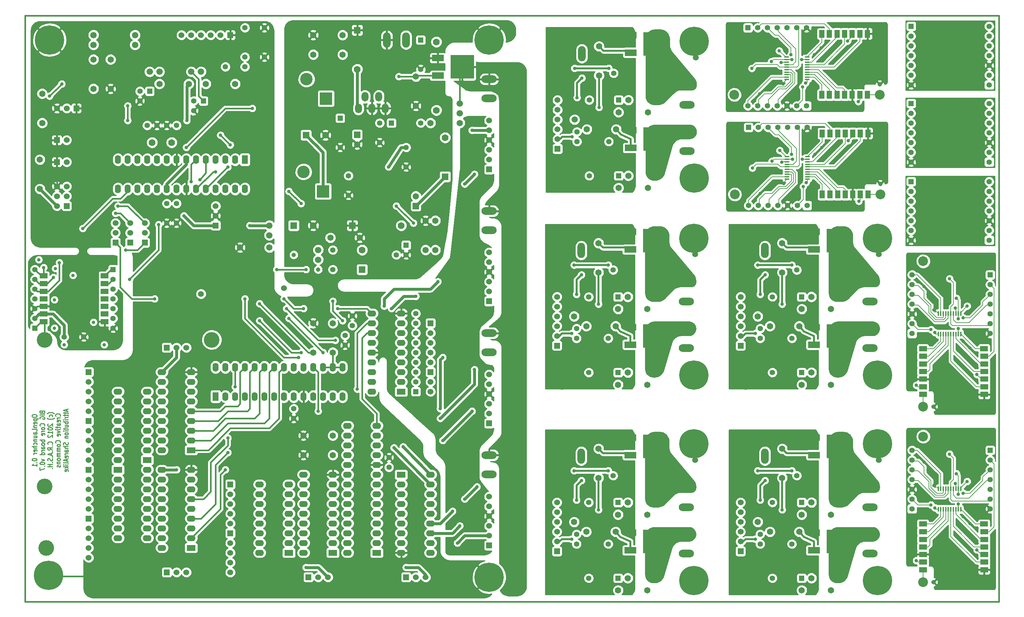
<source format=gbl>
G04 (created by PCBNEW-RS274X (2011-05-25)-stable) date Sun 12 Aug 2012 12:56:26 AM MDT*
G01*
G70*
G90*
%MOIN*%
G04 Gerber Fmt 3.4, Leading zero omitted, Abs format*
%FSLAX34Y34*%
G04 APERTURE LIST*
%ADD10C,0.006000*%
%ADD11C,0.015000*%
%ADD12C,0.010000*%
%ADD13C,0.055000*%
%ADD14R,0.055000X0.055000*%
%ADD15R,0.078700X0.055100*%
%ADD16R,0.016000X0.050000*%
%ADD17C,0.100000*%
%ADD18C,0.045000*%
%ADD19R,0.055100X0.078700*%
%ADD20R,0.050000X0.016000*%
%ADD21C,0.060000*%
%ADD22C,0.300000*%
%ADD23O,0.078000X0.156000*%
%ADD24O,0.156000X0.078000*%
%ADD25R,0.120000X0.065000*%
%ADD26R,0.240000X0.240000*%
%ADD27R,0.060000X0.060000*%
%ADD28C,0.065000*%
%ADD29C,0.160000*%
%ADD30C,0.066000*%
%ADD31O,0.062000X0.090000*%
%ADD32R,0.062000X0.090000*%
%ADD33O,0.090000X0.062000*%
%ADD34R,0.090000X0.062000*%
%ADD35C,0.070000*%
%ADD36R,0.070000X0.070000*%
%ADD37R,0.065000X0.065000*%
%ADD38O,0.070900X0.098400*%
%ADD39R,0.127600X0.127600*%
%ADD40C,0.127600*%
%ADD41C,0.035000*%
%ADD42C,0.008000*%
%ADD43C,0.015800*%
%ADD44C,0.020000*%
%ADD45C,0.030000*%
G04 APERTURE END LIST*
G54D10*
G54D11*
X108400Y-07300D02*
X108400Y-67300D01*
X48400Y-07300D02*
X108400Y-07300D01*
X08700Y-07300D02*
X08700Y-67300D01*
X48400Y-07300D02*
X08700Y-07300D01*
X08700Y-67300D02*
X108400Y-67300D01*
G54D12*
X09402Y-48247D02*
X09402Y-48324D01*
X09426Y-48362D01*
X09474Y-48400D01*
X09569Y-48419D01*
X09736Y-48419D01*
X09831Y-48400D01*
X09879Y-48362D01*
X09902Y-48324D01*
X09902Y-48247D01*
X09879Y-48209D01*
X09831Y-48171D01*
X09736Y-48152D01*
X09569Y-48152D01*
X09474Y-48171D01*
X09426Y-48209D01*
X09402Y-48247D01*
X09569Y-48590D02*
X10069Y-48590D01*
X09593Y-48590D02*
X09569Y-48628D01*
X09569Y-48705D01*
X09593Y-48743D01*
X09617Y-48762D01*
X09664Y-48781D01*
X09807Y-48781D01*
X09855Y-48762D01*
X09879Y-48743D01*
X09902Y-48705D01*
X09902Y-48628D01*
X09879Y-48590D01*
X09879Y-49105D02*
X09902Y-49067D01*
X09902Y-48990D01*
X09879Y-48952D01*
X09831Y-48933D01*
X09640Y-48933D01*
X09593Y-48952D01*
X09569Y-48990D01*
X09569Y-49067D01*
X09593Y-49105D01*
X09640Y-49124D01*
X09688Y-49124D01*
X09736Y-48933D01*
X09569Y-49295D02*
X09902Y-49295D01*
X09617Y-49295D02*
X09593Y-49314D01*
X09569Y-49352D01*
X09569Y-49410D01*
X09593Y-49448D01*
X09640Y-49467D01*
X09902Y-49467D01*
X09902Y-49848D02*
X09902Y-49657D01*
X09402Y-49657D01*
X09902Y-50153D02*
X09640Y-50153D01*
X09593Y-50134D01*
X09569Y-50096D01*
X09569Y-50019D01*
X09593Y-49981D01*
X09879Y-50153D02*
X09902Y-50115D01*
X09902Y-50019D01*
X09879Y-49981D01*
X09831Y-49962D01*
X09783Y-49962D01*
X09736Y-49981D01*
X09712Y-50019D01*
X09712Y-50115D01*
X09688Y-50153D01*
X09569Y-50515D02*
X09902Y-50515D01*
X09569Y-50343D02*
X09831Y-50343D01*
X09879Y-50362D01*
X09902Y-50400D01*
X09902Y-50458D01*
X09879Y-50496D01*
X09855Y-50515D01*
X09569Y-50705D02*
X09902Y-50705D01*
X09617Y-50705D02*
X09593Y-50724D01*
X09569Y-50762D01*
X09569Y-50820D01*
X09593Y-50858D01*
X09640Y-50877D01*
X09902Y-50877D01*
X09879Y-51239D02*
X09902Y-51201D01*
X09902Y-51124D01*
X09879Y-51086D01*
X09855Y-51067D01*
X09807Y-51048D01*
X09664Y-51048D01*
X09617Y-51067D01*
X09593Y-51086D01*
X09569Y-51124D01*
X09569Y-51201D01*
X09593Y-51239D01*
X09902Y-51410D02*
X09402Y-51410D01*
X09902Y-51582D02*
X09640Y-51582D01*
X09593Y-51563D01*
X09569Y-51525D01*
X09569Y-51467D01*
X09593Y-51429D01*
X09617Y-51410D01*
X09879Y-51925D02*
X09902Y-51887D01*
X09902Y-51810D01*
X09879Y-51772D01*
X09831Y-51753D01*
X09640Y-51753D01*
X09593Y-51772D01*
X09569Y-51810D01*
X09569Y-51887D01*
X09593Y-51925D01*
X09640Y-51944D01*
X09688Y-51944D01*
X09736Y-51753D01*
X09902Y-52115D02*
X09569Y-52115D01*
X09664Y-52115D02*
X09617Y-52134D01*
X09593Y-52153D01*
X09569Y-52191D01*
X09569Y-52230D01*
X09402Y-52744D02*
X09402Y-52783D01*
X09426Y-52821D01*
X09450Y-52840D01*
X09498Y-52859D01*
X09593Y-52878D01*
X09712Y-52878D01*
X09807Y-52859D01*
X09855Y-52840D01*
X09879Y-52821D01*
X09902Y-52783D01*
X09902Y-52744D01*
X09879Y-52706D01*
X09855Y-52687D01*
X09807Y-52668D01*
X09712Y-52649D01*
X09593Y-52649D01*
X09498Y-52668D01*
X09450Y-52687D01*
X09426Y-52706D01*
X09402Y-52744D01*
X09855Y-53049D02*
X09879Y-53068D01*
X09902Y-53049D01*
X09879Y-53030D01*
X09855Y-53049D01*
X09902Y-53049D01*
X09902Y-53449D02*
X09902Y-53220D01*
X09902Y-53334D02*
X09402Y-53334D01*
X09474Y-53296D01*
X09521Y-53258D01*
X09545Y-53220D01*
X10440Y-47924D02*
X10464Y-47981D01*
X10488Y-48000D01*
X10536Y-48019D01*
X10607Y-48019D01*
X10655Y-48000D01*
X10679Y-47981D01*
X10702Y-47943D01*
X10702Y-47790D01*
X10202Y-47790D01*
X10202Y-47924D01*
X10226Y-47962D01*
X10250Y-47981D01*
X10298Y-48000D01*
X10345Y-48000D01*
X10393Y-47981D01*
X10417Y-47962D01*
X10440Y-47924D01*
X10440Y-47790D01*
X10702Y-48190D02*
X10202Y-48190D01*
X10226Y-48590D02*
X10202Y-48552D01*
X10202Y-48495D01*
X10226Y-48437D01*
X10274Y-48399D01*
X10321Y-48380D01*
X10417Y-48361D01*
X10488Y-48361D01*
X10583Y-48380D01*
X10631Y-48399D01*
X10679Y-48437D01*
X10702Y-48495D01*
X10702Y-48533D01*
X10679Y-48590D01*
X10655Y-48609D01*
X10488Y-48609D01*
X10488Y-48533D01*
X10655Y-49314D02*
X10679Y-49295D01*
X10702Y-49238D01*
X10702Y-49200D01*
X10679Y-49142D01*
X10631Y-49104D01*
X10583Y-49085D01*
X10488Y-49066D01*
X10417Y-49066D01*
X10321Y-49085D01*
X10274Y-49104D01*
X10226Y-49142D01*
X10202Y-49200D01*
X10202Y-49238D01*
X10226Y-49295D01*
X10250Y-49314D01*
X10702Y-49542D02*
X10679Y-49504D01*
X10655Y-49485D01*
X10607Y-49466D01*
X10464Y-49466D01*
X10417Y-49485D01*
X10393Y-49504D01*
X10369Y-49542D01*
X10369Y-49600D01*
X10393Y-49638D01*
X10417Y-49657D01*
X10464Y-49676D01*
X10607Y-49676D01*
X10655Y-49657D01*
X10679Y-49638D01*
X10702Y-49600D01*
X10702Y-49542D01*
X10702Y-49847D02*
X10369Y-49847D01*
X10464Y-49847D02*
X10417Y-49866D01*
X10393Y-49885D01*
X10369Y-49923D01*
X10369Y-49962D01*
X10679Y-50248D02*
X10702Y-50210D01*
X10702Y-50133D01*
X10679Y-50095D01*
X10631Y-50076D01*
X10440Y-50076D01*
X10393Y-50095D01*
X10369Y-50133D01*
X10369Y-50210D01*
X10393Y-50248D01*
X10440Y-50267D01*
X10488Y-50267D01*
X10536Y-50076D01*
X10702Y-50743D02*
X10202Y-50743D01*
X10393Y-50743D02*
X10369Y-50781D01*
X10369Y-50858D01*
X10393Y-50896D01*
X10417Y-50915D01*
X10464Y-50934D01*
X10607Y-50934D01*
X10655Y-50915D01*
X10679Y-50896D01*
X10702Y-50858D01*
X10702Y-50781D01*
X10679Y-50743D01*
X10702Y-51162D02*
X10679Y-51124D01*
X10655Y-51105D01*
X10607Y-51086D01*
X10464Y-51086D01*
X10417Y-51105D01*
X10393Y-51124D01*
X10369Y-51162D01*
X10369Y-51220D01*
X10393Y-51258D01*
X10417Y-51277D01*
X10464Y-51296D01*
X10607Y-51296D01*
X10655Y-51277D01*
X10679Y-51258D01*
X10702Y-51220D01*
X10702Y-51162D01*
X10702Y-51639D02*
X10440Y-51639D01*
X10393Y-51620D01*
X10369Y-51582D01*
X10369Y-51505D01*
X10393Y-51467D01*
X10679Y-51639D02*
X10702Y-51601D01*
X10702Y-51505D01*
X10679Y-51467D01*
X10631Y-51448D01*
X10583Y-51448D01*
X10536Y-51467D01*
X10512Y-51505D01*
X10512Y-51601D01*
X10488Y-51639D01*
X10702Y-51829D02*
X10369Y-51829D01*
X10464Y-51829D02*
X10417Y-51848D01*
X10393Y-51867D01*
X10369Y-51905D01*
X10369Y-51944D01*
X10702Y-52249D02*
X10202Y-52249D01*
X10679Y-52249D02*
X10702Y-52211D01*
X10702Y-52134D01*
X10679Y-52096D01*
X10655Y-52077D01*
X10607Y-52058D01*
X10464Y-52058D01*
X10417Y-52077D01*
X10393Y-52096D01*
X10369Y-52134D01*
X10369Y-52211D01*
X10393Y-52249D01*
X10369Y-52706D02*
X10702Y-52801D01*
X10369Y-52897D01*
X10202Y-53125D02*
X10202Y-53164D01*
X10226Y-53202D01*
X10250Y-53221D01*
X10298Y-53240D01*
X10393Y-53259D01*
X10512Y-53259D01*
X10607Y-53240D01*
X10655Y-53221D01*
X10679Y-53202D01*
X10702Y-53164D01*
X10702Y-53125D01*
X10679Y-53087D01*
X10655Y-53068D01*
X10607Y-53049D01*
X10512Y-53030D01*
X10393Y-53030D01*
X10298Y-53049D01*
X10250Y-53068D01*
X10226Y-53087D01*
X10202Y-53125D01*
X10655Y-53430D02*
X10679Y-53449D01*
X10702Y-53430D01*
X10679Y-53411D01*
X10655Y-53430D01*
X10702Y-53430D01*
X10202Y-53582D02*
X10202Y-53849D01*
X10702Y-53677D01*
X11693Y-48058D02*
X11669Y-48038D01*
X11598Y-48000D01*
X11550Y-47981D01*
X11479Y-47962D01*
X11360Y-47943D01*
X11264Y-47943D01*
X11145Y-47962D01*
X11074Y-47981D01*
X11026Y-48000D01*
X10955Y-48038D01*
X10931Y-48058D01*
X11479Y-48382D02*
X11502Y-48344D01*
X11502Y-48267D01*
X11479Y-48229D01*
X11455Y-48210D01*
X11407Y-48191D01*
X11264Y-48191D01*
X11217Y-48210D01*
X11193Y-48229D01*
X11169Y-48267D01*
X11169Y-48344D01*
X11193Y-48382D01*
X11693Y-48515D02*
X11669Y-48534D01*
X11598Y-48572D01*
X11550Y-48591D01*
X11479Y-48610D01*
X11360Y-48629D01*
X11264Y-48629D01*
X11145Y-48610D01*
X11074Y-48591D01*
X11026Y-48572D01*
X10955Y-48534D01*
X10931Y-48515D01*
X11050Y-49106D02*
X11026Y-49125D01*
X11002Y-49163D01*
X11002Y-49259D01*
X11026Y-49297D01*
X11050Y-49316D01*
X11098Y-49335D01*
X11145Y-49335D01*
X11217Y-49316D01*
X11502Y-49087D01*
X11502Y-49335D01*
X11002Y-49582D02*
X11002Y-49621D01*
X11026Y-49659D01*
X11050Y-49678D01*
X11098Y-49697D01*
X11193Y-49716D01*
X11312Y-49716D01*
X11407Y-49697D01*
X11455Y-49678D01*
X11479Y-49659D01*
X11502Y-49621D01*
X11502Y-49582D01*
X11479Y-49544D01*
X11455Y-49525D01*
X11407Y-49506D01*
X11312Y-49487D01*
X11193Y-49487D01*
X11098Y-49506D01*
X11050Y-49525D01*
X11026Y-49544D01*
X11002Y-49582D01*
X11502Y-50097D02*
X11502Y-49868D01*
X11502Y-49982D02*
X11002Y-49982D01*
X11074Y-49944D01*
X11121Y-49906D01*
X11145Y-49868D01*
X11050Y-50249D02*
X11026Y-50268D01*
X11002Y-50306D01*
X11002Y-50402D01*
X11026Y-50440D01*
X11050Y-50459D01*
X11098Y-50478D01*
X11145Y-50478D01*
X11217Y-50459D01*
X11502Y-50230D01*
X11502Y-50478D01*
X11455Y-51183D02*
X11479Y-51164D01*
X11502Y-51107D01*
X11502Y-51069D01*
X11479Y-51011D01*
X11431Y-50973D01*
X11383Y-50954D01*
X11288Y-50935D01*
X11217Y-50935D01*
X11121Y-50954D01*
X11074Y-50973D01*
X11026Y-51011D01*
X11002Y-51069D01*
X11002Y-51107D01*
X11026Y-51164D01*
X11050Y-51183D01*
X11455Y-51354D02*
X11479Y-51373D01*
X11502Y-51354D01*
X11479Y-51335D01*
X11455Y-51354D01*
X11502Y-51354D01*
X11502Y-51773D02*
X11264Y-51639D01*
X11502Y-51544D02*
X11002Y-51544D01*
X11002Y-51697D01*
X11026Y-51735D01*
X11050Y-51754D01*
X11098Y-51773D01*
X11169Y-51773D01*
X11217Y-51754D01*
X11240Y-51735D01*
X11264Y-51697D01*
X11264Y-51544D01*
X11455Y-51944D02*
X11479Y-51963D01*
X11502Y-51944D01*
X11479Y-51925D01*
X11455Y-51944D01*
X11502Y-51944D01*
X11360Y-52115D02*
X11360Y-52306D01*
X11502Y-52077D02*
X11002Y-52210D01*
X11502Y-52344D01*
X11455Y-52477D02*
X11479Y-52496D01*
X11502Y-52477D01*
X11479Y-52458D01*
X11455Y-52477D01*
X11502Y-52477D01*
X11479Y-52648D02*
X11502Y-52705D01*
X11502Y-52801D01*
X11479Y-52839D01*
X11455Y-52858D01*
X11407Y-52877D01*
X11360Y-52877D01*
X11312Y-52858D01*
X11288Y-52839D01*
X11264Y-52801D01*
X11240Y-52724D01*
X11217Y-52686D01*
X11193Y-52667D01*
X11145Y-52648D01*
X11098Y-52648D01*
X11050Y-52667D01*
X11026Y-52686D01*
X11002Y-52724D01*
X11002Y-52820D01*
X11026Y-52877D01*
X11455Y-53048D02*
X11479Y-53067D01*
X11502Y-53048D01*
X11479Y-53029D01*
X11455Y-53048D01*
X11502Y-53048D01*
X11502Y-53238D02*
X11002Y-53238D01*
X11240Y-53238D02*
X11240Y-53467D01*
X11502Y-53467D02*
X11002Y-53467D01*
X11455Y-53657D02*
X11479Y-53676D01*
X11502Y-53657D01*
X11479Y-53638D01*
X11455Y-53657D01*
X11502Y-53657D01*
X12255Y-48324D02*
X12279Y-48305D01*
X12302Y-48248D01*
X12302Y-48210D01*
X12279Y-48152D01*
X12231Y-48114D01*
X12183Y-48095D01*
X12088Y-48076D01*
X12017Y-48076D01*
X11921Y-48095D01*
X11874Y-48114D01*
X11826Y-48152D01*
X11802Y-48210D01*
X11802Y-48248D01*
X11826Y-48305D01*
X11850Y-48324D01*
X12302Y-48495D02*
X11969Y-48495D01*
X12064Y-48495D02*
X12017Y-48514D01*
X11993Y-48533D01*
X11969Y-48571D01*
X11969Y-48610D01*
X12279Y-48896D02*
X12302Y-48858D01*
X12302Y-48781D01*
X12279Y-48743D01*
X12231Y-48724D01*
X12040Y-48724D01*
X11993Y-48743D01*
X11969Y-48781D01*
X11969Y-48858D01*
X11993Y-48896D01*
X12040Y-48915D01*
X12088Y-48915D01*
X12136Y-48724D01*
X12302Y-49258D02*
X12040Y-49258D01*
X11993Y-49239D01*
X11969Y-49201D01*
X11969Y-49124D01*
X11993Y-49086D01*
X12279Y-49258D02*
X12302Y-49220D01*
X12302Y-49124D01*
X12279Y-49086D01*
X12231Y-49067D01*
X12183Y-49067D01*
X12136Y-49086D01*
X12112Y-49124D01*
X12112Y-49220D01*
X12088Y-49258D01*
X11969Y-49391D02*
X11969Y-49543D01*
X11802Y-49448D02*
X12231Y-49448D01*
X12279Y-49467D01*
X12302Y-49505D01*
X12302Y-49543D01*
X12302Y-49677D02*
X11969Y-49677D01*
X11802Y-49677D02*
X11826Y-49658D01*
X11850Y-49677D01*
X11826Y-49696D01*
X11802Y-49677D01*
X11850Y-49677D01*
X11969Y-49829D02*
X12302Y-49924D01*
X11969Y-50020D01*
X12279Y-50325D02*
X12302Y-50287D01*
X12302Y-50210D01*
X12279Y-50172D01*
X12231Y-50153D01*
X12040Y-50153D01*
X11993Y-50172D01*
X11969Y-50210D01*
X11969Y-50287D01*
X11993Y-50325D01*
X12040Y-50344D01*
X12088Y-50344D01*
X12136Y-50153D01*
X12255Y-51049D02*
X12279Y-51030D01*
X12302Y-50973D01*
X12302Y-50935D01*
X12279Y-50877D01*
X12231Y-50839D01*
X12183Y-50820D01*
X12088Y-50801D01*
X12017Y-50801D01*
X11921Y-50820D01*
X11874Y-50839D01*
X11826Y-50877D01*
X11802Y-50935D01*
X11802Y-50973D01*
X11826Y-51030D01*
X11850Y-51049D01*
X12302Y-51277D02*
X12279Y-51239D01*
X12255Y-51220D01*
X12207Y-51201D01*
X12064Y-51201D01*
X12017Y-51220D01*
X11993Y-51239D01*
X11969Y-51277D01*
X11969Y-51335D01*
X11993Y-51373D01*
X12017Y-51392D01*
X12064Y-51411D01*
X12207Y-51411D01*
X12255Y-51392D01*
X12279Y-51373D01*
X12302Y-51335D01*
X12302Y-51277D01*
X12302Y-51582D02*
X11969Y-51582D01*
X12017Y-51582D02*
X11993Y-51601D01*
X11969Y-51639D01*
X11969Y-51697D01*
X11993Y-51735D01*
X12040Y-51754D01*
X12302Y-51754D01*
X12040Y-51754D02*
X11993Y-51773D01*
X11969Y-51811D01*
X11969Y-51868D01*
X11993Y-51906D01*
X12040Y-51925D01*
X12302Y-51925D01*
X12302Y-52115D02*
X11969Y-52115D01*
X12017Y-52115D02*
X11993Y-52134D01*
X11969Y-52172D01*
X11969Y-52230D01*
X11993Y-52268D01*
X12040Y-52287D01*
X12302Y-52287D01*
X12040Y-52287D02*
X11993Y-52306D01*
X11969Y-52344D01*
X11969Y-52401D01*
X11993Y-52439D01*
X12040Y-52458D01*
X12302Y-52458D01*
X12302Y-52705D02*
X12279Y-52667D01*
X12255Y-52648D01*
X12207Y-52629D01*
X12064Y-52629D01*
X12017Y-52648D01*
X11993Y-52667D01*
X11969Y-52705D01*
X11969Y-52763D01*
X11993Y-52801D01*
X12017Y-52820D01*
X12064Y-52839D01*
X12207Y-52839D01*
X12255Y-52820D01*
X12279Y-52801D01*
X12302Y-52763D01*
X12302Y-52705D01*
X11969Y-53010D02*
X12302Y-53010D01*
X12017Y-53010D02*
X11993Y-53029D01*
X11969Y-53067D01*
X11969Y-53125D01*
X11993Y-53163D01*
X12040Y-53182D01*
X12302Y-53182D01*
X12279Y-53353D02*
X12302Y-53391D01*
X12302Y-53467D01*
X12279Y-53506D01*
X12231Y-53525D01*
X12207Y-53525D01*
X12160Y-53506D01*
X12136Y-53467D01*
X12136Y-53410D01*
X12112Y-53372D01*
X12064Y-53353D01*
X12040Y-53353D01*
X11993Y-53372D01*
X11969Y-53410D01*
X11969Y-53467D01*
X11993Y-53506D01*
X12960Y-47618D02*
X12960Y-47809D01*
X13102Y-47580D02*
X12602Y-47713D01*
X13102Y-47847D01*
X12769Y-47923D02*
X12769Y-48075D01*
X12602Y-47980D02*
X13031Y-47980D01*
X13079Y-47999D01*
X13102Y-48037D01*
X13102Y-48075D01*
X12769Y-48152D02*
X12769Y-48304D01*
X12602Y-48209D02*
X13031Y-48209D01*
X13079Y-48228D01*
X13102Y-48266D01*
X13102Y-48304D01*
X13102Y-48438D02*
X12769Y-48438D01*
X12864Y-48438D02*
X12817Y-48457D01*
X12793Y-48476D01*
X12769Y-48514D01*
X12769Y-48553D01*
X13102Y-48686D02*
X12769Y-48686D01*
X12602Y-48686D02*
X12626Y-48667D01*
X12650Y-48686D01*
X12626Y-48705D01*
X12602Y-48686D01*
X12650Y-48686D01*
X13102Y-48876D02*
X12602Y-48876D01*
X12793Y-48876D02*
X12769Y-48914D01*
X12769Y-48991D01*
X12793Y-49029D01*
X12817Y-49048D01*
X12864Y-49067D01*
X13007Y-49067D01*
X13055Y-49048D01*
X13079Y-49029D01*
X13102Y-48991D01*
X13102Y-48914D01*
X13079Y-48876D01*
X12769Y-49410D02*
X13102Y-49410D01*
X12769Y-49238D02*
X13031Y-49238D01*
X13079Y-49257D01*
X13102Y-49295D01*
X13102Y-49353D01*
X13079Y-49391D01*
X13055Y-49410D01*
X12769Y-49543D02*
X12769Y-49695D01*
X12602Y-49600D02*
X13031Y-49600D01*
X13079Y-49619D01*
X13102Y-49657D01*
X13102Y-49695D01*
X13102Y-49829D02*
X12769Y-49829D01*
X12602Y-49829D02*
X12626Y-49810D01*
X12650Y-49829D01*
X12626Y-49848D01*
X12602Y-49829D01*
X12650Y-49829D01*
X13102Y-50076D02*
X13079Y-50038D01*
X13055Y-50019D01*
X13007Y-50000D01*
X12864Y-50000D01*
X12817Y-50019D01*
X12793Y-50038D01*
X12769Y-50076D01*
X12769Y-50134D01*
X12793Y-50172D01*
X12817Y-50191D01*
X12864Y-50210D01*
X13007Y-50210D01*
X13055Y-50191D01*
X13079Y-50172D01*
X13102Y-50134D01*
X13102Y-50076D01*
X12769Y-50381D02*
X13102Y-50381D01*
X12817Y-50381D02*
X12793Y-50400D01*
X12769Y-50438D01*
X12769Y-50496D01*
X12793Y-50534D01*
X12840Y-50553D01*
X13102Y-50553D01*
X13079Y-51029D02*
X13102Y-51086D01*
X13102Y-51182D01*
X13079Y-51220D01*
X13055Y-51239D01*
X13007Y-51258D01*
X12960Y-51258D01*
X12912Y-51239D01*
X12888Y-51220D01*
X12864Y-51182D01*
X12840Y-51105D01*
X12817Y-51067D01*
X12793Y-51048D01*
X12745Y-51029D01*
X12698Y-51029D01*
X12650Y-51048D01*
X12626Y-51067D01*
X12602Y-51105D01*
X12602Y-51201D01*
X12626Y-51258D01*
X13102Y-51429D02*
X12602Y-51429D01*
X13102Y-51601D02*
X12840Y-51601D01*
X12793Y-51582D01*
X12769Y-51544D01*
X12769Y-51486D01*
X12793Y-51448D01*
X12817Y-51429D01*
X13102Y-51963D02*
X12840Y-51963D01*
X12793Y-51944D01*
X12769Y-51906D01*
X12769Y-51829D01*
X12793Y-51791D01*
X13079Y-51963D02*
X13102Y-51925D01*
X13102Y-51829D01*
X13079Y-51791D01*
X13031Y-51772D01*
X12983Y-51772D01*
X12936Y-51791D01*
X12912Y-51829D01*
X12912Y-51925D01*
X12888Y-51963D01*
X13102Y-52153D02*
X12769Y-52153D01*
X12864Y-52153D02*
X12817Y-52172D01*
X12793Y-52191D01*
X12769Y-52229D01*
X12769Y-52268D01*
X13079Y-52554D02*
X13102Y-52516D01*
X13102Y-52439D01*
X13079Y-52401D01*
X13031Y-52382D01*
X12840Y-52382D01*
X12793Y-52401D01*
X12769Y-52439D01*
X12769Y-52516D01*
X12793Y-52554D01*
X12840Y-52573D01*
X12888Y-52573D01*
X12936Y-52382D01*
X12960Y-52725D02*
X12960Y-52916D01*
X13102Y-52687D02*
X12602Y-52820D01*
X13102Y-52954D01*
X13102Y-53144D02*
X13079Y-53106D01*
X13031Y-53087D01*
X12602Y-53087D01*
X13102Y-53297D02*
X12769Y-53297D01*
X12602Y-53297D02*
X12626Y-53278D01*
X12650Y-53297D01*
X12626Y-53316D01*
X12602Y-53297D01*
X12650Y-53297D01*
X13102Y-53487D02*
X12602Y-53487D01*
X12912Y-53525D02*
X13102Y-53640D01*
X12769Y-53640D02*
X12960Y-53487D01*
X13079Y-53964D02*
X13102Y-53926D01*
X13102Y-53849D01*
X13079Y-53811D01*
X13031Y-53792D01*
X12840Y-53792D01*
X12793Y-53811D01*
X12769Y-53849D01*
X12769Y-53926D01*
X12793Y-53964D01*
X12840Y-53983D01*
X12888Y-53983D01*
X12936Y-53792D01*
G54D13*
X107400Y-14400D03*
X107400Y-13400D03*
X107400Y-12400D03*
X107400Y-11400D03*
X107400Y-10400D03*
X107400Y-09400D03*
X107400Y-08400D03*
G54D14*
X99400Y-08400D03*
G54D13*
X99400Y-09400D03*
X99400Y-10400D03*
X99400Y-11400D03*
X99400Y-12400D03*
X99400Y-13400D03*
X99400Y-14400D03*
X107400Y-30300D03*
X107400Y-29300D03*
X107400Y-28300D03*
X107400Y-27300D03*
X107400Y-26300D03*
X107400Y-25300D03*
X107400Y-24300D03*
G54D14*
X99400Y-24300D03*
G54D13*
X99400Y-25300D03*
X99400Y-26300D03*
X99400Y-27300D03*
X99400Y-28300D03*
X99400Y-29300D03*
X99400Y-30300D03*
G54D14*
X99400Y-16300D03*
G54D13*
X99400Y-17300D03*
X99400Y-18300D03*
X99400Y-19300D03*
X99400Y-20300D03*
X99400Y-21300D03*
X99400Y-22300D03*
X107400Y-22300D03*
X107400Y-21300D03*
X107400Y-20300D03*
X107400Y-19300D03*
X107400Y-18300D03*
X107400Y-17300D03*
X107400Y-16300D03*
G54D15*
X106870Y-59357D03*
X106881Y-60145D03*
X106881Y-60932D03*
X106881Y-61700D03*
X106881Y-62468D03*
X106881Y-63255D03*
X106881Y-64043D03*
X100621Y-64043D03*
X100621Y-63255D03*
X100621Y-62468D03*
X100621Y-61700D03*
X100621Y-60932D03*
X100621Y-60145D03*
X100621Y-59357D03*
G54D13*
X99500Y-57800D03*
X99500Y-56800D03*
X99500Y-55800D03*
X99500Y-54800D03*
X99500Y-53800D03*
X99500Y-52800D03*
X99500Y-51800D03*
G54D14*
X107500Y-51800D03*
G54D13*
X107500Y-52800D03*
X107500Y-53800D03*
X107500Y-54800D03*
X107500Y-55800D03*
X107500Y-56800D03*
X107500Y-57800D03*
G54D16*
X104490Y-57850D03*
X104240Y-57850D03*
X103980Y-57850D03*
X103720Y-57850D03*
X103470Y-57850D03*
X103210Y-57850D03*
X102950Y-57850D03*
X102700Y-57850D03*
X102440Y-57850D03*
X102190Y-57850D03*
X102190Y-55750D03*
X102440Y-55750D03*
X102700Y-55750D03*
X102950Y-55750D03*
X103210Y-55750D03*
X103470Y-55750D03*
X103720Y-55750D03*
X103980Y-55750D03*
X104240Y-55750D03*
X104490Y-55750D03*
G54D17*
X100640Y-65300D03*
X100640Y-50400D03*
G54D18*
X101700Y-65300D03*
X101700Y-47350D03*
G54D17*
X100640Y-32450D03*
X100640Y-47350D03*
G54D16*
X104490Y-39900D03*
X104240Y-39900D03*
X103980Y-39900D03*
X103720Y-39900D03*
X103470Y-39900D03*
X103210Y-39900D03*
X102950Y-39900D03*
X102700Y-39900D03*
X102440Y-39900D03*
X102190Y-39900D03*
X102190Y-37800D03*
X102440Y-37800D03*
X102700Y-37800D03*
X102950Y-37800D03*
X103210Y-37800D03*
X103470Y-37800D03*
X103720Y-37800D03*
X103980Y-37800D03*
X104240Y-37800D03*
X104490Y-37800D03*
G54D14*
X107500Y-33850D03*
G54D13*
X107500Y-34850D03*
X107500Y-35850D03*
X107500Y-36850D03*
X107500Y-37850D03*
X107500Y-38850D03*
X107500Y-39850D03*
X99500Y-39850D03*
X99500Y-38850D03*
X99500Y-37850D03*
X99500Y-36850D03*
X99500Y-35850D03*
X99500Y-34850D03*
X99500Y-33850D03*
G54D15*
X106870Y-41407D03*
X106881Y-42195D03*
X106881Y-42982D03*
X106881Y-43750D03*
X106881Y-44518D03*
X106881Y-45305D03*
X106881Y-46093D03*
X100621Y-46093D03*
X100621Y-45305D03*
X100621Y-44518D03*
X100621Y-43750D03*
X100621Y-42982D03*
X100621Y-42195D03*
X100621Y-41407D03*
G54D19*
X90307Y-19380D03*
X91095Y-19369D03*
X91882Y-19369D03*
X92650Y-19369D03*
X93418Y-19369D03*
X94205Y-19369D03*
X94993Y-19369D03*
X94993Y-25629D03*
X94205Y-25629D03*
X93418Y-25629D03*
X92650Y-25629D03*
X91882Y-25629D03*
X91095Y-25629D03*
X90307Y-25629D03*
G54D13*
X88750Y-26750D03*
X87750Y-26750D03*
X86750Y-26750D03*
X85750Y-26750D03*
X84750Y-26750D03*
X83750Y-26750D03*
X82750Y-26750D03*
G54D14*
X82750Y-18750D03*
G54D13*
X83750Y-18750D03*
X84750Y-18750D03*
X85750Y-18750D03*
X86750Y-18750D03*
X87750Y-18750D03*
X88750Y-18750D03*
G54D20*
X88800Y-21760D03*
X88800Y-22010D03*
X88800Y-22270D03*
X88800Y-22530D03*
X88800Y-22780D03*
X88800Y-23040D03*
X88800Y-23300D03*
X88800Y-23550D03*
X88800Y-23810D03*
X88800Y-24060D03*
X86700Y-24060D03*
X86700Y-23810D03*
X86700Y-23550D03*
X86700Y-23300D03*
X86700Y-23040D03*
X86700Y-22780D03*
X86700Y-22530D03*
X86700Y-22270D03*
X86700Y-22010D03*
X86700Y-21760D03*
G54D17*
X96250Y-25610D03*
X81350Y-25610D03*
G54D18*
X96250Y-24550D03*
G54D21*
X75100Y-14450D03*
X77350Y-11600D03*
G54D14*
X69450Y-15950D03*
G54D13*
X66450Y-15950D03*
X68950Y-13200D03*
X69950Y-13200D03*
X68450Y-20200D03*
X69450Y-20200D03*
X65200Y-20200D03*
X65200Y-19200D03*
G54D22*
X77200Y-23950D03*
X63700Y-23950D03*
X77200Y-09950D03*
G54D23*
X65690Y-11200D03*
X63720Y-11200D03*
G54D24*
X76450Y-16440D03*
X76450Y-14470D03*
X76450Y-21190D03*
X76450Y-19220D03*
G54D14*
X69450Y-23700D03*
G54D13*
X66450Y-23700D03*
G54D25*
X70700Y-20850D03*
G54D26*
X73200Y-19950D03*
G54D25*
X70700Y-19050D03*
X70700Y-11100D03*
G54D26*
X73200Y-10200D03*
G54D25*
X70700Y-09300D03*
G54D27*
X63200Y-20950D03*
G54D21*
X63200Y-19950D03*
X63200Y-18950D03*
X63200Y-17950D03*
X63200Y-16950D03*
X63200Y-15950D03*
G54D28*
X64950Y-17950D03*
X67950Y-17950D03*
X69450Y-24950D03*
X72450Y-24950D03*
X69450Y-17200D03*
X72450Y-17200D03*
X70450Y-15950D03*
X73450Y-15950D03*
X73450Y-22200D03*
X70450Y-22200D03*
X73450Y-14450D03*
X70450Y-14450D03*
X69200Y-18950D03*
X66200Y-18950D03*
X67450Y-13450D03*
X67450Y-10450D03*
X70450Y-23700D03*
X73450Y-23700D03*
X89200Y-64900D03*
X92200Y-64900D03*
X86200Y-54650D03*
X86200Y-51650D03*
X87950Y-60150D03*
X84950Y-60150D03*
X92200Y-55650D03*
X89200Y-55650D03*
X92200Y-63400D03*
X89200Y-63400D03*
X89200Y-57150D03*
X92200Y-57150D03*
X88200Y-58400D03*
X91200Y-58400D03*
X88200Y-66150D03*
X91200Y-66150D03*
X83700Y-59150D03*
X86700Y-59150D03*
G54D27*
X81950Y-62150D03*
G54D21*
X81950Y-61150D03*
X81950Y-60150D03*
X81950Y-59150D03*
X81950Y-58150D03*
X81950Y-57150D03*
G54D25*
X89450Y-52300D03*
G54D26*
X91950Y-51400D03*
G54D25*
X89450Y-50500D03*
X89450Y-62050D03*
G54D26*
X91950Y-61150D03*
G54D25*
X89450Y-60250D03*
G54D14*
X88200Y-64900D03*
G54D13*
X85200Y-64900D03*
G54D24*
X95200Y-62390D03*
X95200Y-60420D03*
X95200Y-57640D03*
X95200Y-55670D03*
G54D23*
X84440Y-52400D03*
X82470Y-52400D03*
G54D22*
X95950Y-51150D03*
X82450Y-65150D03*
X95950Y-65150D03*
G54D13*
X83950Y-61400D03*
X83950Y-60400D03*
X87200Y-61400D03*
X88200Y-61400D03*
X87700Y-54400D03*
X88700Y-54400D03*
G54D14*
X88200Y-57150D03*
G54D13*
X85200Y-57150D03*
G54D21*
X96100Y-52800D03*
X93850Y-55650D03*
G54D28*
X89200Y-43850D03*
X92200Y-43850D03*
X86200Y-33600D03*
X86200Y-30600D03*
X87950Y-39100D03*
X84950Y-39100D03*
X92200Y-34600D03*
X89200Y-34600D03*
X92200Y-42350D03*
X89200Y-42350D03*
X89200Y-36100D03*
X92200Y-36100D03*
X88200Y-37350D03*
X91200Y-37350D03*
X88200Y-45100D03*
X91200Y-45100D03*
X83700Y-38100D03*
X86700Y-38100D03*
G54D27*
X81950Y-41100D03*
G54D21*
X81950Y-40100D03*
X81950Y-39100D03*
X81950Y-38100D03*
X81950Y-37100D03*
X81950Y-36100D03*
G54D25*
X89450Y-31250D03*
G54D26*
X91950Y-30350D03*
G54D25*
X89450Y-29450D03*
X89450Y-41000D03*
G54D26*
X91950Y-40100D03*
G54D25*
X89450Y-39200D03*
G54D14*
X88200Y-43850D03*
G54D13*
X85200Y-43850D03*
G54D24*
X95200Y-41340D03*
X95200Y-39370D03*
X95200Y-36590D03*
X95200Y-34620D03*
G54D23*
X84440Y-31350D03*
X82470Y-31350D03*
G54D22*
X95950Y-30100D03*
X82450Y-44100D03*
X95950Y-44100D03*
G54D13*
X83950Y-40350D03*
X83950Y-39350D03*
X87200Y-40350D03*
X88200Y-40350D03*
X87700Y-33350D03*
X88700Y-33350D03*
G54D14*
X88200Y-36100D03*
G54D13*
X85200Y-36100D03*
G54D21*
X96100Y-31750D03*
X93850Y-34600D03*
X75050Y-34600D03*
X77300Y-31750D03*
G54D14*
X69400Y-36100D03*
G54D13*
X66400Y-36100D03*
X68900Y-33350D03*
X69900Y-33350D03*
X68400Y-40350D03*
X69400Y-40350D03*
X65150Y-40350D03*
X65150Y-39350D03*
G54D22*
X77150Y-44100D03*
X63650Y-44100D03*
X77150Y-30100D03*
G54D23*
X65640Y-31350D03*
X63670Y-31350D03*
G54D24*
X76400Y-36590D03*
X76400Y-34620D03*
X76400Y-41340D03*
X76400Y-39370D03*
G54D14*
X69400Y-43850D03*
G54D13*
X66400Y-43850D03*
G54D25*
X70650Y-41000D03*
G54D26*
X73150Y-40100D03*
G54D25*
X70650Y-39200D03*
X70650Y-31250D03*
G54D26*
X73150Y-30350D03*
G54D25*
X70650Y-29450D03*
G54D27*
X63150Y-41100D03*
G54D21*
X63150Y-40100D03*
X63150Y-39100D03*
X63150Y-38100D03*
X63150Y-37100D03*
X63150Y-36100D03*
G54D28*
X64900Y-38100D03*
X67900Y-38100D03*
X69400Y-45100D03*
X72400Y-45100D03*
X69400Y-37350D03*
X72400Y-37350D03*
X70400Y-36100D03*
X73400Y-36100D03*
X73400Y-42350D03*
X70400Y-42350D03*
X73400Y-34600D03*
X70400Y-34600D03*
X69150Y-39100D03*
X66150Y-39100D03*
X67400Y-33600D03*
X67400Y-30600D03*
X70400Y-43850D03*
X73400Y-43850D03*
G54D21*
X75050Y-55650D03*
X77300Y-52800D03*
G54D14*
X69400Y-57150D03*
G54D13*
X66400Y-57150D03*
X68900Y-54400D03*
X69900Y-54400D03*
X68400Y-61400D03*
X69400Y-61400D03*
X65150Y-61400D03*
X65150Y-60400D03*
G54D22*
X77150Y-65150D03*
X63650Y-65150D03*
X77150Y-51150D03*
G54D23*
X65640Y-52400D03*
X63670Y-52400D03*
G54D24*
X76400Y-57640D03*
X76400Y-55670D03*
X76400Y-62390D03*
X76400Y-60420D03*
G54D14*
X69400Y-64900D03*
G54D13*
X66400Y-64900D03*
G54D25*
X70650Y-62050D03*
G54D26*
X73150Y-61150D03*
G54D25*
X70650Y-60250D03*
X70650Y-52300D03*
G54D26*
X73150Y-51400D03*
G54D25*
X70650Y-50500D03*
G54D27*
X63150Y-62150D03*
G54D21*
X63150Y-61150D03*
X63150Y-60150D03*
X63150Y-59150D03*
X63150Y-58150D03*
X63150Y-57150D03*
G54D28*
X64900Y-59150D03*
X67900Y-59150D03*
X69400Y-66150D03*
X72400Y-66150D03*
X69400Y-58400D03*
X72400Y-58400D03*
X70400Y-57150D03*
X73400Y-57150D03*
X73400Y-63400D03*
X70400Y-63400D03*
X73400Y-55650D03*
X70400Y-55650D03*
X69150Y-60150D03*
X66150Y-60150D03*
X67400Y-54650D03*
X67400Y-51650D03*
X70400Y-64900D03*
X73400Y-64900D03*
G54D18*
X96200Y-14350D03*
G54D17*
X81300Y-15410D03*
X96200Y-15410D03*
G54D20*
X88750Y-11560D03*
X88750Y-11810D03*
X88750Y-12070D03*
X88750Y-12330D03*
X88750Y-12580D03*
X88750Y-12840D03*
X88750Y-13100D03*
X88750Y-13350D03*
X88750Y-13610D03*
X88750Y-13860D03*
X86650Y-13860D03*
X86650Y-13610D03*
X86650Y-13350D03*
X86650Y-13100D03*
X86650Y-12840D03*
X86650Y-12580D03*
X86650Y-12330D03*
X86650Y-12070D03*
X86650Y-11810D03*
X86650Y-11560D03*
G54D14*
X82700Y-08550D03*
G54D13*
X83700Y-08550D03*
X84700Y-08550D03*
X85700Y-08550D03*
X86700Y-08550D03*
X87700Y-08550D03*
X88700Y-08550D03*
X88700Y-16550D03*
X87700Y-16550D03*
X86700Y-16550D03*
X85700Y-16550D03*
X84700Y-16550D03*
X83700Y-16550D03*
X82700Y-16550D03*
G54D19*
X90257Y-09180D03*
X91045Y-09169D03*
X91832Y-09169D03*
X92600Y-09169D03*
X93368Y-09169D03*
X94155Y-09169D03*
X94943Y-09169D03*
X94943Y-15429D03*
X94155Y-15429D03*
X93368Y-15429D03*
X92600Y-15429D03*
X91832Y-15429D03*
X91045Y-15429D03*
X90257Y-15429D03*
G54D29*
X27800Y-40500D03*
X10850Y-61800D03*
X10700Y-55500D03*
X10700Y-40500D03*
G54D13*
X14700Y-40200D03*
X12700Y-40200D03*
G54D15*
X16830Y-33957D03*
X16841Y-34745D03*
X16841Y-35532D03*
X16841Y-36300D03*
X16841Y-37068D03*
X16841Y-37855D03*
X16841Y-38643D03*
X10581Y-38643D03*
X10581Y-37855D03*
X10581Y-37068D03*
X10581Y-36300D03*
X10581Y-35532D03*
X10581Y-34745D03*
X10581Y-33957D03*
G54D21*
X35200Y-35200D03*
G54D27*
X19450Y-30550D03*
G54D21*
X19450Y-29550D03*
X19450Y-28550D03*
G54D27*
X20950Y-30550D03*
G54D21*
X20950Y-29550D03*
X20950Y-28550D03*
G54D27*
X17950Y-30550D03*
G54D21*
X17950Y-29550D03*
X17950Y-28550D03*
G54D27*
X56200Y-61550D03*
G54D21*
X56200Y-60550D03*
X56200Y-59550D03*
X56200Y-58550D03*
X56200Y-57550D03*
X56200Y-56550D03*
G54D27*
X56200Y-49050D03*
G54D21*
X56200Y-48050D03*
X56200Y-47050D03*
X56200Y-46050D03*
X56200Y-45050D03*
X56200Y-44050D03*
G54D30*
X15700Y-10300D03*
X15700Y-09300D03*
X19950Y-09300D03*
X19950Y-10300D03*
G54D31*
X29200Y-46300D03*
X30200Y-46300D03*
X31200Y-46300D03*
X32200Y-46300D03*
X33200Y-46300D03*
X34200Y-46300D03*
X35200Y-46300D03*
X36200Y-46300D03*
X37200Y-46300D03*
X38200Y-46300D03*
X39200Y-46300D03*
X40200Y-46300D03*
X41200Y-46300D03*
G54D32*
X28200Y-46300D03*
G54D31*
X41200Y-43300D03*
X40200Y-43300D03*
X39200Y-43300D03*
X38200Y-43300D03*
X37200Y-43300D03*
X36200Y-43300D03*
X35200Y-43300D03*
X34200Y-43300D03*
X33200Y-43300D03*
X32200Y-43300D03*
X31200Y-43300D03*
X30200Y-43300D03*
X29200Y-43300D03*
X28200Y-43300D03*
G54D33*
X44700Y-61300D03*
X44700Y-60300D03*
X44700Y-59300D03*
X44700Y-58300D03*
X44700Y-57300D03*
X44700Y-56300D03*
X44700Y-55300D03*
X44700Y-54300D03*
X44700Y-53300D03*
X44700Y-52300D03*
X44700Y-51300D03*
X44700Y-50300D03*
X44700Y-49300D03*
G54D34*
X44700Y-62300D03*
G54D33*
X41700Y-49300D03*
X41700Y-50300D03*
X41700Y-51300D03*
X41700Y-52300D03*
X41700Y-53300D03*
X41700Y-54300D03*
X41700Y-55300D03*
X41700Y-56300D03*
X41700Y-57300D03*
X41700Y-58300D03*
X41700Y-59300D03*
X41700Y-60300D03*
X41700Y-61300D03*
X41700Y-62300D03*
G54D34*
X47200Y-45800D03*
G54D33*
X47200Y-44800D03*
X47200Y-43800D03*
X47200Y-42800D03*
X47200Y-41800D03*
X47200Y-40800D03*
X47200Y-39800D03*
X47200Y-38800D03*
X47200Y-37800D03*
X44200Y-37800D03*
X44200Y-38800D03*
X44200Y-39800D03*
X44200Y-40800D03*
X44200Y-41800D03*
X44200Y-42800D03*
X44200Y-43800D03*
X44200Y-44800D03*
X44200Y-45800D03*
G54D35*
X42700Y-12800D03*
G54D36*
X42700Y-08800D03*
G54D14*
X49200Y-09800D03*
G54D13*
X49200Y-12800D03*
X23200Y-26550D03*
X23200Y-28550D03*
X47700Y-20800D03*
X47700Y-22800D03*
X23200Y-18550D03*
X24200Y-18550D03*
X41800Y-25700D03*
X41800Y-23700D03*
X22200Y-18550D03*
X21200Y-18550D03*
G54D27*
X56200Y-36550D03*
G54D21*
X56200Y-35550D03*
X56200Y-34550D03*
X56200Y-33550D03*
X56200Y-32550D03*
X56200Y-31550D03*
G54D36*
X36200Y-28800D03*
G54D35*
X38200Y-28800D03*
G54D13*
X31200Y-12550D03*
X29200Y-12550D03*
G54D35*
X47200Y-28800D03*
G54D36*
X42200Y-28800D03*
G54D35*
X51700Y-19800D03*
G54D36*
X51700Y-23800D03*
G54D14*
X46200Y-18300D03*
G54D13*
X49200Y-18300D03*
G54D14*
X40950Y-17800D03*
G54D13*
X40950Y-20800D03*
G54D27*
X56200Y-23050D03*
G54D21*
X56200Y-22050D03*
X56200Y-21050D03*
X56200Y-20050D03*
X56200Y-19050D03*
X56200Y-18050D03*
G54D31*
X30200Y-22050D03*
X29200Y-22050D03*
X28200Y-22050D03*
X27200Y-22050D03*
X26200Y-22050D03*
X25200Y-22050D03*
X24200Y-22050D03*
X23200Y-22050D03*
X22200Y-22050D03*
X21200Y-22050D03*
X20200Y-22050D03*
X19200Y-22050D03*
X18200Y-22050D03*
G54D32*
X31200Y-22050D03*
G54D31*
X18200Y-25050D03*
X19200Y-25050D03*
X20200Y-25050D03*
X21200Y-25050D03*
X22200Y-25050D03*
X23200Y-25050D03*
X24200Y-25050D03*
X25200Y-25050D03*
X26200Y-25050D03*
X27200Y-25050D03*
X28200Y-25050D03*
X29200Y-25050D03*
X30200Y-25050D03*
X31200Y-25050D03*
G54D27*
X12950Y-26800D03*
G54D21*
X11950Y-26800D03*
X12950Y-25800D03*
X11950Y-25800D03*
X12950Y-24800D03*
X11950Y-24800D03*
G54D13*
X31200Y-08550D03*
X33200Y-08550D03*
X31200Y-11550D03*
X33200Y-11550D03*
G54D23*
X47690Y-09800D03*
X45720Y-09800D03*
G54D37*
X48700Y-26800D03*
G54D28*
X48700Y-25800D03*
G54D36*
X43200Y-33300D03*
G54D35*
X43200Y-31300D03*
G54D13*
X40200Y-31300D03*
X40200Y-33300D03*
G54D36*
X37450Y-19550D03*
G54D35*
X39450Y-19550D03*
G54D37*
X42700Y-19500D03*
G54D28*
X42700Y-20500D03*
G54D13*
X45000Y-20300D03*
X45000Y-18300D03*
X24200Y-28550D03*
X24200Y-26550D03*
G54D28*
X50700Y-28300D03*
X50700Y-31300D03*
X49700Y-31300D03*
X49700Y-28300D03*
X38200Y-09300D03*
X41200Y-09300D03*
X41200Y-11300D03*
X38200Y-11300D03*
X40200Y-50300D03*
X37200Y-50300D03*
X10200Y-25050D03*
X10200Y-22050D03*
G54D14*
X47700Y-30800D03*
G54D13*
X47700Y-31800D03*
X46700Y-31800D03*
G54D35*
X21700Y-20300D03*
X23700Y-20300D03*
G54D34*
X25700Y-51800D03*
G54D33*
X25700Y-50800D03*
X25700Y-49800D03*
X25700Y-48800D03*
X25700Y-47800D03*
X25700Y-46800D03*
X25700Y-45800D03*
X25700Y-44800D03*
X25700Y-43800D03*
X22700Y-43800D03*
X22700Y-44800D03*
X22700Y-45800D03*
X22700Y-46800D03*
X22700Y-47800D03*
X22700Y-48800D03*
X22700Y-49800D03*
X22700Y-50800D03*
X22700Y-51800D03*
G54D34*
X25700Y-61800D03*
G54D33*
X25700Y-60800D03*
X25700Y-59800D03*
X25700Y-58800D03*
X25700Y-57800D03*
X25700Y-56800D03*
X25700Y-55800D03*
X25700Y-54800D03*
X25700Y-53800D03*
X22700Y-53800D03*
X22700Y-54800D03*
X22700Y-55800D03*
X22700Y-56800D03*
X22700Y-57800D03*
X22700Y-58800D03*
X22700Y-59800D03*
X22700Y-60800D03*
X22700Y-61800D03*
G54D34*
X40200Y-62300D03*
G54D33*
X40200Y-61300D03*
X40200Y-60300D03*
X40200Y-59300D03*
X40200Y-58300D03*
X40200Y-57300D03*
X40200Y-56300D03*
X40200Y-55300D03*
X40200Y-54300D03*
X37200Y-54300D03*
X37200Y-55300D03*
X37200Y-56300D03*
X37200Y-57300D03*
X37200Y-58300D03*
X37200Y-59300D03*
X37200Y-60300D03*
X37200Y-61300D03*
X37200Y-62300D03*
G54D34*
X47200Y-54300D03*
G54D33*
X47200Y-55300D03*
X47200Y-56300D03*
X47200Y-57300D03*
X47200Y-58300D03*
X47200Y-59300D03*
X47200Y-60300D03*
X47200Y-61300D03*
X47200Y-62300D03*
X50200Y-62300D03*
X50200Y-61300D03*
X50200Y-60300D03*
X50200Y-59300D03*
X50200Y-58300D03*
X50200Y-57300D03*
X50200Y-56300D03*
X50200Y-55300D03*
X50200Y-54300D03*
G54D28*
X17450Y-11800D03*
X17450Y-14800D03*
X15700Y-11800D03*
X15700Y-14800D03*
X40200Y-41800D03*
X40200Y-38800D03*
G54D24*
X56200Y-54280D03*
X56200Y-52310D03*
X56200Y-15790D03*
X56200Y-13820D03*
X56200Y-41790D03*
X56200Y-39820D03*
X56200Y-29290D03*
X56200Y-27320D03*
G54D34*
X18200Y-53800D03*
G54D33*
X18200Y-54800D03*
X18200Y-55800D03*
X18200Y-56800D03*
X18200Y-57800D03*
X18200Y-58800D03*
X18200Y-59800D03*
X18200Y-60800D03*
X21200Y-60800D03*
X21200Y-59800D03*
X21200Y-58800D03*
X21200Y-57800D03*
X21200Y-56800D03*
X21200Y-55800D03*
X21200Y-54800D03*
X21200Y-53800D03*
G54D34*
X21200Y-52800D03*
G54D33*
X21200Y-51800D03*
X21200Y-50800D03*
X21200Y-49800D03*
X21200Y-48800D03*
X21200Y-47800D03*
X21200Y-46800D03*
X21200Y-45800D03*
X18200Y-45800D03*
X18200Y-46800D03*
X18200Y-47800D03*
X18200Y-48800D03*
X18200Y-49800D03*
X18200Y-50800D03*
X18200Y-51800D03*
X18200Y-52800D03*
G54D27*
X29700Y-09300D03*
G54D21*
X28700Y-09300D03*
X27700Y-09300D03*
X26700Y-09300D03*
X25700Y-09300D03*
X24700Y-09300D03*
G54D38*
X44200Y-16796D03*
X42822Y-16796D03*
X45578Y-16796D03*
X44909Y-15615D03*
X43491Y-15615D03*
G54D22*
X11100Y-64600D03*
X11200Y-09800D03*
X56200Y-64800D03*
X56200Y-09800D03*
G54D14*
X48700Y-45800D03*
G54D13*
X48700Y-44800D03*
X48700Y-43800D03*
X48700Y-42800D03*
X48700Y-41800D03*
X48700Y-40800D03*
X48700Y-39800D03*
X48700Y-38800D03*
X48700Y-37800D03*
G54D28*
X25450Y-14300D03*
X22450Y-14300D03*
X27200Y-14300D03*
X30200Y-14300D03*
X38200Y-41800D03*
X38200Y-38800D03*
X40200Y-52300D03*
X37200Y-52300D03*
G54D27*
X50200Y-43800D03*
G54D21*
X50200Y-44800D03*
X50200Y-45800D03*
G54D27*
X23200Y-41300D03*
G54D21*
X24200Y-41300D03*
X25200Y-41300D03*
G54D27*
X23200Y-64300D03*
G54D21*
X24200Y-64300D03*
X25200Y-64300D03*
G54D27*
X37700Y-64800D03*
G54D21*
X38700Y-64800D03*
X39700Y-64800D03*
G54D27*
X47700Y-64800D03*
G54D21*
X48700Y-64800D03*
X49700Y-64800D03*
G54D30*
X26700Y-13050D03*
X25700Y-13050D03*
X22450Y-13050D03*
X21450Y-13050D03*
G54D34*
X35700Y-62300D03*
G54D33*
X35700Y-61300D03*
X35700Y-60300D03*
X35700Y-59300D03*
X35700Y-58300D03*
X35700Y-57300D03*
X35700Y-56300D03*
X35700Y-55300D03*
X32700Y-55300D03*
X32700Y-56300D03*
X32700Y-57300D03*
X32700Y-58300D03*
X32700Y-59300D03*
X32700Y-60300D03*
X32700Y-61300D03*
X32700Y-62300D03*
G54D27*
X15200Y-53800D03*
G54D21*
X15200Y-54800D03*
X15200Y-55800D03*
X15200Y-56800D03*
X15200Y-57800D03*
G54D27*
X15200Y-43800D03*
G54D21*
X15200Y-44800D03*
X15200Y-45800D03*
X15200Y-46800D03*
X15200Y-47800D03*
G54D27*
X50200Y-38800D03*
G54D21*
X50200Y-39800D03*
X50200Y-40800D03*
X50200Y-41800D03*
X50200Y-42800D03*
G54D27*
X29700Y-55300D03*
G54D21*
X29700Y-56300D03*
X29700Y-57300D03*
X29700Y-58300D03*
X29700Y-59300D03*
G54D14*
X26950Y-16050D03*
G54D13*
X25950Y-16050D03*
X25950Y-17050D03*
G54D14*
X21450Y-15050D03*
G54D13*
X20450Y-15050D03*
X20450Y-16050D03*
G54D27*
X11950Y-20050D03*
G54D21*
X12950Y-20050D03*
G54D27*
X11950Y-22300D03*
G54D21*
X12950Y-22300D03*
G54D27*
X15200Y-58800D03*
G54D21*
X15200Y-59800D03*
X15200Y-60800D03*
X15200Y-61800D03*
X15200Y-62800D03*
G54D27*
X15200Y-48800D03*
G54D21*
X15200Y-49800D03*
X15200Y-50800D03*
X15200Y-51800D03*
X15200Y-52800D03*
G54D27*
X29700Y-60300D03*
G54D21*
X29700Y-61300D03*
X29700Y-62300D03*
X29700Y-63300D03*
X29700Y-64300D03*
G54D28*
X10450Y-18300D03*
X10450Y-15300D03*
G54D27*
X28200Y-28800D03*
G54D21*
X28200Y-27800D03*
X28200Y-26800D03*
G54D27*
X13950Y-16800D03*
G54D21*
X12950Y-16800D03*
X11950Y-16800D03*
G54D25*
X50950Y-13450D03*
G54D26*
X53450Y-12550D03*
G54D25*
X50950Y-11650D03*
G54D35*
X50800Y-17000D03*
X50800Y-10000D03*
G54D39*
X39200Y-25300D03*
G54D40*
X37200Y-23300D03*
G54D39*
X39500Y-15800D03*
G54D40*
X37500Y-13800D03*
G54D13*
X45950Y-53550D03*
X45950Y-52550D03*
X36200Y-47550D03*
X36200Y-48550D03*
X41450Y-41050D03*
X41450Y-40050D03*
X42200Y-39050D03*
X42200Y-38050D03*
G54D28*
X48700Y-16550D03*
X48700Y-13550D03*
G54D18*
X36200Y-31800D03*
X38700Y-33300D03*
G54D30*
X33700Y-28800D03*
X33700Y-29800D03*
X53200Y-17300D03*
X53200Y-16300D03*
X38700Y-32300D03*
X38700Y-31300D03*
G54D28*
X42950Y-30050D03*
X39950Y-30050D03*
X30700Y-31050D03*
X33700Y-31050D03*
X50200Y-18300D03*
X53200Y-18300D03*
G54D21*
X26700Y-35800D03*
G54D14*
X09700Y-39300D03*
G54D13*
X09700Y-38300D03*
X09700Y-37300D03*
X09700Y-36300D03*
X09700Y-35300D03*
X09700Y-34300D03*
X09700Y-33300D03*
G54D14*
X17700Y-33300D03*
G54D13*
X17700Y-34300D03*
X17700Y-35300D03*
X17700Y-36300D03*
X17700Y-37300D03*
X17700Y-38300D03*
X17700Y-39300D03*
G54D41*
X16800Y-41000D03*
X12700Y-41000D03*
X11700Y-39300D03*
X13600Y-33900D03*
X15700Y-38700D03*
X11700Y-36400D03*
X11800Y-33200D03*
X10100Y-32300D03*
X104240Y-57300D03*
X99940Y-63100D03*
X99940Y-45150D03*
X104240Y-39350D03*
X88250Y-22010D03*
X94050Y-26310D03*
X94000Y-16110D03*
X88200Y-11810D03*
X37450Y-33300D03*
X34450Y-33300D03*
X41200Y-38550D03*
X40200Y-36550D03*
X40700Y-37300D03*
X37200Y-37300D03*
X35200Y-36300D03*
X36700Y-42300D03*
X31200Y-36300D03*
X26600Y-24100D03*
X25700Y-24300D03*
X32700Y-36800D03*
X38200Y-43300D03*
X38700Y-47800D03*
X46950Y-13550D03*
X31950Y-16800D03*
X25200Y-20800D03*
X40450Y-40550D03*
X35450Y-37300D03*
X12200Y-32600D03*
X35700Y-38300D03*
X21950Y-36300D03*
X39200Y-41800D03*
X42700Y-45550D03*
X19000Y-31300D03*
X11600Y-34100D03*
X32700Y-38550D03*
X36950Y-41800D03*
X29450Y-22800D03*
X28200Y-23300D03*
X35700Y-25300D03*
X36950Y-26550D03*
X46700Y-26800D03*
X48450Y-28550D03*
X105240Y-53600D03*
X105840Y-53400D03*
X105840Y-51900D03*
X103740Y-50900D03*
X101740Y-55400D03*
X101140Y-56600D03*
X101540Y-62500D03*
X102640Y-64100D03*
X105940Y-64100D03*
X105540Y-62000D03*
X104040Y-60500D03*
X104340Y-59500D03*
X105740Y-60800D03*
X105440Y-59300D03*
X104740Y-58600D03*
X105840Y-58500D03*
X105840Y-57700D03*
X105940Y-54800D03*
X101140Y-53800D03*
X100740Y-53000D03*
X101540Y-52400D03*
X102840Y-53100D03*
X102700Y-65300D03*
X102700Y-47350D03*
X102840Y-35150D03*
X101540Y-34450D03*
X100740Y-35050D03*
X101140Y-35850D03*
X105940Y-36850D03*
X105840Y-39750D03*
X105840Y-40550D03*
X104740Y-40650D03*
X105440Y-41350D03*
X105740Y-42850D03*
X104340Y-41550D03*
X104040Y-42550D03*
X105540Y-44050D03*
X105940Y-46150D03*
X102640Y-46150D03*
X101540Y-44550D03*
X101140Y-38650D03*
X101740Y-37450D03*
X103740Y-32950D03*
X105840Y-33950D03*
X105840Y-35450D03*
X105240Y-35650D03*
X84550Y-21010D03*
X84350Y-20410D03*
X82850Y-20410D03*
X81850Y-22510D03*
X86350Y-24510D03*
X87550Y-25110D03*
X93450Y-24710D03*
X95050Y-23610D03*
X95050Y-20310D03*
X92950Y-20710D03*
X91450Y-22210D03*
X90450Y-21910D03*
X91750Y-20510D03*
X90250Y-20810D03*
X89550Y-21510D03*
X89450Y-20410D03*
X88650Y-20410D03*
X85750Y-20310D03*
X84750Y-25110D03*
X83950Y-25510D03*
X83350Y-24710D03*
X84050Y-23410D03*
X96250Y-23550D03*
X67450Y-16700D03*
X86200Y-57900D03*
X86200Y-36850D03*
X67400Y-36850D03*
X67400Y-57900D03*
X96200Y-13350D03*
X84000Y-13210D03*
X83300Y-14510D03*
X83900Y-15310D03*
X84700Y-14910D03*
X85700Y-10110D03*
X88600Y-10210D03*
X89400Y-10210D03*
X89500Y-11310D03*
X90200Y-10610D03*
X91700Y-10310D03*
X90400Y-11710D03*
X91400Y-12010D03*
X92900Y-10510D03*
X95000Y-10110D03*
X95000Y-13410D03*
X93400Y-14510D03*
X87500Y-14910D03*
X86300Y-14310D03*
X81800Y-12310D03*
X82800Y-10210D03*
X84300Y-10210D03*
X84500Y-10810D03*
X15700Y-64700D03*
X49200Y-23050D03*
X106140Y-62000D03*
X106140Y-44050D03*
X92950Y-20110D03*
X92900Y-09910D03*
X18200Y-26800D03*
X28700Y-19550D03*
X29700Y-20550D03*
X19400Y-34300D03*
X22360Y-28700D03*
X104740Y-56200D03*
X103940Y-55200D03*
X103940Y-37250D03*
X104740Y-38250D03*
X87150Y-21510D03*
X86150Y-22310D03*
X86100Y-12110D03*
X87100Y-11310D03*
X101840Y-57700D03*
X101840Y-39750D03*
X88650Y-24410D03*
X88600Y-14210D03*
X105140Y-55000D03*
X105140Y-37050D03*
X85950Y-21110D03*
X85900Y-10910D03*
X103340Y-52200D03*
X103340Y-34250D03*
X83150Y-22910D03*
X83100Y-12710D03*
X17950Y-27550D03*
X14600Y-29100D03*
X10600Y-33100D03*
X19200Y-18050D03*
X19200Y-16550D03*
X11200Y-15550D03*
X12450Y-14300D03*
X29450Y-52050D03*
X29200Y-53800D03*
X30200Y-45300D03*
X29450Y-50550D03*
X24200Y-53800D03*
X104040Y-54200D03*
X101440Y-57400D03*
X104240Y-56300D03*
X104240Y-38350D03*
X101440Y-39450D03*
X104040Y-36250D03*
X85150Y-22210D03*
X88350Y-24810D03*
X87250Y-22010D03*
X87200Y-11810D03*
X88300Y-14610D03*
X85100Y-12010D03*
X68450Y-12700D03*
X64950Y-12700D03*
X83700Y-53900D03*
X87200Y-53900D03*
X83700Y-32850D03*
X87200Y-32850D03*
X68400Y-32850D03*
X64900Y-32850D03*
X68400Y-53900D03*
X64900Y-53900D03*
X25250Y-18050D03*
X37450Y-63800D03*
X45900Y-22800D03*
X31700Y-28800D03*
X24950Y-27800D03*
X47700Y-63800D03*
X52950Y-61300D03*
X53200Y-59550D03*
X54950Y-55550D03*
X53700Y-56800D03*
X52450Y-58050D03*
X51450Y-50800D03*
X54450Y-47800D03*
X51450Y-42300D03*
X51200Y-47550D03*
X54700Y-43550D03*
X51200Y-48550D03*
X54700Y-23550D03*
X53700Y-24550D03*
X50950Y-34550D03*
X45450Y-37050D03*
X46450Y-51550D03*
X65200Y-15700D03*
X65700Y-13700D03*
X84450Y-54900D03*
X83950Y-56900D03*
X84450Y-33850D03*
X83950Y-35850D03*
X65150Y-35850D03*
X65650Y-33850D03*
X65150Y-56900D03*
X65650Y-54900D03*
X47400Y-51450D03*
X46200Y-37300D03*
X48700Y-36050D03*
X54450Y-19050D03*
X64700Y-19700D03*
X83450Y-60900D03*
X83450Y-39850D03*
X64650Y-39850D03*
X64650Y-60900D03*
G54D42*
X104240Y-57300D02*
X104240Y-57850D01*
X100095Y-63255D02*
X99940Y-63100D01*
X100095Y-63255D02*
X100621Y-63255D01*
X100095Y-45305D02*
X100621Y-45305D01*
X100095Y-45305D02*
X99940Y-45150D01*
X104240Y-39350D02*
X104240Y-39900D01*
X88250Y-22010D02*
X88800Y-22010D01*
X94205Y-26155D02*
X94050Y-26310D01*
X94205Y-26155D02*
X94205Y-25629D01*
X94155Y-15955D02*
X94155Y-15429D01*
X94155Y-15955D02*
X94000Y-16110D01*
X88200Y-11810D02*
X88750Y-11810D01*
G54D43*
X37450Y-33300D02*
X34450Y-33300D01*
X40200Y-37550D02*
X41200Y-38550D01*
X40200Y-36550D02*
X40200Y-37550D01*
X43700Y-37300D02*
X40700Y-37300D01*
X37200Y-37300D02*
X36200Y-37300D01*
X36200Y-37300D02*
X35200Y-36300D01*
X44200Y-37800D02*
X43700Y-37300D01*
X36700Y-42300D02*
X35200Y-42300D01*
X35200Y-42300D02*
X31700Y-38800D01*
X31200Y-38300D02*
X31200Y-36300D01*
X31700Y-38800D02*
X31200Y-38300D01*
X27200Y-22050D02*
X27200Y-23400D01*
X27200Y-23400D02*
X26600Y-24100D01*
X38200Y-41800D02*
X37700Y-41800D01*
X25700Y-22550D02*
X26200Y-22050D01*
X25700Y-24300D02*
X25700Y-22550D01*
X37700Y-41800D02*
X32700Y-36800D01*
X38200Y-43300D02*
X38700Y-43800D01*
X38700Y-43800D02*
X38700Y-47800D01*
X29200Y-16800D02*
X31950Y-16800D01*
X25200Y-20800D02*
X29200Y-16800D01*
X46950Y-13550D02*
X48700Y-13550D01*
X48800Y-13450D02*
X50950Y-13450D01*
X48700Y-13550D02*
X48800Y-13450D01*
X50800Y-13550D02*
X50950Y-13450D01*
X17700Y-33300D02*
X17487Y-33300D01*
X17487Y-33300D02*
X16830Y-33957D01*
X38700Y-40550D02*
X35450Y-37300D01*
X40450Y-40550D02*
X38700Y-40550D01*
X44700Y-49300D02*
X44700Y-48300D01*
X43700Y-39800D02*
X44200Y-39800D01*
X43200Y-40300D02*
X43700Y-39800D01*
X43200Y-46550D02*
X43200Y-40300D01*
X44700Y-48050D02*
X43200Y-46550D01*
X44700Y-48300D02*
X44700Y-48050D01*
X10581Y-35532D02*
X11068Y-35532D01*
X12200Y-34400D02*
X12200Y-32600D01*
X11068Y-35532D02*
X12200Y-34400D01*
X09700Y-35300D02*
X09932Y-35532D01*
X09932Y-35532D02*
X10581Y-35532D01*
X21950Y-36300D02*
X19640Y-36300D01*
X19640Y-36300D02*
X18440Y-35100D01*
X18440Y-35100D02*
X18440Y-31040D01*
X18440Y-31040D02*
X17950Y-30550D01*
X39200Y-41800D02*
X35700Y-38300D01*
X17950Y-30780D02*
X17950Y-30550D01*
X43700Y-38800D02*
X44200Y-38800D01*
X42700Y-39800D02*
X43700Y-38800D01*
X42700Y-45550D02*
X42700Y-39800D01*
X10581Y-34745D02*
X10955Y-34745D01*
X20200Y-31300D02*
X20950Y-30550D01*
X19000Y-31300D02*
X20200Y-31300D01*
X10955Y-34745D02*
X11600Y-34100D01*
X09700Y-34300D02*
X10145Y-34745D01*
X10145Y-34745D02*
X10581Y-34745D01*
X36950Y-41800D02*
X35950Y-41800D01*
X35950Y-41800D02*
X32700Y-38550D01*
X29200Y-23050D02*
X27200Y-25050D01*
X29450Y-22800D02*
X29200Y-23050D01*
X27950Y-23300D02*
X26200Y-25050D01*
X28200Y-23300D02*
X27950Y-23300D01*
X36950Y-26550D02*
X35700Y-25300D01*
X48450Y-28550D02*
X46700Y-26800D01*
G54D42*
X101840Y-55400D02*
X101740Y-55400D01*
X102190Y-55750D02*
X101840Y-55400D01*
X101508Y-62468D02*
X101540Y-62500D01*
X102640Y-64100D02*
X105940Y-64100D01*
X105540Y-62000D02*
X104040Y-60500D01*
X104340Y-59500D02*
X105640Y-60800D01*
X105640Y-60800D02*
X105740Y-60800D01*
X105440Y-59300D02*
X104740Y-58600D01*
X105840Y-58500D02*
X105840Y-57700D01*
X100621Y-62468D02*
X101508Y-62468D01*
X101740Y-54400D02*
X101140Y-53800D01*
X101740Y-55400D02*
X101740Y-54400D01*
X102840Y-53100D02*
X101540Y-51800D01*
X102700Y-65300D02*
X102640Y-65240D01*
X102640Y-65240D02*
X102640Y-64100D01*
X102640Y-47290D02*
X102640Y-46150D01*
X102700Y-47350D02*
X102640Y-47290D01*
X102840Y-35150D02*
X101540Y-33850D01*
X101740Y-37450D02*
X101740Y-36450D01*
X101740Y-36450D02*
X101140Y-35850D01*
X100621Y-44518D02*
X101508Y-44518D01*
X105840Y-40550D02*
X105840Y-39750D01*
X105440Y-41350D02*
X104740Y-40650D01*
X105640Y-42850D02*
X105740Y-42850D01*
X104340Y-41550D02*
X105640Y-42850D01*
X105540Y-44050D02*
X104040Y-42550D01*
X102640Y-46150D02*
X105940Y-46150D01*
X101508Y-44518D02*
X101540Y-44550D01*
X102190Y-37800D02*
X101840Y-37450D01*
X101840Y-37450D02*
X101740Y-37450D01*
X86350Y-24410D02*
X86350Y-24510D01*
X86700Y-24060D02*
X86350Y-24410D01*
X93418Y-24742D02*
X93450Y-24710D01*
X95050Y-23610D02*
X95050Y-20310D01*
X92950Y-20710D02*
X91450Y-22210D01*
X90450Y-21910D02*
X91750Y-20610D01*
X91750Y-20610D02*
X91750Y-20510D01*
X90250Y-20810D02*
X89550Y-21510D01*
X89450Y-20410D02*
X88650Y-20410D01*
X93418Y-25629D02*
X93418Y-24742D01*
X85350Y-24510D02*
X84750Y-25110D01*
X86350Y-24510D02*
X85350Y-24510D01*
X84050Y-23410D02*
X82750Y-24710D01*
X96250Y-23550D02*
X96190Y-23610D01*
X96190Y-23610D02*
X95050Y-23610D01*
G54D44*
X67450Y-13450D02*
X67450Y-16700D01*
X86200Y-54650D02*
X86200Y-57900D01*
X86200Y-33600D02*
X86200Y-36850D01*
X67400Y-33600D02*
X67400Y-36850D01*
X67400Y-54650D02*
X67400Y-57900D01*
G54D42*
X96140Y-13410D02*
X95000Y-13410D01*
X96200Y-13350D02*
X96140Y-13410D01*
X84000Y-13210D02*
X82700Y-14510D01*
X86300Y-14310D02*
X85300Y-14310D01*
X85300Y-14310D02*
X84700Y-14910D01*
X93368Y-15429D02*
X93368Y-14542D01*
X89400Y-10210D02*
X88600Y-10210D01*
X90200Y-10610D02*
X89500Y-11310D01*
X91700Y-10410D02*
X91700Y-10310D01*
X90400Y-11710D02*
X91700Y-10410D01*
X92900Y-10510D02*
X91400Y-12010D01*
X95000Y-13410D02*
X95000Y-10110D01*
X93368Y-14542D02*
X93400Y-14510D01*
X86650Y-13860D02*
X86300Y-14210D01*
X86300Y-14210D02*
X86300Y-14310D01*
G54D43*
X11100Y-64600D02*
X11200Y-64700D01*
X11200Y-64700D02*
X15700Y-64700D01*
X11950Y-24800D02*
X11950Y-22300D01*
X09700Y-37300D02*
X09932Y-37068D01*
X09932Y-37068D02*
X10581Y-37068D01*
X53200Y-16300D02*
X53200Y-12800D01*
X53200Y-12800D02*
X53450Y-12550D01*
G54D42*
X106572Y-60932D02*
X106881Y-60932D01*
X103980Y-58340D02*
X106572Y-60932D01*
X103980Y-57850D02*
X103980Y-58340D01*
X103980Y-39900D02*
X103980Y-40390D01*
X103980Y-40390D02*
X106572Y-42982D01*
X106572Y-42982D02*
X106881Y-42982D01*
X91882Y-19678D02*
X91882Y-19369D01*
X89290Y-22270D02*
X91882Y-19678D01*
X88800Y-22270D02*
X89290Y-22270D01*
X88750Y-12070D02*
X89240Y-12070D01*
X89240Y-12070D02*
X91832Y-09478D01*
X91832Y-09478D02*
X91832Y-09169D01*
X105840Y-61700D02*
X106881Y-61700D01*
X105840Y-61700D02*
X103720Y-59580D01*
X103720Y-57850D02*
X103720Y-59580D01*
X103720Y-39900D02*
X103720Y-41630D01*
X105840Y-43750D02*
X103720Y-41630D01*
X105840Y-43750D02*
X106881Y-43750D01*
X92650Y-20410D02*
X92650Y-19369D01*
X92650Y-20410D02*
X90530Y-22530D01*
X88800Y-22530D02*
X90530Y-22530D01*
X88750Y-12330D02*
X90480Y-12330D01*
X92600Y-10210D02*
X90480Y-12330D01*
X92600Y-10210D02*
X92600Y-09169D01*
X106608Y-62468D02*
X106881Y-62468D01*
X106608Y-62468D02*
X106140Y-62000D01*
X106608Y-44518D02*
X106140Y-44050D01*
X106608Y-44518D02*
X106881Y-44518D01*
X93418Y-19642D02*
X93418Y-19369D01*
X93418Y-19642D02*
X92950Y-20110D01*
G54D44*
X73450Y-10700D02*
X72950Y-10200D01*
X73450Y-14450D02*
X73450Y-10700D01*
X92200Y-55650D02*
X92200Y-51900D01*
X92200Y-51900D02*
X91700Y-51400D01*
X92200Y-34600D02*
X92200Y-30850D01*
X92200Y-30850D02*
X91700Y-30350D01*
X73400Y-30850D02*
X72900Y-30350D01*
X73400Y-34600D02*
X73400Y-30850D01*
X73400Y-51900D02*
X72900Y-51400D01*
X73400Y-55650D02*
X73400Y-51900D01*
G54D42*
X93368Y-09442D02*
X92900Y-09910D01*
X93368Y-09442D02*
X93368Y-09169D01*
X100621Y-65281D02*
X100640Y-65300D01*
X100621Y-64043D02*
X100621Y-65281D01*
X100621Y-46093D02*
X100621Y-47331D01*
X100621Y-47331D02*
X100640Y-47350D01*
X96231Y-25629D02*
X96250Y-25610D01*
X94993Y-25629D02*
X96231Y-25629D01*
X94943Y-15429D02*
X96181Y-15429D01*
X96181Y-15429D02*
X96200Y-15410D01*
X99500Y-54800D02*
X99550Y-54850D01*
X99600Y-54900D02*
X100140Y-54900D01*
X103210Y-56230D02*
X103210Y-55750D01*
X102840Y-56600D02*
X103210Y-56230D01*
X101840Y-56600D02*
X102840Y-56600D01*
X100140Y-54900D02*
X101840Y-56600D01*
X99500Y-54800D02*
X99600Y-54900D01*
X99500Y-36850D02*
X99600Y-36950D01*
X100140Y-36950D02*
X101840Y-38650D01*
X101840Y-38650D02*
X102840Y-38650D01*
X102840Y-38650D02*
X103210Y-38280D01*
X103210Y-38280D02*
X103210Y-37800D01*
X99600Y-36950D02*
X100140Y-36950D01*
X99500Y-36850D02*
X99550Y-36900D01*
X85750Y-26750D02*
X85800Y-26700D01*
X85850Y-26650D02*
X85850Y-26110D01*
X87180Y-23040D02*
X86700Y-23040D01*
X87550Y-23410D02*
X87180Y-23040D01*
X87550Y-24410D02*
X87550Y-23410D01*
X85850Y-26110D02*
X87550Y-24410D01*
X85750Y-26750D02*
X85850Y-26650D01*
X85700Y-16550D02*
X85800Y-16450D01*
X85800Y-15910D02*
X87500Y-14210D01*
X87500Y-14210D02*
X87500Y-13210D01*
X87500Y-13210D02*
X87130Y-12840D01*
X87130Y-12840D02*
X86650Y-12840D01*
X85800Y-16450D02*
X85800Y-15910D01*
X85700Y-16550D02*
X85750Y-16500D01*
X99600Y-53900D02*
X100140Y-53900D01*
X102940Y-55760D02*
X102950Y-55750D01*
X100140Y-53900D02*
X101240Y-55000D01*
X101240Y-55000D02*
X101240Y-55500D01*
X101240Y-55700D02*
X101240Y-55500D01*
X101940Y-56400D02*
X101240Y-55700D01*
X102040Y-56400D02*
X101940Y-56400D01*
X102740Y-56400D02*
X102040Y-56400D01*
X102940Y-56200D02*
X102740Y-56400D01*
X102940Y-55760D02*
X102940Y-56200D01*
X99500Y-53800D02*
X99600Y-53900D01*
X99500Y-35850D02*
X99600Y-35950D01*
X102940Y-37810D02*
X102940Y-38250D01*
X102940Y-38250D02*
X102740Y-38450D01*
X102740Y-38450D02*
X102040Y-38450D01*
X102040Y-38450D02*
X101940Y-38450D01*
X101940Y-38450D02*
X101240Y-37750D01*
X101240Y-37750D02*
X101240Y-37550D01*
X101240Y-37050D02*
X101240Y-37550D01*
X100140Y-35950D02*
X101240Y-37050D01*
X102940Y-37810D02*
X102950Y-37800D01*
X99600Y-35950D02*
X100140Y-35950D01*
X84850Y-26650D02*
X84850Y-26110D01*
X86710Y-23310D02*
X86700Y-23300D01*
X84850Y-26110D02*
X85950Y-25010D01*
X85950Y-25010D02*
X86450Y-25010D01*
X86650Y-25010D02*
X86450Y-25010D01*
X87350Y-24310D02*
X86650Y-25010D01*
X87350Y-24210D02*
X87350Y-24310D01*
X87350Y-23510D02*
X87350Y-24210D01*
X87150Y-23310D02*
X87350Y-23510D01*
X86710Y-23310D02*
X87150Y-23310D01*
X84750Y-26750D02*
X84850Y-26650D01*
X84700Y-16550D02*
X84800Y-16450D01*
X86660Y-13110D02*
X87100Y-13110D01*
X87100Y-13110D02*
X87300Y-13310D01*
X87300Y-13310D02*
X87300Y-14010D01*
X87300Y-14010D02*
X87300Y-14110D01*
X87300Y-14110D02*
X86600Y-14810D01*
X86600Y-14810D02*
X86400Y-14810D01*
X85900Y-14810D02*
X86400Y-14810D01*
X84800Y-15910D02*
X85900Y-14810D01*
X86660Y-13110D02*
X86650Y-13100D01*
X84800Y-16450D02*
X84800Y-15910D01*
X100145Y-51905D02*
X102440Y-54200D01*
X100140Y-51900D02*
X100145Y-51905D01*
X102440Y-54200D02*
X102440Y-55750D01*
X100040Y-51800D02*
X99500Y-51800D01*
X100145Y-51905D02*
X100040Y-51800D01*
X100145Y-33955D02*
X100040Y-33850D01*
X100040Y-33850D02*
X99500Y-33850D01*
X102440Y-36250D02*
X102440Y-37800D01*
X100140Y-33950D02*
X100145Y-33955D01*
X100145Y-33955D02*
X102440Y-36250D01*
X82855Y-26105D02*
X85150Y-23810D01*
X82850Y-26110D02*
X82855Y-26105D01*
X85150Y-23810D02*
X86700Y-23810D01*
X82750Y-26210D02*
X82750Y-26750D01*
X82855Y-26105D02*
X82750Y-26210D01*
X82805Y-15905D02*
X82700Y-16010D01*
X82700Y-16010D02*
X82700Y-16550D01*
X85100Y-13610D02*
X86650Y-13610D01*
X82800Y-15910D02*
X82805Y-15905D01*
X82805Y-15905D02*
X85100Y-13610D01*
X107900Y-53200D02*
X107900Y-53360D01*
X107395Y-60145D02*
X106881Y-60145D01*
X107900Y-59640D02*
X107900Y-53360D01*
X107395Y-60145D02*
X107900Y-59640D01*
X107500Y-52800D02*
X107900Y-53200D01*
X107500Y-34850D02*
X107900Y-35250D01*
X107395Y-42195D02*
X107900Y-41690D01*
X107900Y-41690D02*
X107900Y-35410D01*
X107395Y-42195D02*
X106881Y-42195D01*
X107900Y-35250D02*
X107900Y-35410D01*
X84150Y-18350D02*
X84310Y-18350D01*
X91095Y-18855D02*
X91095Y-19369D01*
X90590Y-18350D02*
X84310Y-18350D01*
X91095Y-18855D02*
X90590Y-18350D01*
X83750Y-18750D02*
X84150Y-18350D01*
X83700Y-08550D02*
X84100Y-08150D01*
X91045Y-08655D02*
X90540Y-08150D01*
X90540Y-08150D02*
X84260Y-08150D01*
X91045Y-08655D02*
X91045Y-09169D01*
X84100Y-08150D02*
X84260Y-08150D01*
X106095Y-63255D02*
X106881Y-63255D01*
X106095Y-63255D02*
X103470Y-60630D01*
X103470Y-57850D02*
X103470Y-60630D01*
X103470Y-39900D02*
X103470Y-42680D01*
X106095Y-45305D02*
X103470Y-42680D01*
X106095Y-45305D02*
X106881Y-45305D01*
X94205Y-20155D02*
X94205Y-19369D01*
X94205Y-20155D02*
X91580Y-22780D01*
X88800Y-22780D02*
X91580Y-22780D01*
X88750Y-12580D02*
X91530Y-12580D01*
X94155Y-09955D02*
X91530Y-12580D01*
X94155Y-09955D02*
X94155Y-09169D01*
G54D43*
X20950Y-28550D02*
X19200Y-26800D01*
X19200Y-26800D02*
X18200Y-26800D01*
G54D42*
X103210Y-59030D02*
X101340Y-60900D01*
X101340Y-60900D02*
X101340Y-61500D01*
X101340Y-61500D02*
X101140Y-61700D01*
X101140Y-61700D02*
X100621Y-61700D01*
X103210Y-57850D02*
X103210Y-59030D01*
X103210Y-39900D02*
X103210Y-41080D01*
X101140Y-43750D02*
X100621Y-43750D01*
X101340Y-43550D02*
X101140Y-43750D01*
X101340Y-42950D02*
X101340Y-43550D01*
X103210Y-41080D02*
X101340Y-42950D01*
X89980Y-23040D02*
X91850Y-24910D01*
X91850Y-24910D02*
X92450Y-24910D01*
X92450Y-24910D02*
X92650Y-25110D01*
X92650Y-25110D02*
X92650Y-25629D01*
X88800Y-23040D02*
X89980Y-23040D01*
X88750Y-12840D02*
X89930Y-12840D01*
X92600Y-14910D02*
X92600Y-15429D01*
X92400Y-14710D02*
X92600Y-14910D01*
X91800Y-14710D02*
X92400Y-14710D01*
X89930Y-12840D02*
X91800Y-14710D01*
G54D43*
X29700Y-20550D02*
X28700Y-19550D01*
G54D42*
X102950Y-58890D02*
X100908Y-60932D01*
X100908Y-60932D02*
X100621Y-60932D01*
X102950Y-57850D02*
X102950Y-58890D01*
X102950Y-39900D02*
X102950Y-40940D01*
X100908Y-42982D02*
X100621Y-42982D01*
X102950Y-40940D02*
X100908Y-42982D01*
X89840Y-23300D02*
X91882Y-25342D01*
X91882Y-25342D02*
X91882Y-25629D01*
X88800Y-23300D02*
X89840Y-23300D01*
X88750Y-13100D02*
X89790Y-13100D01*
X91832Y-15142D02*
X91832Y-15429D01*
X89790Y-13100D02*
X91832Y-15142D01*
G54D43*
X19400Y-34300D02*
X19390Y-34290D01*
X16841Y-34745D02*
X17255Y-34745D01*
X17255Y-34745D02*
X17700Y-34300D01*
X19390Y-34290D02*
X22360Y-31320D01*
X22360Y-31320D02*
X22360Y-28700D01*
G54D42*
X102700Y-58640D02*
X101195Y-60145D01*
X101195Y-60145D02*
X100621Y-60145D01*
X102700Y-57850D02*
X102700Y-58640D01*
X102700Y-39900D02*
X102700Y-40690D01*
X101195Y-42195D02*
X100621Y-42195D01*
X102700Y-40690D02*
X101195Y-42195D01*
X89590Y-23550D02*
X91095Y-25055D01*
X91095Y-25055D02*
X91095Y-25629D01*
X88800Y-23550D02*
X89590Y-23550D01*
X88750Y-13350D02*
X89540Y-13350D01*
X91045Y-14855D02*
X91045Y-15429D01*
X89540Y-13350D02*
X91045Y-14855D01*
X102440Y-58600D02*
X101683Y-59357D01*
X101683Y-59357D02*
X100621Y-59357D01*
X102440Y-57850D02*
X102440Y-58600D01*
X102440Y-39900D02*
X102440Y-40650D01*
X101683Y-41407D02*
X100621Y-41407D01*
X102440Y-40650D02*
X101683Y-41407D01*
X89550Y-23810D02*
X90307Y-24567D01*
X90307Y-24567D02*
X90307Y-25629D01*
X88800Y-23810D02*
X89550Y-23810D01*
X88750Y-13610D02*
X89500Y-13610D01*
X90257Y-14367D02*
X90257Y-15429D01*
X89500Y-13610D02*
X90257Y-14367D01*
X107220Y-54080D02*
X106740Y-54560D01*
X103940Y-55200D02*
X103980Y-55240D01*
X103980Y-55240D02*
X103980Y-55750D01*
X105440Y-56200D02*
X104740Y-56200D01*
X106740Y-54900D02*
X105440Y-56200D01*
X106740Y-54560D02*
X106740Y-54900D01*
X107500Y-53800D02*
X107220Y-54080D01*
X107500Y-35850D02*
X107220Y-36130D01*
X106740Y-36610D02*
X106740Y-36950D01*
X106740Y-36950D02*
X105440Y-38250D01*
X105440Y-38250D02*
X104740Y-38250D01*
X103980Y-37290D02*
X103980Y-37800D01*
X103940Y-37250D02*
X103980Y-37290D01*
X107220Y-36130D02*
X106740Y-36610D01*
X85030Y-19030D02*
X85510Y-19510D01*
X86150Y-22310D02*
X86190Y-22270D01*
X86190Y-22270D02*
X86700Y-22270D01*
X87150Y-20810D02*
X87150Y-21510D01*
X85850Y-19510D02*
X87150Y-20810D01*
X85510Y-19510D02*
X85850Y-19510D01*
X84750Y-18750D02*
X85030Y-19030D01*
X84700Y-08550D02*
X84980Y-08830D01*
X85460Y-09310D02*
X85800Y-09310D01*
X85800Y-09310D02*
X87100Y-10610D01*
X87100Y-10610D02*
X87100Y-11310D01*
X86140Y-12070D02*
X86650Y-12070D01*
X86100Y-12110D02*
X86140Y-12070D01*
X84980Y-08830D02*
X85460Y-09310D01*
X99600Y-52900D02*
X100140Y-52900D01*
X102640Y-56200D02*
X102700Y-56140D01*
X101440Y-55600D02*
X102040Y-56200D01*
X102040Y-56200D02*
X102640Y-56200D01*
X102700Y-56140D02*
X102700Y-55750D01*
X101440Y-54900D02*
X101440Y-55600D01*
X100740Y-54200D02*
X101440Y-54900D01*
X100740Y-53500D02*
X100740Y-54200D01*
X100140Y-52900D02*
X100740Y-53500D01*
X99500Y-52800D02*
X99600Y-52900D01*
X99500Y-34850D02*
X99600Y-34950D01*
X100140Y-34950D02*
X100740Y-35550D01*
X100740Y-35550D02*
X100740Y-36250D01*
X100740Y-36250D02*
X101440Y-36950D01*
X101440Y-36950D02*
X101440Y-37650D01*
X102700Y-38190D02*
X102700Y-37800D01*
X102040Y-38250D02*
X102640Y-38250D01*
X101440Y-37650D02*
X102040Y-38250D01*
X102640Y-38250D02*
X102700Y-38190D01*
X99600Y-34950D02*
X100140Y-34950D01*
X83850Y-26650D02*
X83850Y-26110D01*
X87150Y-23610D02*
X87090Y-23550D01*
X86550Y-24810D02*
X87150Y-24210D01*
X87150Y-24210D02*
X87150Y-23610D01*
X87090Y-23550D02*
X86700Y-23550D01*
X85850Y-24810D02*
X86550Y-24810D01*
X85150Y-25510D02*
X85850Y-24810D01*
X84450Y-25510D02*
X85150Y-25510D01*
X83850Y-26110D02*
X84450Y-25510D01*
X83750Y-26750D02*
X83850Y-26650D01*
X83700Y-16550D02*
X83800Y-16450D01*
X83800Y-15910D02*
X84400Y-15310D01*
X84400Y-15310D02*
X85100Y-15310D01*
X85100Y-15310D02*
X85800Y-14610D01*
X85800Y-14610D02*
X86500Y-14610D01*
X87040Y-13350D02*
X86650Y-13350D01*
X87100Y-14010D02*
X87100Y-13410D01*
X86500Y-14610D02*
X87100Y-14010D01*
X87100Y-13410D02*
X87040Y-13350D01*
X83800Y-16450D02*
X83800Y-15910D01*
X107400Y-54900D02*
X107140Y-54900D01*
X105140Y-56700D02*
X104040Y-56700D01*
X104040Y-56700D02*
X103720Y-56380D01*
X103720Y-56380D02*
X103720Y-55750D01*
X105340Y-56700D02*
X105140Y-56700D01*
X107140Y-54900D02*
X105340Y-56700D01*
X107500Y-54800D02*
X107400Y-54900D01*
X107500Y-36850D02*
X107400Y-36950D01*
X107140Y-36950D02*
X105340Y-38750D01*
X105340Y-38750D02*
X105140Y-38750D01*
X103720Y-38430D02*
X103720Y-37800D01*
X104040Y-38750D02*
X103720Y-38430D01*
X105140Y-38750D02*
X104040Y-38750D01*
X107400Y-36950D02*
X107140Y-36950D01*
X85850Y-18850D02*
X85850Y-19110D01*
X87650Y-21110D02*
X87650Y-22210D01*
X87650Y-22210D02*
X87330Y-22530D01*
X87330Y-22530D02*
X86700Y-22530D01*
X87650Y-20910D02*
X87650Y-21110D01*
X85850Y-19110D02*
X87650Y-20910D01*
X85750Y-18750D02*
X85850Y-18850D01*
X85700Y-08550D02*
X85800Y-08650D01*
X85800Y-08910D02*
X87600Y-10710D01*
X87600Y-10710D02*
X87600Y-10910D01*
X87280Y-12330D02*
X86650Y-12330D01*
X87600Y-12010D02*
X87280Y-12330D01*
X87600Y-10910D02*
X87600Y-12010D01*
X85800Y-08650D02*
X85800Y-08910D01*
X101840Y-57700D02*
X101890Y-57850D01*
X101890Y-57850D02*
X102190Y-57850D01*
X101890Y-39900D02*
X102190Y-39900D01*
X101840Y-39750D02*
X101890Y-39900D01*
X88650Y-24410D02*
X88800Y-24360D01*
X88800Y-24360D02*
X88800Y-24060D01*
X88750Y-14160D02*
X88750Y-13860D01*
X88600Y-14210D02*
X88750Y-14160D01*
X104490Y-55650D02*
X104490Y-55750D01*
X105140Y-55000D02*
X104490Y-55650D01*
X105140Y-37050D02*
X104490Y-37700D01*
X104490Y-37700D02*
X104490Y-37800D01*
X86600Y-21760D02*
X86700Y-21760D01*
X85950Y-21110D02*
X86600Y-21760D01*
X85900Y-10910D02*
X86550Y-11560D01*
X86550Y-11560D02*
X86650Y-11560D01*
X103470Y-55070D02*
X103740Y-54800D01*
X103740Y-54800D02*
X103740Y-52600D01*
X103740Y-52600D02*
X103340Y-52200D01*
X103470Y-55750D02*
X103470Y-55070D01*
X107300Y-57000D02*
X106400Y-57000D01*
X103470Y-56830D02*
X103470Y-55750D01*
X103640Y-57000D02*
X106400Y-57000D01*
X103470Y-56830D02*
X103640Y-57000D01*
X107500Y-56800D02*
X107300Y-57000D01*
X107500Y-38850D02*
X107300Y-39050D01*
X103470Y-38880D02*
X103640Y-39050D01*
X103640Y-39050D02*
X106400Y-39050D01*
X103470Y-38880D02*
X103470Y-37800D01*
X107300Y-39050D02*
X106400Y-39050D01*
X103470Y-37800D02*
X103470Y-37120D01*
X103740Y-34650D02*
X103340Y-34250D01*
X103740Y-36850D02*
X103740Y-34650D01*
X103470Y-37120D02*
X103740Y-36850D01*
X86020Y-22780D02*
X85750Y-22510D01*
X85750Y-22510D02*
X83550Y-22510D01*
X83550Y-22510D02*
X83150Y-22910D01*
X86700Y-22780D02*
X86020Y-22780D01*
X87950Y-18950D02*
X87950Y-19850D01*
X87780Y-22780D02*
X86700Y-22780D01*
X87950Y-22610D02*
X87950Y-19850D01*
X87780Y-22780D02*
X87950Y-22610D01*
X87750Y-18750D02*
X87950Y-18950D01*
X87700Y-08550D02*
X87900Y-08750D01*
X87730Y-12580D02*
X87900Y-12410D01*
X87900Y-12410D02*
X87900Y-09650D01*
X87730Y-12580D02*
X86650Y-12580D01*
X87900Y-08750D02*
X87900Y-09650D01*
X86650Y-12580D02*
X85970Y-12580D01*
X83500Y-12310D02*
X83100Y-12710D01*
X85700Y-12310D02*
X83500Y-12310D01*
X85970Y-12580D02*
X85700Y-12310D01*
X105997Y-59357D02*
X104490Y-57850D01*
X106870Y-59357D02*
X105997Y-59357D01*
X106870Y-41407D02*
X105997Y-41407D01*
X105997Y-41407D02*
X104490Y-39900D01*
X90307Y-20253D02*
X88800Y-21760D01*
X90307Y-19380D02*
X90307Y-20253D01*
X90257Y-09180D02*
X90257Y-10053D01*
X90257Y-10053D02*
X88750Y-11560D01*
G54D43*
X10581Y-38643D02*
X10700Y-38762D01*
X10700Y-38762D02*
X10700Y-40500D01*
X09700Y-39300D02*
X10357Y-38643D01*
X10357Y-38643D02*
X10581Y-38643D01*
X18450Y-27550D02*
X19450Y-28550D01*
X17950Y-27550D02*
X18450Y-27550D01*
X14600Y-29100D02*
X17650Y-26050D01*
X17650Y-26050D02*
X18450Y-26050D01*
X19200Y-25050D02*
X19200Y-25300D01*
X19200Y-25300D02*
X18450Y-26050D01*
X10581Y-33119D02*
X10581Y-33957D01*
X10600Y-33100D02*
X10581Y-33119D01*
X10581Y-33957D02*
X10600Y-33938D01*
X09700Y-33300D02*
X10357Y-33957D01*
X10357Y-33957D02*
X10581Y-33957D01*
X19200Y-18050D02*
X19200Y-18050D01*
X19200Y-16550D02*
X19200Y-18050D01*
X12450Y-14300D02*
X11200Y-15550D01*
X26950Y-16050D02*
X26450Y-15550D01*
X26450Y-13800D02*
X25700Y-13050D01*
X26450Y-15550D02*
X26450Y-13800D01*
G54D45*
X22700Y-43800D02*
X24200Y-42300D01*
X24200Y-42300D02*
X24200Y-41300D01*
G54D43*
X26700Y-58800D02*
X25700Y-58800D01*
X28200Y-57300D02*
X26700Y-58800D01*
X28200Y-53300D02*
X28200Y-57300D01*
X29450Y-52050D02*
X28200Y-53300D01*
X28700Y-57800D02*
X25700Y-60800D01*
X28700Y-54300D02*
X28700Y-57800D01*
X29200Y-53800D02*
X28700Y-54300D01*
X25700Y-47800D02*
X28200Y-47800D01*
X30700Y-43800D02*
X31200Y-43300D01*
X30700Y-47050D02*
X30700Y-43800D01*
X30450Y-47300D02*
X30700Y-47050D01*
X29200Y-47300D02*
X30450Y-47300D01*
X28700Y-47800D02*
X29200Y-47300D01*
X28200Y-47800D02*
X28700Y-47800D01*
X25700Y-48800D02*
X27700Y-48800D01*
X31700Y-43800D02*
X32200Y-43300D01*
X31700Y-47550D02*
X31700Y-43800D01*
X31450Y-47800D02*
X31700Y-47550D01*
X29450Y-47800D02*
X31450Y-47800D01*
X28450Y-48800D02*
X29450Y-47800D01*
X27700Y-48800D02*
X28450Y-48800D01*
X30200Y-43300D02*
X30200Y-45300D01*
X25700Y-49800D02*
X27700Y-49800D01*
X32700Y-43800D02*
X33200Y-43300D01*
X32700Y-48050D02*
X32700Y-43800D01*
X32200Y-48550D02*
X32700Y-48050D01*
X29200Y-48550D02*
X32200Y-48550D01*
X27950Y-49800D02*
X29200Y-48550D01*
X27700Y-49800D02*
X27950Y-49800D01*
X35200Y-43300D02*
X34700Y-43800D01*
X27450Y-51800D02*
X25700Y-51800D01*
X29700Y-49550D02*
X27450Y-51800D01*
X33700Y-49550D02*
X29700Y-49550D01*
X34700Y-48550D02*
X33700Y-49550D01*
X34700Y-43800D02*
X34700Y-48550D01*
X26950Y-56800D02*
X25700Y-56800D01*
X27700Y-56050D02*
X26950Y-56800D01*
X27700Y-53050D02*
X27700Y-56050D01*
X29450Y-51300D02*
X27700Y-53050D01*
X29450Y-51050D02*
X29450Y-51300D01*
X29450Y-50550D02*
X29450Y-51050D01*
X40200Y-41800D02*
X40200Y-43300D01*
X40200Y-43300D02*
X39200Y-43300D01*
X39200Y-43300D02*
X41200Y-43300D01*
G54D45*
X22700Y-53800D02*
X24200Y-53800D01*
G54D43*
X25700Y-50800D02*
X27700Y-50800D01*
X33700Y-43800D02*
X34200Y-43300D01*
X33700Y-48550D02*
X33700Y-43800D01*
X33200Y-49050D02*
X33700Y-48550D01*
X29450Y-49050D02*
X33200Y-49050D01*
X27700Y-50800D02*
X29450Y-49050D01*
X42822Y-16796D02*
X42822Y-16422D01*
X42822Y-16422D02*
X42700Y-16300D01*
G54D45*
X42700Y-16550D02*
X42700Y-16300D01*
X42700Y-16300D02*
X42700Y-12800D01*
X48700Y-26800D02*
X51700Y-23800D01*
X37450Y-19550D02*
X38200Y-20300D01*
X38200Y-20300D02*
X38450Y-20550D01*
X38200Y-20300D02*
X38450Y-20550D01*
X38450Y-20550D02*
X39200Y-21300D01*
X39200Y-21300D02*
X39200Y-25300D01*
G54D42*
X104240Y-54400D02*
X104040Y-54200D01*
X104240Y-55750D02*
X104240Y-54400D01*
X100100Y-57400D02*
X100940Y-57400D01*
X104240Y-56300D02*
X104240Y-55750D01*
X100940Y-57400D02*
X101440Y-57400D01*
X99500Y-56800D02*
X100100Y-57400D01*
X99500Y-38850D02*
X100100Y-39450D01*
X100940Y-39450D02*
X101440Y-39450D01*
X104240Y-38350D02*
X104240Y-37800D01*
X100100Y-39450D02*
X100940Y-39450D01*
X104240Y-37800D02*
X104240Y-36450D01*
X104240Y-36450D02*
X104040Y-36250D01*
X85350Y-22010D02*
X85150Y-22210D01*
X86700Y-22010D02*
X85350Y-22010D01*
X88350Y-26150D02*
X88350Y-25310D01*
X87250Y-22010D02*
X86700Y-22010D01*
X88350Y-25310D02*
X88350Y-24810D01*
X87750Y-26750D02*
X88350Y-26150D01*
X87700Y-16550D02*
X88300Y-15950D01*
X88300Y-15110D02*
X88300Y-14610D01*
X87200Y-11810D02*
X86650Y-11810D01*
X88300Y-15950D02*
X88300Y-15110D01*
X86650Y-11810D02*
X85300Y-11810D01*
X85300Y-11810D02*
X85100Y-12010D01*
G54D44*
X68450Y-12700D02*
X64950Y-12700D01*
X87200Y-53900D02*
X83700Y-53900D01*
X87200Y-32850D02*
X83700Y-32850D01*
X68400Y-32850D02*
X64900Y-32850D01*
X68400Y-53900D02*
X64900Y-53900D01*
G54D45*
X10581Y-37855D02*
X11555Y-37855D01*
X12700Y-39000D02*
X12700Y-40200D01*
X11555Y-37855D02*
X12700Y-39000D01*
X09700Y-38300D02*
X10145Y-37855D01*
X10145Y-37855D02*
X10581Y-37855D01*
X25250Y-18050D02*
X25250Y-14500D01*
X25250Y-14500D02*
X25450Y-14300D01*
X37450Y-63800D02*
X38700Y-63800D01*
X38700Y-63800D02*
X39700Y-64800D01*
X47700Y-20800D02*
X47200Y-20800D01*
X47200Y-20800D02*
X45900Y-22800D01*
X31700Y-28800D02*
X33700Y-28800D01*
X23200Y-25050D02*
X23200Y-24550D01*
X23200Y-24550D02*
X25200Y-22550D01*
X25200Y-22550D02*
X25200Y-22050D01*
X28200Y-28800D02*
X25950Y-28800D01*
X25950Y-28800D02*
X24950Y-27800D01*
X49700Y-64800D02*
X49700Y-64550D01*
X49700Y-64550D02*
X48950Y-63800D01*
X48950Y-63800D02*
X47700Y-63800D01*
X10200Y-25050D02*
X11950Y-26800D01*
X53700Y-60550D02*
X56200Y-60550D01*
X52950Y-61300D02*
X53700Y-60550D01*
X52450Y-60300D02*
X50200Y-60300D01*
X53200Y-59550D02*
X52450Y-60300D01*
X54950Y-55550D02*
X53700Y-56800D01*
X52450Y-58050D02*
X51200Y-59300D01*
X51200Y-59300D02*
X50200Y-59300D01*
X51450Y-50800D02*
X54450Y-47800D01*
X51450Y-42300D02*
X51200Y-42550D01*
X51200Y-42550D02*
X51200Y-47550D01*
X54700Y-43550D02*
X54700Y-45050D01*
X54700Y-45050D02*
X51200Y-48550D01*
X53700Y-24550D02*
X54700Y-23550D01*
X50200Y-55300D02*
X46450Y-51550D01*
X50200Y-35300D02*
X50950Y-34550D01*
X46450Y-35300D02*
X50200Y-35300D01*
X45450Y-36300D02*
X46450Y-35300D01*
X45450Y-37050D02*
X45450Y-36300D01*
G54D44*
X65700Y-13700D02*
X65200Y-14200D01*
X65200Y-14200D02*
X65700Y-13700D01*
X65200Y-15700D02*
X65200Y-14200D01*
X67901Y-10901D02*
X68950Y-10901D01*
X68950Y-10901D02*
X70501Y-10901D01*
X70501Y-10901D02*
X70700Y-11100D01*
X67450Y-10450D02*
X67901Y-10901D01*
X86200Y-51650D02*
X86651Y-52101D01*
X89251Y-52101D02*
X89450Y-52300D01*
X87700Y-52101D02*
X89251Y-52101D01*
X86651Y-52101D02*
X87700Y-52101D01*
X83950Y-56900D02*
X83950Y-55400D01*
X83950Y-55400D02*
X84450Y-54900D01*
X84450Y-54900D02*
X83950Y-55400D01*
X86200Y-30600D02*
X86651Y-31051D01*
X89251Y-31051D02*
X89450Y-31250D01*
X87700Y-31051D02*
X89251Y-31051D01*
X86651Y-31051D02*
X87700Y-31051D01*
X83950Y-35850D02*
X83950Y-34350D01*
X83950Y-34350D02*
X84450Y-33850D01*
X84450Y-33850D02*
X83950Y-34350D01*
X65650Y-33850D02*
X65150Y-34350D01*
X65150Y-34350D02*
X65650Y-33850D01*
X65150Y-35850D02*
X65150Y-34350D01*
X67851Y-31051D02*
X68900Y-31051D01*
X68900Y-31051D02*
X70451Y-31051D01*
X70451Y-31051D02*
X70650Y-31250D01*
X67400Y-30600D02*
X67851Y-31051D01*
X65650Y-54900D02*
X65150Y-55400D01*
X65150Y-55400D02*
X65650Y-54900D01*
X65150Y-56900D02*
X65150Y-55400D01*
X67851Y-52101D02*
X68900Y-52101D01*
X68900Y-52101D02*
X70451Y-52101D01*
X70451Y-52101D02*
X70650Y-52300D01*
X67400Y-51650D02*
X67851Y-52101D01*
G54D45*
X50200Y-54300D02*
X47400Y-51450D01*
X47450Y-36050D02*
X46200Y-37300D01*
X48700Y-36050D02*
X47450Y-36050D01*
X54450Y-19050D02*
X56200Y-19050D01*
G54D44*
X64700Y-19700D02*
X63700Y-19700D01*
X63700Y-19700D02*
X63450Y-19950D01*
X63450Y-19950D02*
X63200Y-19950D01*
X69200Y-18950D02*
X69200Y-18950D01*
X69684Y-19485D02*
X70700Y-19950D01*
X69684Y-19485D02*
X69200Y-18950D01*
X70700Y-20850D02*
X70700Y-19950D01*
X89450Y-62050D02*
X89450Y-61150D01*
X88434Y-60685D02*
X87950Y-60150D01*
X88434Y-60685D02*
X89450Y-61150D01*
X87950Y-60150D02*
X87950Y-60150D01*
X82200Y-61150D02*
X81950Y-61150D01*
X82450Y-60900D02*
X82200Y-61150D01*
X83450Y-60900D02*
X82450Y-60900D01*
X89450Y-41000D02*
X89450Y-40100D01*
X88434Y-39635D02*
X87950Y-39100D01*
X88434Y-39635D02*
X89450Y-40100D01*
X87950Y-39100D02*
X87950Y-39100D01*
X82200Y-40100D02*
X81950Y-40100D01*
X82450Y-39850D02*
X82200Y-40100D01*
X83450Y-39850D02*
X82450Y-39850D01*
X64650Y-39850D02*
X63650Y-39850D01*
X63650Y-39850D02*
X63400Y-40100D01*
X63400Y-40100D02*
X63150Y-40100D01*
X69150Y-39100D02*
X69150Y-39100D01*
X69634Y-39635D02*
X70650Y-40100D01*
X69634Y-39635D02*
X69150Y-39100D01*
X70650Y-41000D02*
X70650Y-40100D01*
X64650Y-60900D02*
X63650Y-60900D01*
X63650Y-60900D02*
X63400Y-61150D01*
X63400Y-61150D02*
X63150Y-61150D01*
X69150Y-60150D02*
X69150Y-60150D01*
X69634Y-60685D02*
X70650Y-61150D01*
X69634Y-60685D02*
X69150Y-60150D01*
X70650Y-62050D02*
X70650Y-61150D01*
G54D10*
G36*
X107950Y-22850D02*
X107925Y-22850D01*
X107925Y-21405D01*
X107925Y-21196D01*
X107925Y-19405D01*
X107925Y-19196D01*
X107845Y-19003D01*
X107698Y-18855D01*
X107564Y-18799D01*
X107697Y-18745D01*
X107845Y-18598D01*
X107925Y-18405D01*
X107925Y-18196D01*
X107845Y-18003D01*
X107698Y-17855D01*
X107564Y-17799D01*
X107697Y-17745D01*
X107845Y-17598D01*
X107925Y-17405D01*
X107925Y-17196D01*
X107845Y-17003D01*
X107698Y-16855D01*
X107564Y-16799D01*
X107697Y-16745D01*
X107845Y-16598D01*
X107925Y-16405D01*
X107925Y-16196D01*
X107845Y-16003D01*
X107698Y-15855D01*
X107505Y-15775D01*
X107296Y-15775D01*
X107103Y-15855D01*
X106955Y-16002D01*
X106875Y-16195D01*
X106875Y-16404D01*
X106955Y-16597D01*
X107102Y-16745D01*
X107235Y-16800D01*
X107103Y-16855D01*
X106955Y-17002D01*
X106875Y-17195D01*
X106875Y-17404D01*
X106955Y-17597D01*
X107102Y-17745D01*
X107235Y-17800D01*
X107103Y-17855D01*
X106955Y-18002D01*
X106875Y-18195D01*
X106875Y-18404D01*
X106955Y-18597D01*
X107102Y-18745D01*
X107235Y-18800D01*
X107103Y-18855D01*
X106955Y-19002D01*
X106875Y-19195D01*
X106875Y-19404D01*
X106955Y-19597D01*
X107102Y-19745D01*
X107242Y-19803D01*
X107133Y-19848D01*
X107110Y-19939D01*
X107400Y-20229D01*
X107690Y-19939D01*
X107667Y-19848D01*
X107548Y-19806D01*
X107697Y-19745D01*
X107845Y-19598D01*
X107925Y-19405D01*
X107925Y-21196D01*
X107919Y-21181D01*
X107919Y-20374D01*
X107908Y-20170D01*
X107852Y-20033D01*
X107761Y-20010D01*
X107471Y-20300D01*
X107761Y-20590D01*
X107852Y-20567D01*
X107919Y-20374D01*
X107919Y-21181D01*
X107845Y-21003D01*
X107698Y-20855D01*
X107557Y-20796D01*
X107667Y-20752D01*
X107690Y-20661D01*
X107400Y-20371D01*
X107329Y-20442D01*
X107329Y-20300D01*
X107039Y-20010D01*
X106948Y-20033D01*
X106881Y-20226D01*
X106892Y-20430D01*
X106948Y-20567D01*
X107039Y-20590D01*
X107329Y-20300D01*
X107329Y-20442D01*
X107110Y-20661D01*
X107133Y-20752D01*
X107251Y-20793D01*
X107103Y-20855D01*
X106955Y-21002D01*
X106875Y-21195D01*
X106875Y-21404D01*
X106955Y-21597D01*
X107102Y-21745D01*
X107176Y-21776D01*
X107076Y-21776D01*
X106984Y-21814D01*
X106914Y-21884D01*
X106876Y-21975D01*
X106876Y-22074D01*
X106876Y-22624D01*
X106914Y-22716D01*
X106984Y-22786D01*
X107075Y-22824D01*
X107174Y-22824D01*
X107724Y-22824D01*
X107816Y-22786D01*
X107886Y-22716D01*
X107924Y-22625D01*
X107924Y-22526D01*
X107924Y-21976D01*
X107886Y-21884D01*
X107816Y-21814D01*
X107725Y-21776D01*
X107626Y-21776D01*
X107622Y-21776D01*
X107697Y-21745D01*
X107845Y-21598D01*
X107925Y-21405D01*
X107925Y-22850D01*
X99925Y-22850D01*
X99925Y-21405D01*
X99925Y-21196D01*
X99845Y-21003D01*
X99698Y-20855D01*
X99564Y-20799D01*
X99697Y-20745D01*
X99845Y-20598D01*
X99925Y-20405D01*
X99925Y-20196D01*
X99845Y-20003D01*
X99698Y-19855D01*
X99564Y-19799D01*
X99697Y-19745D01*
X99845Y-19598D01*
X99925Y-19405D01*
X99925Y-19196D01*
X99845Y-19003D01*
X99698Y-18855D01*
X99564Y-18799D01*
X99697Y-18745D01*
X99845Y-18598D01*
X99925Y-18405D01*
X99925Y-18196D01*
X99845Y-18003D01*
X99698Y-17855D01*
X99564Y-17799D01*
X99697Y-17745D01*
X99845Y-17598D01*
X99925Y-17405D01*
X99925Y-17196D01*
X99845Y-17003D01*
X99698Y-16855D01*
X99623Y-16824D01*
X99724Y-16824D01*
X99816Y-16786D01*
X99886Y-16716D01*
X99924Y-16625D01*
X99924Y-16526D01*
X99924Y-15976D01*
X99886Y-15884D01*
X99816Y-15814D01*
X99725Y-15776D01*
X99626Y-15776D01*
X99076Y-15776D01*
X98984Y-15814D01*
X98914Y-15884D01*
X98876Y-15975D01*
X98876Y-16074D01*
X98876Y-16624D01*
X98914Y-16716D01*
X98984Y-16786D01*
X99075Y-16824D01*
X99174Y-16824D01*
X99103Y-16855D01*
X98955Y-17002D01*
X98875Y-17195D01*
X98875Y-17404D01*
X98955Y-17597D01*
X99102Y-17745D01*
X99235Y-17800D01*
X99103Y-17855D01*
X98955Y-18002D01*
X98875Y-18195D01*
X98875Y-18404D01*
X98955Y-18597D01*
X99102Y-18745D01*
X99235Y-18800D01*
X99103Y-18855D01*
X98955Y-19002D01*
X98875Y-19195D01*
X98875Y-19404D01*
X98955Y-19597D01*
X99102Y-19745D01*
X99235Y-19800D01*
X99103Y-19855D01*
X98955Y-20002D01*
X98875Y-20195D01*
X98875Y-20404D01*
X98955Y-20597D01*
X99102Y-20745D01*
X99235Y-20800D01*
X99103Y-20855D01*
X98955Y-21002D01*
X98875Y-21195D01*
X98875Y-21404D01*
X98955Y-21597D01*
X99102Y-21745D01*
X99242Y-21803D01*
X99133Y-21848D01*
X99110Y-21939D01*
X99400Y-22229D01*
X99690Y-21939D01*
X99667Y-21848D01*
X99548Y-21806D01*
X99697Y-21745D01*
X99845Y-21598D01*
X99925Y-21405D01*
X99925Y-22850D01*
X99919Y-22850D01*
X99919Y-22374D01*
X99908Y-22170D01*
X99852Y-22033D01*
X99761Y-22010D01*
X99471Y-22300D01*
X99761Y-22590D01*
X99852Y-22567D01*
X99919Y-22374D01*
X99919Y-22850D01*
X99690Y-22850D01*
X99690Y-22661D01*
X99400Y-22371D01*
X99329Y-22442D01*
X99329Y-22300D01*
X99039Y-22010D01*
X98948Y-22033D01*
X98881Y-22226D01*
X98892Y-22430D01*
X98948Y-22567D01*
X99039Y-22590D01*
X99329Y-22300D01*
X99329Y-22442D01*
X99110Y-22661D01*
X99133Y-22752D01*
X99326Y-22819D01*
X99530Y-22808D01*
X99667Y-22752D01*
X99690Y-22661D01*
X99690Y-22850D01*
X98850Y-22850D01*
X98850Y-15750D01*
X107950Y-15750D01*
X107950Y-22850D01*
X107950Y-22850D01*
G37*
G54D12*
X107950Y-22850D02*
X107925Y-22850D01*
X107925Y-21405D01*
X107925Y-21196D01*
X107925Y-19405D01*
X107925Y-19196D01*
X107845Y-19003D01*
X107698Y-18855D01*
X107564Y-18799D01*
X107697Y-18745D01*
X107845Y-18598D01*
X107925Y-18405D01*
X107925Y-18196D01*
X107845Y-18003D01*
X107698Y-17855D01*
X107564Y-17799D01*
X107697Y-17745D01*
X107845Y-17598D01*
X107925Y-17405D01*
X107925Y-17196D01*
X107845Y-17003D01*
X107698Y-16855D01*
X107564Y-16799D01*
X107697Y-16745D01*
X107845Y-16598D01*
X107925Y-16405D01*
X107925Y-16196D01*
X107845Y-16003D01*
X107698Y-15855D01*
X107505Y-15775D01*
X107296Y-15775D01*
X107103Y-15855D01*
X106955Y-16002D01*
X106875Y-16195D01*
X106875Y-16404D01*
X106955Y-16597D01*
X107102Y-16745D01*
X107235Y-16800D01*
X107103Y-16855D01*
X106955Y-17002D01*
X106875Y-17195D01*
X106875Y-17404D01*
X106955Y-17597D01*
X107102Y-17745D01*
X107235Y-17800D01*
X107103Y-17855D01*
X106955Y-18002D01*
X106875Y-18195D01*
X106875Y-18404D01*
X106955Y-18597D01*
X107102Y-18745D01*
X107235Y-18800D01*
X107103Y-18855D01*
X106955Y-19002D01*
X106875Y-19195D01*
X106875Y-19404D01*
X106955Y-19597D01*
X107102Y-19745D01*
X107242Y-19803D01*
X107133Y-19848D01*
X107110Y-19939D01*
X107400Y-20229D01*
X107690Y-19939D01*
X107667Y-19848D01*
X107548Y-19806D01*
X107697Y-19745D01*
X107845Y-19598D01*
X107925Y-19405D01*
X107925Y-21196D01*
X107919Y-21181D01*
X107919Y-20374D01*
X107908Y-20170D01*
X107852Y-20033D01*
X107761Y-20010D01*
X107471Y-20300D01*
X107761Y-20590D01*
X107852Y-20567D01*
X107919Y-20374D01*
X107919Y-21181D01*
X107845Y-21003D01*
X107698Y-20855D01*
X107557Y-20796D01*
X107667Y-20752D01*
X107690Y-20661D01*
X107400Y-20371D01*
X107329Y-20442D01*
X107329Y-20300D01*
X107039Y-20010D01*
X106948Y-20033D01*
X106881Y-20226D01*
X106892Y-20430D01*
X106948Y-20567D01*
X107039Y-20590D01*
X107329Y-20300D01*
X107329Y-20442D01*
X107110Y-20661D01*
X107133Y-20752D01*
X107251Y-20793D01*
X107103Y-20855D01*
X106955Y-21002D01*
X106875Y-21195D01*
X106875Y-21404D01*
X106955Y-21597D01*
X107102Y-21745D01*
X107176Y-21776D01*
X107076Y-21776D01*
X106984Y-21814D01*
X106914Y-21884D01*
X106876Y-21975D01*
X106876Y-22074D01*
X106876Y-22624D01*
X106914Y-22716D01*
X106984Y-22786D01*
X107075Y-22824D01*
X107174Y-22824D01*
X107724Y-22824D01*
X107816Y-22786D01*
X107886Y-22716D01*
X107924Y-22625D01*
X107924Y-22526D01*
X107924Y-21976D01*
X107886Y-21884D01*
X107816Y-21814D01*
X107725Y-21776D01*
X107626Y-21776D01*
X107622Y-21776D01*
X107697Y-21745D01*
X107845Y-21598D01*
X107925Y-21405D01*
X107925Y-22850D01*
X99925Y-22850D01*
X99925Y-21405D01*
X99925Y-21196D01*
X99845Y-21003D01*
X99698Y-20855D01*
X99564Y-20799D01*
X99697Y-20745D01*
X99845Y-20598D01*
X99925Y-20405D01*
X99925Y-20196D01*
X99845Y-20003D01*
X99698Y-19855D01*
X99564Y-19799D01*
X99697Y-19745D01*
X99845Y-19598D01*
X99925Y-19405D01*
X99925Y-19196D01*
X99845Y-19003D01*
X99698Y-18855D01*
X99564Y-18799D01*
X99697Y-18745D01*
X99845Y-18598D01*
X99925Y-18405D01*
X99925Y-18196D01*
X99845Y-18003D01*
X99698Y-17855D01*
X99564Y-17799D01*
X99697Y-17745D01*
X99845Y-17598D01*
X99925Y-17405D01*
X99925Y-17196D01*
X99845Y-17003D01*
X99698Y-16855D01*
X99623Y-16824D01*
X99724Y-16824D01*
X99816Y-16786D01*
X99886Y-16716D01*
X99924Y-16625D01*
X99924Y-16526D01*
X99924Y-15976D01*
X99886Y-15884D01*
X99816Y-15814D01*
X99725Y-15776D01*
X99626Y-15776D01*
X99076Y-15776D01*
X98984Y-15814D01*
X98914Y-15884D01*
X98876Y-15975D01*
X98876Y-16074D01*
X98876Y-16624D01*
X98914Y-16716D01*
X98984Y-16786D01*
X99075Y-16824D01*
X99174Y-16824D01*
X99103Y-16855D01*
X98955Y-17002D01*
X98875Y-17195D01*
X98875Y-17404D01*
X98955Y-17597D01*
X99102Y-17745D01*
X99235Y-17800D01*
X99103Y-17855D01*
X98955Y-18002D01*
X98875Y-18195D01*
X98875Y-18404D01*
X98955Y-18597D01*
X99102Y-18745D01*
X99235Y-18800D01*
X99103Y-18855D01*
X98955Y-19002D01*
X98875Y-19195D01*
X98875Y-19404D01*
X98955Y-19597D01*
X99102Y-19745D01*
X99235Y-19800D01*
X99103Y-19855D01*
X98955Y-20002D01*
X98875Y-20195D01*
X98875Y-20404D01*
X98955Y-20597D01*
X99102Y-20745D01*
X99235Y-20800D01*
X99103Y-20855D01*
X98955Y-21002D01*
X98875Y-21195D01*
X98875Y-21404D01*
X98955Y-21597D01*
X99102Y-21745D01*
X99242Y-21803D01*
X99133Y-21848D01*
X99110Y-21939D01*
X99400Y-22229D01*
X99690Y-21939D01*
X99667Y-21848D01*
X99548Y-21806D01*
X99697Y-21745D01*
X99845Y-21598D01*
X99925Y-21405D01*
X99925Y-22850D01*
X99919Y-22850D01*
X99919Y-22374D01*
X99908Y-22170D01*
X99852Y-22033D01*
X99761Y-22010D01*
X99471Y-22300D01*
X99761Y-22590D01*
X99852Y-22567D01*
X99919Y-22374D01*
X99919Y-22850D01*
X99690Y-22850D01*
X99690Y-22661D01*
X99400Y-22371D01*
X99329Y-22442D01*
X99329Y-22300D01*
X99039Y-22010D01*
X98948Y-22033D01*
X98881Y-22226D01*
X98892Y-22430D01*
X98948Y-22567D01*
X99039Y-22590D01*
X99329Y-22300D01*
X99329Y-22442D01*
X99110Y-22661D01*
X99133Y-22752D01*
X99326Y-22819D01*
X99530Y-22808D01*
X99667Y-22752D01*
X99690Y-22661D01*
X99690Y-22850D01*
X98850Y-22850D01*
X98850Y-15750D01*
X107950Y-15750D01*
X107950Y-22850D01*
G54D10*
G36*
X90930Y-12290D02*
X92803Y-10417D01*
X92805Y-10415D01*
X92812Y-10408D01*
X92839Y-10374D01*
X92861Y-10335D01*
X92939Y-10335D01*
X93021Y-10320D01*
X93098Y-10288D01*
X93168Y-10243D01*
X93227Y-10184D01*
X93274Y-10115D01*
X93307Y-10039D01*
X93324Y-09957D01*
X93326Y-09895D01*
X93408Y-09812D01*
X93667Y-09812D01*
X93715Y-09803D01*
X93760Y-09784D01*
X93761Y-09784D01*
X93805Y-09802D01*
X93853Y-09812D01*
X93865Y-09812D01*
X93865Y-09835D01*
X91410Y-12290D01*
X90930Y-12290D01*
X90930Y-12290D01*
G37*
G54D12*
X90930Y-12290D02*
X92803Y-10417D01*
X92805Y-10415D01*
X92812Y-10408D01*
X92839Y-10374D01*
X92861Y-10335D01*
X92939Y-10335D01*
X93021Y-10320D01*
X93098Y-10288D01*
X93168Y-10243D01*
X93227Y-10184D01*
X93274Y-10115D01*
X93307Y-10039D01*
X93324Y-09957D01*
X93326Y-09895D01*
X93408Y-09812D01*
X93667Y-09812D01*
X93715Y-09803D01*
X93760Y-09784D01*
X93761Y-09784D01*
X93805Y-09802D01*
X93853Y-09812D01*
X93865Y-09812D01*
X93865Y-09835D01*
X91410Y-12290D01*
X90930Y-12290D01*
G54D10*
G36*
X89681Y-12040D02*
X91909Y-09812D01*
X92131Y-09812D01*
X92179Y-09803D01*
X92216Y-09788D01*
X92250Y-09802D01*
X92298Y-09812D01*
X92310Y-09812D01*
X92310Y-10090D01*
X90360Y-12040D01*
X89681Y-12040D01*
X89681Y-12040D01*
G37*
G54D12*
X89681Y-12040D02*
X91909Y-09812D01*
X92131Y-09812D01*
X92179Y-09803D01*
X92216Y-09788D01*
X92250Y-09802D01*
X92298Y-09812D01*
X92310Y-09812D01*
X92310Y-10090D01*
X90360Y-12040D01*
X89681Y-12040D01*
G54D10*
G36*
X89250Y-11470D02*
X90460Y-10260D01*
X90462Y-10258D01*
X90469Y-10251D01*
X90496Y-10217D01*
X90524Y-10167D01*
X90525Y-10165D01*
X90525Y-10164D01*
X90527Y-10160D01*
X90541Y-10113D01*
X90547Y-10057D01*
X90547Y-10054D01*
X90547Y-10053D01*
X90547Y-09823D01*
X90556Y-09823D01*
X90604Y-09814D01*
X90649Y-09795D01*
X90661Y-09788D01*
X90695Y-09802D01*
X90743Y-09812D01*
X90792Y-09812D01*
X91088Y-09812D01*
X89250Y-11650D01*
X89250Y-11618D01*
X89250Y-11470D01*
X89250Y-11470D01*
G37*
G54D12*
X89250Y-11470D02*
X90460Y-10260D01*
X90462Y-10258D01*
X90469Y-10251D01*
X90496Y-10217D01*
X90524Y-10167D01*
X90525Y-10165D01*
X90525Y-10164D01*
X90527Y-10160D01*
X90541Y-10113D01*
X90547Y-10057D01*
X90547Y-10054D01*
X90547Y-10053D01*
X90547Y-09823D01*
X90556Y-09823D01*
X90604Y-09814D01*
X90649Y-09795D01*
X90661Y-09788D01*
X90695Y-09802D01*
X90743Y-09812D01*
X90792Y-09812D01*
X91088Y-09812D01*
X89250Y-11650D01*
X89250Y-11618D01*
X89250Y-11470D01*
G54D10*
G36*
X88189Y-08740D02*
X88202Y-08711D01*
X88226Y-08776D01*
X88248Y-08817D01*
X88339Y-08840D01*
X88410Y-08769D01*
X88410Y-08911D01*
X88433Y-09002D01*
X88526Y-09045D01*
X88626Y-09070D01*
X88728Y-09075D01*
X88830Y-09059D01*
X88926Y-09024D01*
X88967Y-09002D01*
X88990Y-08911D01*
X88700Y-08621D01*
X88410Y-08911D01*
X88410Y-08769D01*
X88594Y-08585D01*
X88629Y-08550D01*
X88700Y-08479D01*
X88771Y-08550D01*
X88806Y-08585D01*
X89061Y-08840D01*
X89152Y-08817D01*
X89195Y-08724D01*
X89220Y-08624D01*
X89225Y-08522D01*
X89213Y-08440D01*
X90420Y-08440D01*
X90517Y-08537D01*
X90510Y-08537D01*
X89958Y-08537D01*
X89910Y-08546D01*
X89865Y-08565D01*
X89824Y-08592D01*
X89789Y-08627D01*
X89761Y-08667D01*
X89742Y-08712D01*
X89732Y-08760D01*
X89732Y-08809D01*
X89732Y-09597D01*
X89741Y-09645D01*
X89760Y-09690D01*
X89787Y-09731D01*
X89822Y-09766D01*
X89862Y-09794D01*
X89907Y-09813D01*
X89955Y-09823D01*
X89967Y-09823D01*
X89967Y-09933D01*
X88670Y-11230D01*
X88476Y-11230D01*
X88428Y-11239D01*
X88383Y-11258D01*
X88342Y-11285D01*
X88307Y-11320D01*
X88279Y-11360D01*
X88267Y-11390D01*
X88250Y-11386D01*
X88190Y-11385D01*
X88190Y-09654D01*
X88190Y-09650D01*
X88190Y-08753D01*
X88190Y-08750D01*
X88189Y-08741D01*
X88189Y-08740D01*
X88189Y-08740D01*
G37*
G54D12*
X88189Y-08740D02*
X88202Y-08711D01*
X88226Y-08776D01*
X88248Y-08817D01*
X88339Y-08840D01*
X88410Y-08769D01*
X88410Y-08911D01*
X88433Y-09002D01*
X88526Y-09045D01*
X88626Y-09070D01*
X88728Y-09075D01*
X88830Y-09059D01*
X88926Y-09024D01*
X88967Y-09002D01*
X88990Y-08911D01*
X88700Y-08621D01*
X88410Y-08911D01*
X88410Y-08769D01*
X88594Y-08585D01*
X88629Y-08550D01*
X88700Y-08479D01*
X88771Y-08550D01*
X88806Y-08585D01*
X89061Y-08840D01*
X89152Y-08817D01*
X89195Y-08724D01*
X89220Y-08624D01*
X89225Y-08522D01*
X89213Y-08440D01*
X90420Y-08440D01*
X90517Y-08537D01*
X90510Y-08537D01*
X89958Y-08537D01*
X89910Y-08546D01*
X89865Y-08565D01*
X89824Y-08592D01*
X89789Y-08627D01*
X89761Y-08667D01*
X89742Y-08712D01*
X89732Y-08760D01*
X89732Y-08809D01*
X89732Y-09597D01*
X89741Y-09645D01*
X89760Y-09690D01*
X89787Y-09731D01*
X89822Y-09766D01*
X89862Y-09794D01*
X89907Y-09813D01*
X89955Y-09823D01*
X89967Y-09823D01*
X89967Y-09933D01*
X88670Y-11230D01*
X88476Y-11230D01*
X88428Y-11239D01*
X88383Y-11258D01*
X88342Y-11285D01*
X88307Y-11320D01*
X88279Y-11360D01*
X88267Y-11390D01*
X88250Y-11386D01*
X88190Y-11385D01*
X88190Y-09654D01*
X88190Y-09650D01*
X88190Y-08753D01*
X88190Y-08750D01*
X88189Y-08741D01*
X88189Y-08740D01*
G54D10*
G36*
X83000Y-16120D02*
X83002Y-16118D01*
X83005Y-16115D01*
X83008Y-16112D01*
X83010Y-16110D01*
X85220Y-13900D01*
X86150Y-13900D01*
X86150Y-13960D01*
X86152Y-13960D01*
X86150Y-13962D01*
X86150Y-13964D01*
X86159Y-14012D01*
X86178Y-14057D01*
X86205Y-14098D01*
X86240Y-14133D01*
X86280Y-14161D01*
X86325Y-14180D01*
X86373Y-14190D01*
X86422Y-14190D01*
X86510Y-14190D01*
X86380Y-14320D01*
X85803Y-14320D01*
X85800Y-14320D01*
X85785Y-14322D01*
X85747Y-14325D01*
X85744Y-14326D01*
X85692Y-14341D01*
X85692Y-14342D01*
X85689Y-14342D01*
X85642Y-14367D01*
X85640Y-14368D01*
X85614Y-14390D01*
X85598Y-14402D01*
X85596Y-14404D01*
X85595Y-14405D01*
X84980Y-15020D01*
X84403Y-15020D01*
X84400Y-15020D01*
X84385Y-15022D01*
X84347Y-15025D01*
X84344Y-15026D01*
X84292Y-15041D01*
X84292Y-15042D01*
X84289Y-15042D01*
X84242Y-15067D01*
X84240Y-15068D01*
X84214Y-15090D01*
X84198Y-15102D01*
X84196Y-15104D01*
X84195Y-15105D01*
X83597Y-15703D01*
X83595Y-15705D01*
X83584Y-15719D01*
X83561Y-15746D01*
X83560Y-15748D01*
X83533Y-15796D01*
X83533Y-15799D01*
X83532Y-15799D01*
X83531Y-15804D01*
X83516Y-15850D01*
X83516Y-15852D01*
X83510Y-15906D01*
X83510Y-15908D01*
X83510Y-15910D01*
X83510Y-16062D01*
X83463Y-16080D01*
X83376Y-16135D01*
X83302Y-16206D01*
X83242Y-16290D01*
X83201Y-16383D01*
X83200Y-16390D01*
X83168Y-16310D01*
X83113Y-16223D01*
X83042Y-16149D01*
X83000Y-16121D01*
X83000Y-16120D01*
X83000Y-16120D01*
G37*
G54D12*
X83000Y-16120D02*
X83002Y-16118D01*
X83005Y-16115D01*
X83008Y-16112D01*
X83010Y-16110D01*
X85220Y-13900D01*
X86150Y-13900D01*
X86150Y-13960D01*
X86152Y-13960D01*
X86150Y-13962D01*
X86150Y-13964D01*
X86159Y-14012D01*
X86178Y-14057D01*
X86205Y-14098D01*
X86240Y-14133D01*
X86280Y-14161D01*
X86325Y-14180D01*
X86373Y-14190D01*
X86422Y-14190D01*
X86510Y-14190D01*
X86380Y-14320D01*
X85803Y-14320D01*
X85800Y-14320D01*
X85785Y-14322D01*
X85747Y-14325D01*
X85744Y-14326D01*
X85692Y-14341D01*
X85692Y-14342D01*
X85689Y-14342D01*
X85642Y-14367D01*
X85640Y-14368D01*
X85614Y-14390D01*
X85598Y-14402D01*
X85596Y-14404D01*
X85595Y-14405D01*
X84980Y-15020D01*
X84403Y-15020D01*
X84400Y-15020D01*
X84385Y-15022D01*
X84347Y-15025D01*
X84344Y-15026D01*
X84292Y-15041D01*
X84292Y-15042D01*
X84289Y-15042D01*
X84242Y-15067D01*
X84240Y-15068D01*
X84214Y-15090D01*
X84198Y-15102D01*
X84196Y-15104D01*
X84195Y-15105D01*
X83597Y-15703D01*
X83595Y-15705D01*
X83584Y-15719D01*
X83561Y-15746D01*
X83560Y-15748D01*
X83533Y-15796D01*
X83533Y-15799D01*
X83532Y-15799D01*
X83531Y-15804D01*
X83516Y-15850D01*
X83516Y-15852D01*
X83510Y-15906D01*
X83510Y-15908D01*
X83510Y-15910D01*
X83510Y-16062D01*
X83463Y-16080D01*
X83376Y-16135D01*
X83302Y-16206D01*
X83242Y-16290D01*
X83201Y-16383D01*
X83200Y-16390D01*
X83168Y-16310D01*
X83113Y-16223D01*
X83042Y-16149D01*
X83000Y-16121D01*
X83000Y-16120D01*
G54D10*
G36*
X80450Y-08213D02*
X80454Y-08171D01*
X80465Y-08133D01*
X80484Y-08099D01*
X80509Y-08069D01*
X80539Y-08044D01*
X80551Y-08038D01*
X80551Y-15483D01*
X80579Y-15627D01*
X80635Y-15763D01*
X80717Y-15885D01*
X80820Y-15990D01*
X80942Y-16072D01*
X81077Y-16129D01*
X81221Y-16158D01*
X81368Y-16159D01*
X81512Y-16132D01*
X81648Y-16077D01*
X81771Y-15997D01*
X81876Y-15894D01*
X81959Y-15773D01*
X82017Y-15638D01*
X82048Y-15494D01*
X82050Y-15347D01*
X82024Y-15203D01*
X81970Y-15066D01*
X81890Y-14943D01*
X81788Y-14837D01*
X81668Y-14753D01*
X81533Y-14694D01*
X81390Y-14663D01*
X81243Y-14660D01*
X81098Y-14685D01*
X80961Y-14738D01*
X80837Y-14817D01*
X80731Y-14918D01*
X80646Y-15038D01*
X80586Y-15172D01*
X80553Y-15315D01*
X80551Y-15483D01*
X80551Y-08038D01*
X80573Y-08025D01*
X80611Y-08014D01*
X80653Y-08010D01*
X83830Y-08010D01*
X83804Y-08036D01*
X83763Y-08027D01*
X83660Y-08025D01*
X83559Y-08043D01*
X83463Y-08080D01*
X83376Y-08135D01*
X83302Y-08206D01*
X83242Y-08290D01*
X83225Y-08329D01*
X83225Y-08251D01*
X83216Y-08203D01*
X83197Y-08158D01*
X83170Y-08117D01*
X83135Y-08082D01*
X83095Y-08054D01*
X83050Y-08035D01*
X83002Y-08025D01*
X82953Y-08025D01*
X82401Y-08025D01*
X82353Y-08034D01*
X82308Y-08053D01*
X82267Y-08080D01*
X82232Y-08115D01*
X82204Y-08155D01*
X82185Y-08200D01*
X82175Y-08248D01*
X82175Y-08297D01*
X82175Y-08849D01*
X82184Y-08897D01*
X82203Y-08942D01*
X82230Y-08983D01*
X82265Y-09018D01*
X82305Y-09046D01*
X82350Y-09065D01*
X82398Y-09075D01*
X82447Y-09075D01*
X82999Y-09075D01*
X83047Y-09066D01*
X83092Y-09047D01*
X83133Y-09020D01*
X83168Y-08985D01*
X83196Y-08945D01*
X83215Y-08900D01*
X83225Y-08852D01*
X83225Y-08803D01*
X83225Y-08773D01*
X83235Y-08797D01*
X83292Y-08882D01*
X83364Y-08955D01*
X83449Y-09013D01*
X83544Y-09053D01*
X83645Y-09074D01*
X83747Y-09074D01*
X83848Y-09055D01*
X83944Y-09017D01*
X84030Y-08961D01*
X84103Y-08889D01*
X84161Y-08804D01*
X84201Y-08714D01*
X84235Y-08797D01*
X84292Y-08882D01*
X84364Y-08955D01*
X84449Y-09013D01*
X84544Y-09053D01*
X84645Y-09074D01*
X84747Y-09074D01*
X84804Y-09064D01*
X85253Y-09513D01*
X85255Y-09515D01*
X85263Y-09522D01*
X85296Y-09549D01*
X85346Y-09577D01*
X85349Y-09578D01*
X85354Y-09580D01*
X85400Y-09594D01*
X85456Y-09600D01*
X85459Y-09600D01*
X85460Y-09600D01*
X85680Y-09600D01*
X86810Y-10730D01*
X86810Y-11000D01*
X86776Y-11031D01*
X86729Y-11099D01*
X86695Y-11176D01*
X86683Y-11230D01*
X86630Y-11230D01*
X86325Y-10925D01*
X86326Y-10874D01*
X86310Y-10792D01*
X86280Y-10714D01*
X86234Y-10644D01*
X86177Y-10585D01*
X86108Y-10537D01*
X86032Y-10504D01*
X85950Y-10486D01*
X85867Y-10484D01*
X85785Y-10499D01*
X85707Y-10529D01*
X85637Y-10574D01*
X85576Y-10631D01*
X85529Y-10699D01*
X85495Y-10776D01*
X85476Y-10857D01*
X85475Y-10952D01*
X85491Y-11034D01*
X85523Y-11111D01*
X85569Y-11180D01*
X85628Y-11239D01*
X85697Y-11286D01*
X85774Y-11318D01*
X85856Y-11335D01*
X85915Y-11335D01*
X86100Y-11520D01*
X85303Y-11520D01*
X85300Y-11520D01*
X85285Y-11522D01*
X85247Y-11525D01*
X85244Y-11526D01*
X85192Y-11541D01*
X85192Y-11542D01*
X85189Y-11542D01*
X85142Y-11567D01*
X85140Y-11568D01*
X85120Y-11586D01*
X85119Y-11586D01*
X85067Y-11584D01*
X84985Y-11599D01*
X84907Y-11629D01*
X84837Y-11674D01*
X84776Y-11731D01*
X84729Y-11799D01*
X84695Y-11876D01*
X84676Y-11957D01*
X84676Y-12020D01*
X83503Y-12020D01*
X83500Y-12020D01*
X83485Y-12022D01*
X83447Y-12025D01*
X83444Y-12026D01*
X83392Y-12041D01*
X83392Y-12042D01*
X83389Y-12042D01*
X83342Y-12067D01*
X83340Y-12068D01*
X83314Y-12090D01*
X83298Y-12102D01*
X83296Y-12104D01*
X83295Y-12105D01*
X83115Y-12286D01*
X83067Y-12284D01*
X82985Y-12299D01*
X82907Y-12329D01*
X82837Y-12374D01*
X82776Y-12431D01*
X82729Y-12499D01*
X82695Y-12576D01*
X82676Y-12657D01*
X82675Y-12752D01*
X82691Y-12834D01*
X82723Y-12911D01*
X82769Y-12980D01*
X82828Y-13039D01*
X82897Y-13086D01*
X82974Y-13118D01*
X83056Y-13135D01*
X83139Y-13135D01*
X83221Y-13120D01*
X83298Y-13088D01*
X83368Y-13043D01*
X83427Y-12984D01*
X83474Y-12915D01*
X83507Y-12839D01*
X83524Y-12757D01*
X83526Y-12695D01*
X83621Y-12600D01*
X85580Y-12600D01*
X85763Y-12783D01*
X85765Y-12785D01*
X85773Y-12792D01*
X85806Y-12819D01*
X85856Y-12847D01*
X85859Y-12848D01*
X85864Y-12850D01*
X85910Y-12864D01*
X85966Y-12870D01*
X85969Y-12870D01*
X85970Y-12870D01*
X86150Y-12870D01*
X86150Y-12944D01*
X86155Y-12970D01*
X86150Y-12993D01*
X86150Y-13042D01*
X86150Y-13204D01*
X86154Y-13225D01*
X86150Y-13243D01*
X86150Y-13292D01*
X86150Y-13320D01*
X85103Y-13320D01*
X85100Y-13320D01*
X85085Y-13322D01*
X85047Y-13325D01*
X85044Y-13326D01*
X84992Y-13341D01*
X84992Y-13342D01*
X84989Y-13342D01*
X84942Y-13367D01*
X84940Y-13368D01*
X84914Y-13390D01*
X84898Y-13402D01*
X84896Y-13404D01*
X84895Y-13405D01*
X82603Y-15697D01*
X82600Y-15700D01*
X82595Y-15705D01*
X82497Y-15803D01*
X82495Y-15805D01*
X82484Y-15819D01*
X82461Y-15846D01*
X82460Y-15848D01*
X82433Y-15896D01*
X82433Y-15899D01*
X82432Y-15899D01*
X82431Y-15904D01*
X82416Y-15950D01*
X82416Y-15952D01*
X82410Y-16006D01*
X82410Y-16008D01*
X82410Y-16010D01*
X82410Y-16114D01*
X82376Y-16135D01*
X82302Y-16206D01*
X82242Y-16290D01*
X82201Y-16383D01*
X82178Y-16484D01*
X82176Y-16601D01*
X82196Y-16702D01*
X82235Y-16797D01*
X82292Y-16882D01*
X82364Y-16955D01*
X82449Y-17013D01*
X82544Y-17053D01*
X82645Y-17074D01*
X82747Y-17074D01*
X82848Y-17055D01*
X82944Y-17017D01*
X83030Y-16961D01*
X83103Y-16889D01*
X83161Y-16804D01*
X83201Y-16714D01*
X83235Y-16797D01*
X83292Y-16882D01*
X83364Y-16955D01*
X83449Y-17013D01*
X83544Y-17053D01*
X83645Y-17074D01*
X83747Y-17074D01*
X83848Y-17055D01*
X83944Y-17017D01*
X84030Y-16961D01*
X84103Y-16889D01*
X84161Y-16804D01*
X84201Y-16714D01*
X84235Y-16797D01*
X84292Y-16882D01*
X84364Y-16955D01*
X84449Y-17013D01*
X84544Y-17053D01*
X84645Y-17074D01*
X84747Y-17074D01*
X84848Y-17055D01*
X84944Y-17017D01*
X85030Y-16961D01*
X85103Y-16889D01*
X85161Y-16804D01*
X85201Y-16714D01*
X85235Y-16797D01*
X85292Y-16882D01*
X85364Y-16955D01*
X85449Y-17013D01*
X85544Y-17053D01*
X85645Y-17074D01*
X85747Y-17074D01*
X85848Y-17055D01*
X85944Y-17017D01*
X86030Y-16961D01*
X86103Y-16889D01*
X86161Y-16804D01*
X86202Y-16711D01*
X86226Y-16776D01*
X86248Y-16817D01*
X86339Y-16840D01*
X86410Y-16769D01*
X86410Y-16911D01*
X86433Y-17002D01*
X86526Y-17045D01*
X86626Y-17070D01*
X86728Y-17075D01*
X86830Y-17059D01*
X86926Y-17024D01*
X86967Y-17002D01*
X86990Y-16911D01*
X86700Y-16621D01*
X86410Y-16911D01*
X86410Y-16769D01*
X86629Y-16550D01*
X86339Y-16260D01*
X86248Y-16283D01*
X86205Y-16376D01*
X86201Y-16393D01*
X86168Y-16310D01*
X86113Y-16223D01*
X86090Y-16200D01*
X86090Y-16030D01*
X86410Y-15710D01*
X86410Y-16189D01*
X86700Y-16479D01*
X86990Y-16189D01*
X86967Y-16098D01*
X86874Y-16055D01*
X86774Y-16030D01*
X86672Y-16025D01*
X86570Y-16041D01*
X86474Y-16076D01*
X86433Y-16098D01*
X86410Y-16189D01*
X86410Y-15710D01*
X87703Y-14417D01*
X87705Y-14415D01*
X87712Y-14408D01*
X87739Y-14374D01*
X87767Y-14324D01*
X87768Y-14322D01*
X87768Y-14321D01*
X87770Y-14317D01*
X87784Y-14270D01*
X87790Y-14214D01*
X87790Y-14211D01*
X87790Y-14210D01*
X87790Y-13213D01*
X87790Y-13210D01*
X87789Y-13195D01*
X87785Y-13157D01*
X87784Y-13154D01*
X87769Y-13102D01*
X87768Y-13099D01*
X87743Y-13052D01*
X87742Y-13050D01*
X87721Y-13024D01*
X87708Y-13008D01*
X87706Y-13006D01*
X87705Y-13005D01*
X87570Y-12870D01*
X87727Y-12870D01*
X87730Y-12870D01*
X87745Y-12869D01*
X87783Y-12865D01*
X87838Y-12849D01*
X87839Y-12849D01*
X87841Y-12848D01*
X87867Y-12835D01*
X87889Y-12823D01*
X87933Y-12788D01*
X87935Y-12785D01*
X88103Y-12617D01*
X88105Y-12615D01*
X88112Y-12608D01*
X88139Y-12574D01*
X88167Y-12524D01*
X88168Y-12522D01*
X88168Y-12521D01*
X88170Y-12517D01*
X88184Y-12470D01*
X88190Y-12414D01*
X88190Y-12411D01*
X88190Y-12410D01*
X88190Y-12235D01*
X88239Y-12235D01*
X88250Y-12233D01*
X88250Y-12272D01*
X88250Y-12434D01*
X88254Y-12455D01*
X88250Y-12473D01*
X88250Y-12522D01*
X88250Y-12684D01*
X88255Y-12710D01*
X88250Y-12733D01*
X88250Y-12782D01*
X88250Y-12944D01*
X88255Y-12970D01*
X88250Y-12993D01*
X88250Y-13042D01*
X88250Y-13204D01*
X88254Y-13225D01*
X88250Y-13243D01*
X88250Y-13292D01*
X88250Y-13454D01*
X88255Y-13480D01*
X88250Y-13503D01*
X88250Y-13552D01*
X88250Y-13714D01*
X88254Y-13735D01*
X88250Y-13753D01*
X88250Y-13802D01*
X88250Y-13964D01*
X88251Y-13968D01*
X88229Y-13999D01*
X88195Y-14076D01*
X88176Y-14157D01*
X88176Y-14203D01*
X88107Y-14229D01*
X88037Y-14274D01*
X87976Y-14331D01*
X87929Y-14399D01*
X87895Y-14476D01*
X87876Y-14557D01*
X87875Y-14652D01*
X87891Y-14734D01*
X87923Y-14811D01*
X87969Y-14880D01*
X88010Y-14921D01*
X88010Y-15106D01*
X88010Y-15110D01*
X88010Y-15830D01*
X87804Y-16037D01*
X87763Y-16027D01*
X87660Y-16025D01*
X87559Y-16043D01*
X87463Y-16080D01*
X87376Y-16135D01*
X87302Y-16206D01*
X87242Y-16290D01*
X87201Y-16383D01*
X87199Y-16393D01*
X87174Y-16324D01*
X87152Y-16283D01*
X87061Y-16260D01*
X86771Y-16550D01*
X87061Y-16840D01*
X87152Y-16817D01*
X87195Y-16724D01*
X87199Y-16709D01*
X87235Y-16797D01*
X87292Y-16882D01*
X87364Y-16955D01*
X87449Y-17013D01*
X87544Y-17053D01*
X87645Y-17074D01*
X87747Y-17074D01*
X87848Y-17055D01*
X87944Y-17017D01*
X88030Y-16961D01*
X88103Y-16889D01*
X88161Y-16804D01*
X88175Y-16772D01*
X88175Y-16849D01*
X88184Y-16897D01*
X88203Y-16942D01*
X88230Y-16983D01*
X88265Y-17018D01*
X88305Y-17046D01*
X88350Y-17065D01*
X88398Y-17075D01*
X88447Y-17075D01*
X88999Y-17075D01*
X89047Y-17066D01*
X89092Y-17047D01*
X89133Y-17020D01*
X89168Y-16985D01*
X89196Y-16945D01*
X89215Y-16900D01*
X89225Y-16852D01*
X89225Y-16803D01*
X89225Y-16251D01*
X89216Y-16203D01*
X89197Y-16158D01*
X89170Y-16117D01*
X89135Y-16082D01*
X89095Y-16054D01*
X89050Y-16035D01*
X89002Y-16025D01*
X88953Y-16025D01*
X88580Y-16025D01*
X88584Y-16010D01*
X88590Y-15954D01*
X88590Y-15951D01*
X88590Y-15950D01*
X88590Y-15114D01*
X88590Y-15110D01*
X88590Y-14921D01*
X88627Y-14884D01*
X88674Y-14815D01*
X88707Y-14739D01*
X88724Y-14657D01*
X88725Y-14619D01*
X88798Y-14588D01*
X88868Y-14543D01*
X88927Y-14484D01*
X88974Y-14415D01*
X89007Y-14339D01*
X89024Y-14257D01*
X89025Y-14252D01*
X89025Y-14251D01*
X89025Y-14249D01*
X89029Y-14238D01*
X89030Y-14234D01*
X89034Y-14220D01*
X89037Y-14195D01*
X89038Y-14188D01*
X89039Y-14188D01*
X89072Y-14181D01*
X89117Y-14162D01*
X89158Y-14135D01*
X89193Y-14100D01*
X89221Y-14060D01*
X89240Y-14015D01*
X89250Y-13967D01*
X89250Y-13918D01*
X89250Y-13900D01*
X89380Y-13900D01*
X89967Y-14487D01*
X89967Y-14786D01*
X89958Y-14786D01*
X89910Y-14795D01*
X89865Y-14814D01*
X89824Y-14841D01*
X89789Y-14876D01*
X89761Y-14916D01*
X89742Y-14961D01*
X89732Y-15009D01*
X89732Y-15058D01*
X89732Y-15846D01*
X89741Y-15894D01*
X89760Y-15939D01*
X89787Y-15980D01*
X89822Y-16015D01*
X89862Y-16043D01*
X89907Y-16062D01*
X89955Y-16072D01*
X90004Y-16072D01*
X90556Y-16072D01*
X90604Y-16063D01*
X90649Y-16044D01*
X90651Y-16044D01*
X90695Y-16062D01*
X90743Y-16072D01*
X90792Y-16072D01*
X91344Y-16072D01*
X91392Y-16063D01*
X91437Y-16044D01*
X91438Y-16044D01*
X91482Y-16062D01*
X91530Y-16072D01*
X91579Y-16072D01*
X92131Y-16072D01*
X92179Y-16063D01*
X92216Y-16048D01*
X92250Y-16062D01*
X92298Y-16072D01*
X92347Y-16072D01*
X92899Y-16072D01*
X92947Y-16063D01*
X92984Y-16048D01*
X93018Y-16062D01*
X93066Y-16072D01*
X93115Y-16072D01*
X93256Y-16072D01*
X93318Y-16010D01*
X93318Y-15529D01*
X93318Y-15479D01*
X93318Y-15379D01*
X93318Y-15329D01*
X93318Y-14848D01*
X93256Y-14786D01*
X93115Y-14786D01*
X93066Y-14786D01*
X93018Y-14796D01*
X92984Y-14811D01*
X92950Y-14796D01*
X92902Y-14786D01*
X92862Y-14786D01*
X92861Y-14786D01*
X92843Y-14752D01*
X92842Y-14750D01*
X92821Y-14724D01*
X92808Y-14708D01*
X92806Y-14706D01*
X92805Y-14705D01*
X92607Y-14507D01*
X92606Y-14506D01*
X92598Y-14499D01*
X92564Y-14471D01*
X92562Y-14470D01*
X92514Y-14443D01*
X92512Y-14443D01*
X92460Y-14426D01*
X92459Y-14426D01*
X92404Y-14420D01*
X92400Y-14420D01*
X91920Y-14420D01*
X90370Y-12870D01*
X91527Y-12870D01*
X91530Y-12870D01*
X91545Y-12869D01*
X91583Y-12865D01*
X91638Y-12849D01*
X91639Y-12849D01*
X91641Y-12848D01*
X91667Y-12835D01*
X91689Y-12823D01*
X91732Y-12788D01*
X91734Y-12786D01*
X91735Y-12785D01*
X94358Y-10162D01*
X94360Y-10160D01*
X94367Y-10153D01*
X94394Y-10119D01*
X94422Y-10069D01*
X94423Y-10067D01*
X94423Y-10066D01*
X94425Y-10062D01*
X94439Y-10015D01*
X94445Y-09959D01*
X94445Y-09956D01*
X94445Y-09955D01*
X94445Y-09812D01*
X94454Y-09812D01*
X94502Y-09803D01*
X94547Y-09784D01*
X94549Y-09784D01*
X94593Y-09802D01*
X94641Y-09812D01*
X94690Y-09812D01*
X94831Y-09812D01*
X94893Y-09750D01*
X94893Y-09269D01*
X94893Y-09219D01*
X94893Y-09119D01*
X94893Y-09069D01*
X94893Y-08588D01*
X94831Y-08526D01*
X94690Y-08526D01*
X94641Y-08526D01*
X94593Y-08536D01*
X94550Y-08555D01*
X94549Y-08555D01*
X94548Y-08555D01*
X94505Y-08536D01*
X94457Y-08526D01*
X94408Y-08526D01*
X93856Y-08526D01*
X93808Y-08535D01*
X93763Y-08554D01*
X93763Y-08555D01*
X93718Y-08536D01*
X93670Y-08526D01*
X93621Y-08526D01*
X93069Y-08526D01*
X93021Y-08535D01*
X92985Y-08551D01*
X92950Y-08536D01*
X92902Y-08526D01*
X92853Y-08526D01*
X92301Y-08526D01*
X92253Y-08535D01*
X92217Y-08551D01*
X92182Y-08536D01*
X92134Y-08526D01*
X92085Y-08526D01*
X91533Y-08526D01*
X91485Y-08535D01*
X91440Y-08554D01*
X91440Y-08555D01*
X91395Y-08536D01*
X91347Y-08526D01*
X91304Y-08526D01*
X91288Y-08497D01*
X91287Y-08495D01*
X91266Y-08469D01*
X91253Y-08453D01*
X91251Y-08451D01*
X91250Y-08450D01*
X90810Y-08010D01*
X94993Y-08010D01*
X94993Y-08588D01*
X94993Y-09119D01*
X94993Y-09219D01*
X94993Y-09750D01*
X95055Y-09812D01*
X95196Y-09812D01*
X95245Y-09812D01*
X95293Y-09802D01*
X95338Y-09783D01*
X95378Y-09755D01*
X95413Y-09720D01*
X95440Y-09679D01*
X95459Y-09634D01*
X95468Y-09586D01*
X95468Y-09281D01*
X95406Y-09219D01*
X94993Y-09219D01*
X94993Y-09119D01*
X95406Y-09119D01*
X95468Y-09057D01*
X95468Y-08752D01*
X95459Y-08704D01*
X95440Y-08659D01*
X95413Y-08618D01*
X95378Y-08583D01*
X95338Y-08555D01*
X95293Y-08536D01*
X95245Y-08526D01*
X95196Y-08526D01*
X95055Y-08526D01*
X94993Y-08588D01*
X94993Y-08010D01*
X95946Y-08010D01*
X95946Y-14025D01*
X96200Y-14279D01*
X96454Y-14025D01*
X96437Y-13939D01*
X96352Y-13901D01*
X96262Y-13880D01*
X96169Y-13876D01*
X96078Y-13891D01*
X95991Y-13924D01*
X95963Y-13939D01*
X95946Y-14025D01*
X95946Y-08010D01*
X96747Y-08010D01*
X96789Y-08014D01*
X96827Y-08025D01*
X96861Y-08044D01*
X96891Y-08069D01*
X96916Y-08099D01*
X96935Y-08133D01*
X96946Y-08171D01*
X96950Y-08213D01*
X96950Y-14097D01*
X96946Y-14139D01*
X96935Y-14177D01*
X96916Y-14211D01*
X96891Y-14241D01*
X96861Y-14266D01*
X96827Y-14285D01*
X96789Y-14296D01*
X96747Y-14300D01*
X96671Y-14300D01*
X96659Y-14228D01*
X96626Y-14141D01*
X96611Y-14113D01*
X96525Y-14096D01*
X96321Y-14300D01*
X96079Y-14300D01*
X95875Y-14096D01*
X95789Y-14113D01*
X95751Y-14198D01*
X95730Y-14288D01*
X95730Y-14300D01*
X94847Y-14300D01*
X94791Y-14306D01*
X94735Y-14323D01*
X94683Y-14350D01*
X94637Y-14387D01*
X94600Y-14433D01*
X94573Y-14485D01*
X94556Y-14541D01*
X94550Y-14597D01*
X94550Y-14815D01*
X94505Y-14796D01*
X94457Y-14786D01*
X94408Y-14786D01*
X93856Y-14786D01*
X93808Y-14795D01*
X93763Y-14814D01*
X93763Y-14815D01*
X93718Y-14796D01*
X93670Y-14786D01*
X93621Y-14786D01*
X93480Y-14786D01*
X93418Y-14848D01*
X93418Y-15329D01*
X93418Y-15379D01*
X93418Y-15479D01*
X93418Y-15529D01*
X93418Y-16010D01*
X93480Y-16072D01*
X93576Y-16072D01*
X93575Y-16152D01*
X93591Y-16234D01*
X93623Y-16311D01*
X93669Y-16380D01*
X93728Y-16439D01*
X93797Y-16486D01*
X93874Y-16518D01*
X93956Y-16535D01*
X94039Y-16535D01*
X94121Y-16520D01*
X94198Y-16488D01*
X94268Y-16443D01*
X94327Y-16384D01*
X94374Y-16315D01*
X94407Y-16239D01*
X94424Y-16157D01*
X94426Y-16074D01*
X94426Y-16072D01*
X94454Y-16072D01*
X94502Y-16063D01*
X94547Y-16044D01*
X94549Y-16044D01*
X94550Y-16044D01*
X94550Y-16907D01*
X94546Y-16949D01*
X94535Y-16987D01*
X94516Y-17021D01*
X94491Y-17051D01*
X94461Y-17076D01*
X94427Y-17095D01*
X94389Y-17106D01*
X94347Y-17110D01*
X80653Y-17110D01*
X80611Y-17106D01*
X80573Y-17095D01*
X80539Y-17076D01*
X80509Y-17051D01*
X80484Y-17021D01*
X80465Y-16987D01*
X80454Y-16949D01*
X80450Y-16907D01*
X80450Y-08213D01*
X80450Y-08213D01*
G37*
G54D12*
X80450Y-08213D02*
X80454Y-08171D01*
X80465Y-08133D01*
X80484Y-08099D01*
X80509Y-08069D01*
X80539Y-08044D01*
X80551Y-08038D01*
X80551Y-15483D01*
X80579Y-15627D01*
X80635Y-15763D01*
X80717Y-15885D01*
X80820Y-15990D01*
X80942Y-16072D01*
X81077Y-16129D01*
X81221Y-16158D01*
X81368Y-16159D01*
X81512Y-16132D01*
X81648Y-16077D01*
X81771Y-15997D01*
X81876Y-15894D01*
X81959Y-15773D01*
X82017Y-15638D01*
X82048Y-15494D01*
X82050Y-15347D01*
X82024Y-15203D01*
X81970Y-15066D01*
X81890Y-14943D01*
X81788Y-14837D01*
X81668Y-14753D01*
X81533Y-14694D01*
X81390Y-14663D01*
X81243Y-14660D01*
X81098Y-14685D01*
X80961Y-14738D01*
X80837Y-14817D01*
X80731Y-14918D01*
X80646Y-15038D01*
X80586Y-15172D01*
X80553Y-15315D01*
X80551Y-15483D01*
X80551Y-08038D01*
X80573Y-08025D01*
X80611Y-08014D01*
X80653Y-08010D01*
X83830Y-08010D01*
X83804Y-08036D01*
X83763Y-08027D01*
X83660Y-08025D01*
X83559Y-08043D01*
X83463Y-08080D01*
X83376Y-08135D01*
X83302Y-08206D01*
X83242Y-08290D01*
X83225Y-08329D01*
X83225Y-08251D01*
X83216Y-08203D01*
X83197Y-08158D01*
X83170Y-08117D01*
X83135Y-08082D01*
X83095Y-08054D01*
X83050Y-08035D01*
X83002Y-08025D01*
X82953Y-08025D01*
X82401Y-08025D01*
X82353Y-08034D01*
X82308Y-08053D01*
X82267Y-08080D01*
X82232Y-08115D01*
X82204Y-08155D01*
X82185Y-08200D01*
X82175Y-08248D01*
X82175Y-08297D01*
X82175Y-08849D01*
X82184Y-08897D01*
X82203Y-08942D01*
X82230Y-08983D01*
X82265Y-09018D01*
X82305Y-09046D01*
X82350Y-09065D01*
X82398Y-09075D01*
X82447Y-09075D01*
X82999Y-09075D01*
X83047Y-09066D01*
X83092Y-09047D01*
X83133Y-09020D01*
X83168Y-08985D01*
X83196Y-08945D01*
X83215Y-08900D01*
X83225Y-08852D01*
X83225Y-08803D01*
X83225Y-08773D01*
X83235Y-08797D01*
X83292Y-08882D01*
X83364Y-08955D01*
X83449Y-09013D01*
X83544Y-09053D01*
X83645Y-09074D01*
X83747Y-09074D01*
X83848Y-09055D01*
X83944Y-09017D01*
X84030Y-08961D01*
X84103Y-08889D01*
X84161Y-08804D01*
X84201Y-08714D01*
X84235Y-08797D01*
X84292Y-08882D01*
X84364Y-08955D01*
X84449Y-09013D01*
X84544Y-09053D01*
X84645Y-09074D01*
X84747Y-09074D01*
X84804Y-09064D01*
X85253Y-09513D01*
X85255Y-09515D01*
X85263Y-09522D01*
X85296Y-09549D01*
X85346Y-09577D01*
X85349Y-09578D01*
X85354Y-09580D01*
X85400Y-09594D01*
X85456Y-09600D01*
X85459Y-09600D01*
X85460Y-09600D01*
X85680Y-09600D01*
X86810Y-10730D01*
X86810Y-11000D01*
X86776Y-11031D01*
X86729Y-11099D01*
X86695Y-11176D01*
X86683Y-11230D01*
X86630Y-11230D01*
X86325Y-10925D01*
X86326Y-10874D01*
X86310Y-10792D01*
X86280Y-10714D01*
X86234Y-10644D01*
X86177Y-10585D01*
X86108Y-10537D01*
X86032Y-10504D01*
X85950Y-10486D01*
X85867Y-10484D01*
X85785Y-10499D01*
X85707Y-10529D01*
X85637Y-10574D01*
X85576Y-10631D01*
X85529Y-10699D01*
X85495Y-10776D01*
X85476Y-10857D01*
X85475Y-10952D01*
X85491Y-11034D01*
X85523Y-11111D01*
X85569Y-11180D01*
X85628Y-11239D01*
X85697Y-11286D01*
X85774Y-11318D01*
X85856Y-11335D01*
X85915Y-11335D01*
X86100Y-11520D01*
X85303Y-11520D01*
X85300Y-11520D01*
X85285Y-11522D01*
X85247Y-11525D01*
X85244Y-11526D01*
X85192Y-11541D01*
X85192Y-11542D01*
X85189Y-11542D01*
X85142Y-11567D01*
X85140Y-11568D01*
X85120Y-11586D01*
X85119Y-11586D01*
X85067Y-11584D01*
X84985Y-11599D01*
X84907Y-11629D01*
X84837Y-11674D01*
X84776Y-11731D01*
X84729Y-11799D01*
X84695Y-11876D01*
X84676Y-11957D01*
X84676Y-12020D01*
X83503Y-12020D01*
X83500Y-12020D01*
X83485Y-12022D01*
X83447Y-12025D01*
X83444Y-12026D01*
X83392Y-12041D01*
X83392Y-12042D01*
X83389Y-12042D01*
X83342Y-12067D01*
X83340Y-12068D01*
X83314Y-12090D01*
X83298Y-12102D01*
X83296Y-12104D01*
X83295Y-12105D01*
X83115Y-12286D01*
X83067Y-12284D01*
X82985Y-12299D01*
X82907Y-12329D01*
X82837Y-12374D01*
X82776Y-12431D01*
X82729Y-12499D01*
X82695Y-12576D01*
X82676Y-12657D01*
X82675Y-12752D01*
X82691Y-12834D01*
X82723Y-12911D01*
X82769Y-12980D01*
X82828Y-13039D01*
X82897Y-13086D01*
X82974Y-13118D01*
X83056Y-13135D01*
X83139Y-13135D01*
X83221Y-13120D01*
X83298Y-13088D01*
X83368Y-13043D01*
X83427Y-12984D01*
X83474Y-12915D01*
X83507Y-12839D01*
X83524Y-12757D01*
X83526Y-12695D01*
X83621Y-12600D01*
X85580Y-12600D01*
X85763Y-12783D01*
X85765Y-12785D01*
X85773Y-12792D01*
X85806Y-12819D01*
X85856Y-12847D01*
X85859Y-12848D01*
X85864Y-12850D01*
X85910Y-12864D01*
X85966Y-12870D01*
X85969Y-12870D01*
X85970Y-12870D01*
X86150Y-12870D01*
X86150Y-12944D01*
X86155Y-12970D01*
X86150Y-12993D01*
X86150Y-13042D01*
X86150Y-13204D01*
X86154Y-13225D01*
X86150Y-13243D01*
X86150Y-13292D01*
X86150Y-13320D01*
X85103Y-13320D01*
X85100Y-13320D01*
X85085Y-13322D01*
X85047Y-13325D01*
X85044Y-13326D01*
X84992Y-13341D01*
X84992Y-13342D01*
X84989Y-13342D01*
X84942Y-13367D01*
X84940Y-13368D01*
X84914Y-13390D01*
X84898Y-13402D01*
X84896Y-13404D01*
X84895Y-13405D01*
X82603Y-15697D01*
X82600Y-15700D01*
X82595Y-15705D01*
X82497Y-15803D01*
X82495Y-15805D01*
X82484Y-15819D01*
X82461Y-15846D01*
X82460Y-15848D01*
X82433Y-15896D01*
X82433Y-15899D01*
X82432Y-15899D01*
X82431Y-15904D01*
X82416Y-15950D01*
X82416Y-15952D01*
X82410Y-16006D01*
X82410Y-16008D01*
X82410Y-16010D01*
X82410Y-16114D01*
X82376Y-16135D01*
X82302Y-16206D01*
X82242Y-16290D01*
X82201Y-16383D01*
X82178Y-16484D01*
X82176Y-16601D01*
X82196Y-16702D01*
X82235Y-16797D01*
X82292Y-16882D01*
X82364Y-16955D01*
X82449Y-17013D01*
X82544Y-17053D01*
X82645Y-17074D01*
X82747Y-17074D01*
X82848Y-17055D01*
X82944Y-17017D01*
X83030Y-16961D01*
X83103Y-16889D01*
X83161Y-16804D01*
X83201Y-16714D01*
X83235Y-16797D01*
X83292Y-16882D01*
X83364Y-16955D01*
X83449Y-17013D01*
X83544Y-17053D01*
X83645Y-17074D01*
X83747Y-17074D01*
X83848Y-17055D01*
X83944Y-17017D01*
X84030Y-16961D01*
X84103Y-16889D01*
X84161Y-16804D01*
X84201Y-16714D01*
X84235Y-16797D01*
X84292Y-16882D01*
X84364Y-16955D01*
X84449Y-17013D01*
X84544Y-17053D01*
X84645Y-17074D01*
X84747Y-17074D01*
X84848Y-17055D01*
X84944Y-17017D01*
X85030Y-16961D01*
X85103Y-16889D01*
X85161Y-16804D01*
X85201Y-16714D01*
X85235Y-16797D01*
X85292Y-16882D01*
X85364Y-16955D01*
X85449Y-17013D01*
X85544Y-17053D01*
X85645Y-17074D01*
X85747Y-17074D01*
X85848Y-17055D01*
X85944Y-17017D01*
X86030Y-16961D01*
X86103Y-16889D01*
X86161Y-16804D01*
X86202Y-16711D01*
X86226Y-16776D01*
X86248Y-16817D01*
X86339Y-16840D01*
X86410Y-16769D01*
X86410Y-16911D01*
X86433Y-17002D01*
X86526Y-17045D01*
X86626Y-17070D01*
X86728Y-17075D01*
X86830Y-17059D01*
X86926Y-17024D01*
X86967Y-17002D01*
X86990Y-16911D01*
X86700Y-16621D01*
X86410Y-16911D01*
X86410Y-16769D01*
X86629Y-16550D01*
X86339Y-16260D01*
X86248Y-16283D01*
X86205Y-16376D01*
X86201Y-16393D01*
X86168Y-16310D01*
X86113Y-16223D01*
X86090Y-16200D01*
X86090Y-16030D01*
X86410Y-15710D01*
X86410Y-16189D01*
X86700Y-16479D01*
X86990Y-16189D01*
X86967Y-16098D01*
X86874Y-16055D01*
X86774Y-16030D01*
X86672Y-16025D01*
X86570Y-16041D01*
X86474Y-16076D01*
X86433Y-16098D01*
X86410Y-16189D01*
X86410Y-15710D01*
X87703Y-14417D01*
X87705Y-14415D01*
X87712Y-14408D01*
X87739Y-14374D01*
X87767Y-14324D01*
X87768Y-14322D01*
X87768Y-14321D01*
X87770Y-14317D01*
X87784Y-14270D01*
X87790Y-14214D01*
X87790Y-14211D01*
X87790Y-14210D01*
X87790Y-13213D01*
X87790Y-13210D01*
X87789Y-13195D01*
X87785Y-13157D01*
X87784Y-13154D01*
X87769Y-13102D01*
X87768Y-13099D01*
X87743Y-13052D01*
X87742Y-13050D01*
X87721Y-13024D01*
X87708Y-13008D01*
X87706Y-13006D01*
X87705Y-13005D01*
X87570Y-12870D01*
X87727Y-12870D01*
X87730Y-12870D01*
X87745Y-12869D01*
X87783Y-12865D01*
X87838Y-12849D01*
X87839Y-12849D01*
X87841Y-12848D01*
X87867Y-12835D01*
X87889Y-12823D01*
X87933Y-12788D01*
X87935Y-12785D01*
X88103Y-12617D01*
X88105Y-12615D01*
X88112Y-12608D01*
X88139Y-12574D01*
X88167Y-12524D01*
X88168Y-12522D01*
X88168Y-12521D01*
X88170Y-12517D01*
X88184Y-12470D01*
X88190Y-12414D01*
X88190Y-12411D01*
X88190Y-12410D01*
X88190Y-12235D01*
X88239Y-12235D01*
X88250Y-12233D01*
X88250Y-12272D01*
X88250Y-12434D01*
X88254Y-12455D01*
X88250Y-12473D01*
X88250Y-12522D01*
X88250Y-12684D01*
X88255Y-12710D01*
X88250Y-12733D01*
X88250Y-12782D01*
X88250Y-12944D01*
X88255Y-12970D01*
X88250Y-12993D01*
X88250Y-13042D01*
X88250Y-13204D01*
X88254Y-13225D01*
X88250Y-13243D01*
X88250Y-13292D01*
X88250Y-13454D01*
X88255Y-13480D01*
X88250Y-13503D01*
X88250Y-13552D01*
X88250Y-13714D01*
X88254Y-13735D01*
X88250Y-13753D01*
X88250Y-13802D01*
X88250Y-13964D01*
X88251Y-13968D01*
X88229Y-13999D01*
X88195Y-14076D01*
X88176Y-14157D01*
X88176Y-14203D01*
X88107Y-14229D01*
X88037Y-14274D01*
X87976Y-14331D01*
X87929Y-14399D01*
X87895Y-14476D01*
X87876Y-14557D01*
X87875Y-14652D01*
X87891Y-14734D01*
X87923Y-14811D01*
X87969Y-14880D01*
X88010Y-14921D01*
X88010Y-15106D01*
X88010Y-15110D01*
X88010Y-15830D01*
X87804Y-16037D01*
X87763Y-16027D01*
X87660Y-16025D01*
X87559Y-16043D01*
X87463Y-16080D01*
X87376Y-16135D01*
X87302Y-16206D01*
X87242Y-16290D01*
X87201Y-16383D01*
X87199Y-16393D01*
X87174Y-16324D01*
X87152Y-16283D01*
X87061Y-16260D01*
X86771Y-16550D01*
X87061Y-16840D01*
X87152Y-16817D01*
X87195Y-16724D01*
X87199Y-16709D01*
X87235Y-16797D01*
X87292Y-16882D01*
X87364Y-16955D01*
X87449Y-17013D01*
X87544Y-17053D01*
X87645Y-17074D01*
X87747Y-17074D01*
X87848Y-17055D01*
X87944Y-17017D01*
X88030Y-16961D01*
X88103Y-16889D01*
X88161Y-16804D01*
X88175Y-16772D01*
X88175Y-16849D01*
X88184Y-16897D01*
X88203Y-16942D01*
X88230Y-16983D01*
X88265Y-17018D01*
X88305Y-17046D01*
X88350Y-17065D01*
X88398Y-17075D01*
X88447Y-17075D01*
X88999Y-17075D01*
X89047Y-17066D01*
X89092Y-17047D01*
X89133Y-17020D01*
X89168Y-16985D01*
X89196Y-16945D01*
X89215Y-16900D01*
X89225Y-16852D01*
X89225Y-16803D01*
X89225Y-16251D01*
X89216Y-16203D01*
X89197Y-16158D01*
X89170Y-16117D01*
X89135Y-16082D01*
X89095Y-16054D01*
X89050Y-16035D01*
X89002Y-16025D01*
X88953Y-16025D01*
X88580Y-16025D01*
X88584Y-16010D01*
X88590Y-15954D01*
X88590Y-15951D01*
X88590Y-15950D01*
X88590Y-15114D01*
X88590Y-15110D01*
X88590Y-14921D01*
X88627Y-14884D01*
X88674Y-14815D01*
X88707Y-14739D01*
X88724Y-14657D01*
X88725Y-14619D01*
X88798Y-14588D01*
X88868Y-14543D01*
X88927Y-14484D01*
X88974Y-14415D01*
X89007Y-14339D01*
X89024Y-14257D01*
X89025Y-14252D01*
X89025Y-14251D01*
X89025Y-14249D01*
X89029Y-14238D01*
X89030Y-14234D01*
X89034Y-14220D01*
X89037Y-14195D01*
X89038Y-14188D01*
X89039Y-14188D01*
X89072Y-14181D01*
X89117Y-14162D01*
X89158Y-14135D01*
X89193Y-14100D01*
X89221Y-14060D01*
X89240Y-14015D01*
X89250Y-13967D01*
X89250Y-13918D01*
X89250Y-13900D01*
X89380Y-13900D01*
X89967Y-14487D01*
X89967Y-14786D01*
X89958Y-14786D01*
X89910Y-14795D01*
X89865Y-14814D01*
X89824Y-14841D01*
X89789Y-14876D01*
X89761Y-14916D01*
X89742Y-14961D01*
X89732Y-15009D01*
X89732Y-15058D01*
X89732Y-15846D01*
X89741Y-15894D01*
X89760Y-15939D01*
X89787Y-15980D01*
X89822Y-16015D01*
X89862Y-16043D01*
X89907Y-16062D01*
X89955Y-16072D01*
X90004Y-16072D01*
X90556Y-16072D01*
X90604Y-16063D01*
X90649Y-16044D01*
X90651Y-16044D01*
X90695Y-16062D01*
X90743Y-16072D01*
X90792Y-16072D01*
X91344Y-16072D01*
X91392Y-16063D01*
X91437Y-16044D01*
X91438Y-16044D01*
X91482Y-16062D01*
X91530Y-16072D01*
X91579Y-16072D01*
X92131Y-16072D01*
X92179Y-16063D01*
X92216Y-16048D01*
X92250Y-16062D01*
X92298Y-16072D01*
X92347Y-16072D01*
X92899Y-16072D01*
X92947Y-16063D01*
X92984Y-16048D01*
X93018Y-16062D01*
X93066Y-16072D01*
X93115Y-16072D01*
X93256Y-16072D01*
X93318Y-16010D01*
X93318Y-15529D01*
X93318Y-15479D01*
X93318Y-15379D01*
X93318Y-15329D01*
X93318Y-14848D01*
X93256Y-14786D01*
X93115Y-14786D01*
X93066Y-14786D01*
X93018Y-14796D01*
X92984Y-14811D01*
X92950Y-14796D01*
X92902Y-14786D01*
X92862Y-14786D01*
X92861Y-14786D01*
X92843Y-14752D01*
X92842Y-14750D01*
X92821Y-14724D01*
X92808Y-14708D01*
X92806Y-14706D01*
X92805Y-14705D01*
X92607Y-14507D01*
X92606Y-14506D01*
X92598Y-14499D01*
X92564Y-14471D01*
X92562Y-14470D01*
X92514Y-14443D01*
X92512Y-14443D01*
X92460Y-14426D01*
X92459Y-14426D01*
X92404Y-14420D01*
X92400Y-14420D01*
X91920Y-14420D01*
X90370Y-12870D01*
X91527Y-12870D01*
X91530Y-12870D01*
X91545Y-12869D01*
X91583Y-12865D01*
X91638Y-12849D01*
X91639Y-12849D01*
X91641Y-12848D01*
X91667Y-12835D01*
X91689Y-12823D01*
X91732Y-12788D01*
X91734Y-12786D01*
X91735Y-12785D01*
X94358Y-10162D01*
X94360Y-10160D01*
X94367Y-10153D01*
X94394Y-10119D01*
X94422Y-10069D01*
X94423Y-10067D01*
X94423Y-10066D01*
X94425Y-10062D01*
X94439Y-10015D01*
X94445Y-09959D01*
X94445Y-09956D01*
X94445Y-09955D01*
X94445Y-09812D01*
X94454Y-09812D01*
X94502Y-09803D01*
X94547Y-09784D01*
X94549Y-09784D01*
X94593Y-09802D01*
X94641Y-09812D01*
X94690Y-09812D01*
X94831Y-09812D01*
X94893Y-09750D01*
X94893Y-09269D01*
X94893Y-09219D01*
X94893Y-09119D01*
X94893Y-09069D01*
X94893Y-08588D01*
X94831Y-08526D01*
X94690Y-08526D01*
X94641Y-08526D01*
X94593Y-08536D01*
X94550Y-08555D01*
X94549Y-08555D01*
X94548Y-08555D01*
X94505Y-08536D01*
X94457Y-08526D01*
X94408Y-08526D01*
X93856Y-08526D01*
X93808Y-08535D01*
X93763Y-08554D01*
X93763Y-08555D01*
X93718Y-08536D01*
X93670Y-08526D01*
X93621Y-08526D01*
X93069Y-08526D01*
X93021Y-08535D01*
X92985Y-08551D01*
X92950Y-08536D01*
X92902Y-08526D01*
X92853Y-08526D01*
X92301Y-08526D01*
X92253Y-08535D01*
X92217Y-08551D01*
X92182Y-08536D01*
X92134Y-08526D01*
X92085Y-08526D01*
X91533Y-08526D01*
X91485Y-08535D01*
X91440Y-08554D01*
X91440Y-08555D01*
X91395Y-08536D01*
X91347Y-08526D01*
X91304Y-08526D01*
X91288Y-08497D01*
X91287Y-08495D01*
X91266Y-08469D01*
X91253Y-08453D01*
X91251Y-08451D01*
X91250Y-08450D01*
X90810Y-08010D01*
X94993Y-08010D01*
X94993Y-08588D01*
X94993Y-09119D01*
X94993Y-09219D01*
X94993Y-09750D01*
X95055Y-09812D01*
X95196Y-09812D01*
X95245Y-09812D01*
X95293Y-09802D01*
X95338Y-09783D01*
X95378Y-09755D01*
X95413Y-09720D01*
X95440Y-09679D01*
X95459Y-09634D01*
X95468Y-09586D01*
X95468Y-09281D01*
X95406Y-09219D01*
X94993Y-09219D01*
X94993Y-09119D01*
X95406Y-09119D01*
X95468Y-09057D01*
X95468Y-08752D01*
X95459Y-08704D01*
X95440Y-08659D01*
X95413Y-08618D01*
X95378Y-08583D01*
X95338Y-08555D01*
X95293Y-08536D01*
X95245Y-08526D01*
X95196Y-08526D01*
X95055Y-08526D01*
X94993Y-08588D01*
X94993Y-08010D01*
X95946Y-08010D01*
X95946Y-14025D01*
X96200Y-14279D01*
X96454Y-14025D01*
X96437Y-13939D01*
X96352Y-13901D01*
X96262Y-13880D01*
X96169Y-13876D01*
X96078Y-13891D01*
X95991Y-13924D01*
X95963Y-13939D01*
X95946Y-14025D01*
X95946Y-08010D01*
X96747Y-08010D01*
X96789Y-08014D01*
X96827Y-08025D01*
X96861Y-08044D01*
X96891Y-08069D01*
X96916Y-08099D01*
X96935Y-08133D01*
X96946Y-08171D01*
X96950Y-08213D01*
X96950Y-14097D01*
X96946Y-14139D01*
X96935Y-14177D01*
X96916Y-14211D01*
X96891Y-14241D01*
X96861Y-14266D01*
X96827Y-14285D01*
X96789Y-14296D01*
X96747Y-14300D01*
X96671Y-14300D01*
X96659Y-14228D01*
X96626Y-14141D01*
X96611Y-14113D01*
X96525Y-14096D01*
X96321Y-14300D01*
X96079Y-14300D01*
X95875Y-14096D01*
X95789Y-14113D01*
X95751Y-14198D01*
X95730Y-14288D01*
X95730Y-14300D01*
X94847Y-14300D01*
X94791Y-14306D01*
X94735Y-14323D01*
X94683Y-14350D01*
X94637Y-14387D01*
X94600Y-14433D01*
X94573Y-14485D01*
X94556Y-14541D01*
X94550Y-14597D01*
X94550Y-14815D01*
X94505Y-14796D01*
X94457Y-14786D01*
X94408Y-14786D01*
X93856Y-14786D01*
X93808Y-14795D01*
X93763Y-14814D01*
X93763Y-14815D01*
X93718Y-14796D01*
X93670Y-14786D01*
X93621Y-14786D01*
X93480Y-14786D01*
X93418Y-14848D01*
X93418Y-15329D01*
X93418Y-15379D01*
X93418Y-15479D01*
X93418Y-15529D01*
X93418Y-16010D01*
X93480Y-16072D01*
X93576Y-16072D01*
X93575Y-16152D01*
X93591Y-16234D01*
X93623Y-16311D01*
X93669Y-16380D01*
X93728Y-16439D01*
X93797Y-16486D01*
X93874Y-16518D01*
X93956Y-16535D01*
X94039Y-16535D01*
X94121Y-16520D01*
X94198Y-16488D01*
X94268Y-16443D01*
X94327Y-16384D01*
X94374Y-16315D01*
X94407Y-16239D01*
X94424Y-16157D01*
X94426Y-16074D01*
X94426Y-16072D01*
X94454Y-16072D01*
X94502Y-16063D01*
X94547Y-16044D01*
X94549Y-16044D01*
X94550Y-16044D01*
X94550Y-16907D01*
X94546Y-16949D01*
X94535Y-16987D01*
X94516Y-17021D01*
X94491Y-17051D01*
X94461Y-17076D01*
X94427Y-17095D01*
X94389Y-17106D01*
X94347Y-17110D01*
X80653Y-17110D01*
X80611Y-17106D01*
X80573Y-17095D01*
X80539Y-17076D01*
X80509Y-17051D01*
X80484Y-17021D01*
X80465Y-16987D01*
X80454Y-16949D01*
X80450Y-16907D01*
X80450Y-08213D01*
G54D10*
G36*
X54900Y-12061D02*
X54912Y-12067D01*
X54992Y-12092D01*
X55073Y-12100D01*
X59048Y-12100D01*
X59235Y-12118D01*
X59414Y-12172D01*
X59578Y-12261D01*
X59721Y-12379D01*
X59839Y-12522D01*
X59881Y-12600D01*
X54838Y-12600D01*
X53500Y-12600D01*
X53500Y-13938D01*
X53562Y-14000D01*
X54628Y-14000D01*
X54677Y-14000D01*
X54725Y-13990D01*
X54770Y-13971D01*
X54810Y-13943D01*
X54845Y-13908D01*
X54872Y-13867D01*
X54891Y-13822D01*
X54900Y-13774D01*
X54900Y-12662D01*
X54838Y-12600D01*
X59881Y-12600D01*
X59928Y-12686D01*
X59982Y-12865D01*
X60000Y-13052D01*
X60000Y-13180D01*
X56735Y-13180D01*
X56250Y-13180D01*
X56150Y-13180D01*
X55665Y-13180D01*
X55543Y-13220D01*
X55432Y-13283D01*
X55335Y-13367D01*
X55256Y-13468D01*
X55198Y-13582D01*
X55188Y-13671D01*
X55235Y-13770D01*
X56150Y-13770D01*
X56150Y-13180D01*
X56250Y-13180D01*
X56250Y-13770D01*
X57165Y-13770D01*
X57212Y-13671D01*
X57202Y-13582D01*
X57144Y-13468D01*
X57065Y-13367D01*
X56968Y-13283D01*
X56857Y-13220D01*
X56735Y-13180D01*
X60000Y-13180D01*
X60000Y-13870D01*
X57165Y-13870D01*
X56250Y-13870D01*
X56150Y-13870D01*
X55235Y-13870D01*
X55188Y-13969D01*
X55198Y-14058D01*
X55256Y-14172D01*
X55335Y-14273D01*
X55432Y-14357D01*
X55543Y-14420D01*
X55665Y-14460D01*
X56150Y-14460D01*
X56150Y-13870D01*
X56250Y-13870D01*
X56250Y-14460D01*
X56735Y-14460D01*
X56857Y-14420D01*
X56968Y-14357D01*
X57065Y-14273D01*
X57144Y-14172D01*
X57202Y-14058D01*
X57212Y-13969D01*
X57165Y-13870D01*
X60000Y-13870D01*
X60000Y-26680D01*
X56735Y-26680D01*
X56250Y-26680D01*
X56250Y-27270D01*
X57165Y-27270D01*
X57212Y-27171D01*
X57202Y-27082D01*
X57144Y-26968D01*
X57065Y-26867D01*
X56968Y-26783D01*
X56857Y-26720D01*
X56735Y-26680D01*
X60000Y-26680D01*
X60000Y-27370D01*
X60000Y-39180D01*
X60000Y-51670D01*
X56735Y-51670D01*
X56250Y-51670D01*
X56250Y-52260D01*
X57165Y-52260D01*
X57212Y-52161D01*
X57202Y-52072D01*
X57144Y-51958D01*
X57065Y-51857D01*
X56968Y-51773D01*
X56857Y-51710D01*
X56735Y-51670D01*
X60000Y-51670D01*
X60000Y-65748D01*
X59982Y-65935D01*
X59928Y-66114D01*
X59839Y-66278D01*
X59721Y-66421D01*
X59578Y-66539D01*
X59414Y-66628D01*
X59235Y-66682D01*
X59048Y-66700D01*
X58202Y-66700D01*
X58015Y-66682D01*
X57836Y-66628D01*
X57672Y-66539D01*
X57529Y-66421D01*
X57411Y-66278D01*
X57334Y-66138D01*
X57539Y-65939D01*
X57735Y-65658D01*
X57872Y-65343D01*
X57946Y-65008D01*
X57953Y-64665D01*
X57894Y-64327D01*
X57769Y-64007D01*
X57585Y-63717D01*
X57349Y-63469D01*
X57250Y-63400D01*
X57250Y-53673D01*
X57237Y-53543D01*
X57198Y-53417D01*
X57137Y-53300D01*
X57053Y-53197D01*
X56950Y-53113D01*
X56833Y-53052D01*
X56707Y-53013D01*
X56463Y-52989D01*
X56355Y-52956D01*
X56343Y-52950D01*
X56735Y-52950D01*
X56857Y-52910D01*
X56968Y-52847D01*
X57065Y-52763D01*
X57144Y-52662D01*
X57202Y-52548D01*
X57212Y-52459D01*
X57165Y-52360D01*
X56300Y-52360D01*
X56250Y-52360D01*
X56150Y-52360D01*
X56150Y-52260D01*
X56150Y-52210D01*
X56150Y-51708D01*
X56161Y-51687D01*
X56280Y-51541D01*
X57194Y-50627D01*
X57323Y-50469D01*
X57420Y-50287D01*
X57480Y-50091D01*
X57500Y-49888D01*
X57500Y-41298D01*
X57485Y-41144D01*
X57439Y-40994D01*
X57366Y-40855D01*
X57266Y-40734D01*
X57145Y-40634D01*
X57006Y-40561D01*
X56856Y-40515D01*
X56702Y-40500D01*
X56577Y-40500D01*
X56463Y-40489D01*
X56368Y-40460D01*
X56735Y-40460D01*
X56857Y-40420D01*
X56968Y-40357D01*
X57065Y-40273D01*
X57144Y-40172D01*
X57202Y-40058D01*
X57212Y-39969D01*
X57165Y-39870D01*
X56300Y-39870D01*
X56250Y-39870D01*
X56150Y-39870D01*
X56150Y-39770D01*
X56250Y-39770D01*
X56300Y-39770D01*
X57165Y-39770D01*
X57212Y-39671D01*
X57202Y-39582D01*
X57144Y-39468D01*
X57065Y-39367D01*
X56968Y-39283D01*
X56857Y-39220D01*
X56735Y-39180D01*
X56300Y-39180D01*
X56250Y-39180D01*
X56207Y-39180D01*
X56224Y-39156D01*
X56344Y-39037D01*
X57124Y-38387D01*
X57252Y-38258D01*
X57358Y-38108D01*
X57436Y-37942D01*
X57484Y-37765D01*
X57500Y-37584D01*
X57500Y-28923D01*
X57482Y-28744D01*
X57429Y-28571D01*
X57345Y-28411D01*
X57230Y-28270D01*
X57089Y-28155D01*
X56929Y-28071D01*
X56756Y-28018D01*
X56577Y-28000D01*
X56452Y-28000D01*
X56314Y-27987D01*
X56224Y-27960D01*
X56250Y-27960D01*
X56300Y-27960D01*
X56735Y-27960D01*
X56857Y-27920D01*
X56968Y-27857D01*
X57065Y-27773D01*
X57144Y-27672D01*
X57202Y-27558D01*
X57212Y-27469D01*
X57165Y-27370D01*
X56300Y-27370D01*
X56250Y-27370D01*
X56150Y-27370D01*
X56150Y-27270D01*
X56150Y-27220D01*
X56150Y-26680D01*
X55798Y-26680D01*
X55822Y-26601D01*
X55911Y-26437D01*
X56030Y-26291D01*
X56944Y-25377D01*
X57073Y-25219D01*
X57170Y-25037D01*
X57230Y-24841D01*
X57250Y-24638D01*
X57250Y-16048D01*
X57230Y-15846D01*
X57230Y-15845D01*
X57231Y-15732D01*
X57208Y-15610D01*
X57161Y-15494D01*
X57093Y-15389D01*
X57006Y-15300D01*
X56903Y-15229D01*
X56788Y-15180D01*
X56787Y-15180D01*
X56784Y-15177D01*
X56602Y-15080D01*
X56405Y-15020D01*
X56202Y-15000D01*
X54272Y-15000D01*
X54124Y-14988D01*
X53980Y-14954D01*
X53844Y-14899D01*
X53716Y-14822D01*
X52650Y-14060D01*
X52580Y-14000D01*
X53338Y-14000D01*
X53400Y-13938D01*
X53400Y-12650D01*
X53400Y-12600D01*
X53400Y-12500D01*
X53500Y-12500D01*
X53550Y-12500D01*
X54838Y-12500D01*
X54900Y-12438D01*
X54900Y-12061D01*
X54900Y-12061D01*
G37*
G54D12*
X54900Y-12061D02*
X54912Y-12067D01*
X54992Y-12092D01*
X55073Y-12100D01*
X59048Y-12100D01*
X59235Y-12118D01*
X59414Y-12172D01*
X59578Y-12261D01*
X59721Y-12379D01*
X59839Y-12522D01*
X59881Y-12600D01*
X54838Y-12600D01*
X53500Y-12600D01*
X53500Y-13938D01*
X53562Y-14000D01*
X54628Y-14000D01*
X54677Y-14000D01*
X54725Y-13990D01*
X54770Y-13971D01*
X54810Y-13943D01*
X54845Y-13908D01*
X54872Y-13867D01*
X54891Y-13822D01*
X54900Y-13774D01*
X54900Y-12662D01*
X54838Y-12600D01*
X59881Y-12600D01*
X59928Y-12686D01*
X59982Y-12865D01*
X60000Y-13052D01*
X60000Y-13180D01*
X56735Y-13180D01*
X56250Y-13180D01*
X56150Y-13180D01*
X55665Y-13180D01*
X55543Y-13220D01*
X55432Y-13283D01*
X55335Y-13367D01*
X55256Y-13468D01*
X55198Y-13582D01*
X55188Y-13671D01*
X55235Y-13770D01*
X56150Y-13770D01*
X56150Y-13180D01*
X56250Y-13180D01*
X56250Y-13770D01*
X57165Y-13770D01*
X57212Y-13671D01*
X57202Y-13582D01*
X57144Y-13468D01*
X57065Y-13367D01*
X56968Y-13283D01*
X56857Y-13220D01*
X56735Y-13180D01*
X60000Y-13180D01*
X60000Y-13870D01*
X57165Y-13870D01*
X56250Y-13870D01*
X56150Y-13870D01*
X55235Y-13870D01*
X55188Y-13969D01*
X55198Y-14058D01*
X55256Y-14172D01*
X55335Y-14273D01*
X55432Y-14357D01*
X55543Y-14420D01*
X55665Y-14460D01*
X56150Y-14460D01*
X56150Y-13870D01*
X56250Y-13870D01*
X56250Y-14460D01*
X56735Y-14460D01*
X56857Y-14420D01*
X56968Y-14357D01*
X57065Y-14273D01*
X57144Y-14172D01*
X57202Y-14058D01*
X57212Y-13969D01*
X57165Y-13870D01*
X60000Y-13870D01*
X60000Y-26680D01*
X56735Y-26680D01*
X56250Y-26680D01*
X56250Y-27270D01*
X57165Y-27270D01*
X57212Y-27171D01*
X57202Y-27082D01*
X57144Y-26968D01*
X57065Y-26867D01*
X56968Y-26783D01*
X56857Y-26720D01*
X56735Y-26680D01*
X60000Y-26680D01*
X60000Y-27370D01*
X60000Y-39180D01*
X60000Y-51670D01*
X56735Y-51670D01*
X56250Y-51670D01*
X56250Y-52260D01*
X57165Y-52260D01*
X57212Y-52161D01*
X57202Y-52072D01*
X57144Y-51958D01*
X57065Y-51857D01*
X56968Y-51773D01*
X56857Y-51710D01*
X56735Y-51670D01*
X60000Y-51670D01*
X60000Y-65748D01*
X59982Y-65935D01*
X59928Y-66114D01*
X59839Y-66278D01*
X59721Y-66421D01*
X59578Y-66539D01*
X59414Y-66628D01*
X59235Y-66682D01*
X59048Y-66700D01*
X58202Y-66700D01*
X58015Y-66682D01*
X57836Y-66628D01*
X57672Y-66539D01*
X57529Y-66421D01*
X57411Y-66278D01*
X57334Y-66138D01*
X57539Y-65939D01*
X57735Y-65658D01*
X57872Y-65343D01*
X57946Y-65008D01*
X57953Y-64665D01*
X57894Y-64327D01*
X57769Y-64007D01*
X57585Y-63717D01*
X57349Y-63469D01*
X57250Y-63400D01*
X57250Y-53673D01*
X57237Y-53543D01*
X57198Y-53417D01*
X57137Y-53300D01*
X57053Y-53197D01*
X56950Y-53113D01*
X56833Y-53052D01*
X56707Y-53013D01*
X56463Y-52989D01*
X56355Y-52956D01*
X56343Y-52950D01*
X56735Y-52950D01*
X56857Y-52910D01*
X56968Y-52847D01*
X57065Y-52763D01*
X57144Y-52662D01*
X57202Y-52548D01*
X57212Y-52459D01*
X57165Y-52360D01*
X56300Y-52360D01*
X56250Y-52360D01*
X56150Y-52360D01*
X56150Y-52260D01*
X56150Y-52210D01*
X56150Y-51708D01*
X56161Y-51687D01*
X56280Y-51541D01*
X57194Y-50627D01*
X57323Y-50469D01*
X57420Y-50287D01*
X57480Y-50091D01*
X57500Y-49888D01*
X57500Y-41298D01*
X57485Y-41144D01*
X57439Y-40994D01*
X57366Y-40855D01*
X57266Y-40734D01*
X57145Y-40634D01*
X57006Y-40561D01*
X56856Y-40515D01*
X56702Y-40500D01*
X56577Y-40500D01*
X56463Y-40489D01*
X56368Y-40460D01*
X56735Y-40460D01*
X56857Y-40420D01*
X56968Y-40357D01*
X57065Y-40273D01*
X57144Y-40172D01*
X57202Y-40058D01*
X57212Y-39969D01*
X57165Y-39870D01*
X56300Y-39870D01*
X56250Y-39870D01*
X56150Y-39870D01*
X56150Y-39770D01*
X56250Y-39770D01*
X56300Y-39770D01*
X57165Y-39770D01*
X57212Y-39671D01*
X57202Y-39582D01*
X57144Y-39468D01*
X57065Y-39367D01*
X56968Y-39283D01*
X56857Y-39220D01*
X56735Y-39180D01*
X56300Y-39180D01*
X56250Y-39180D01*
X56207Y-39180D01*
X56224Y-39156D01*
X56344Y-39037D01*
X57124Y-38387D01*
X57252Y-38258D01*
X57358Y-38108D01*
X57436Y-37942D01*
X57484Y-37765D01*
X57500Y-37584D01*
X57500Y-28923D01*
X57482Y-28744D01*
X57429Y-28571D01*
X57345Y-28411D01*
X57230Y-28270D01*
X57089Y-28155D01*
X56929Y-28071D01*
X56756Y-28018D01*
X56577Y-28000D01*
X56452Y-28000D01*
X56314Y-27987D01*
X56224Y-27960D01*
X56250Y-27960D01*
X56300Y-27960D01*
X56735Y-27960D01*
X56857Y-27920D01*
X56968Y-27857D01*
X57065Y-27773D01*
X57144Y-27672D01*
X57202Y-27558D01*
X57212Y-27469D01*
X57165Y-27370D01*
X56300Y-27370D01*
X56250Y-27370D01*
X56150Y-27370D01*
X56150Y-27270D01*
X56150Y-27220D01*
X56150Y-26680D01*
X55798Y-26680D01*
X55822Y-26601D01*
X55911Y-26437D01*
X56030Y-26291D01*
X56944Y-25377D01*
X57073Y-25219D01*
X57170Y-25037D01*
X57230Y-24841D01*
X57250Y-24638D01*
X57250Y-16048D01*
X57230Y-15846D01*
X57230Y-15845D01*
X57231Y-15732D01*
X57208Y-15610D01*
X57161Y-15494D01*
X57093Y-15389D01*
X57006Y-15300D01*
X56903Y-15229D01*
X56788Y-15180D01*
X56787Y-15180D01*
X56784Y-15177D01*
X56602Y-15080D01*
X56405Y-15020D01*
X56202Y-15000D01*
X54272Y-15000D01*
X54124Y-14988D01*
X53980Y-14954D01*
X53844Y-14899D01*
X53716Y-14822D01*
X52650Y-14060D01*
X52580Y-14000D01*
X53338Y-14000D01*
X53400Y-13938D01*
X53400Y-12650D01*
X53400Y-12600D01*
X53400Y-12500D01*
X53500Y-12500D01*
X53550Y-12500D01*
X54838Y-12500D01*
X54900Y-12438D01*
X54900Y-12061D01*
G54D10*
G36*
X57948Y-07800D02*
X58135Y-07818D01*
X58314Y-07872D01*
X58478Y-07961D01*
X58584Y-08049D01*
X56224Y-08049D01*
X55883Y-08077D01*
X55554Y-08172D01*
X55499Y-08200D01*
X43077Y-08200D01*
X43028Y-08200D01*
X42812Y-08200D01*
X42588Y-08200D01*
X42372Y-08200D01*
X42323Y-08200D01*
X42275Y-08210D01*
X42230Y-08229D01*
X42190Y-08257D01*
X42155Y-08292D01*
X42128Y-08333D01*
X42109Y-08378D01*
X42100Y-08426D01*
X42100Y-08688D01*
X42138Y-08726D01*
X41144Y-08726D01*
X41139Y-08727D01*
X38174Y-08727D01*
X38063Y-08743D01*
X37957Y-08780D01*
X37904Y-08808D01*
X37875Y-08904D01*
X37946Y-08975D01*
X37804Y-08975D01*
X37708Y-09004D01*
X37660Y-09106D01*
X37632Y-09214D01*
X37627Y-09326D01*
X37643Y-09437D01*
X37680Y-09543D01*
X37708Y-09596D01*
X37804Y-09625D01*
X38129Y-09300D01*
X37804Y-08975D01*
X37946Y-08975D01*
X38200Y-09229D01*
X38525Y-08904D01*
X38496Y-08808D01*
X38394Y-08760D01*
X38286Y-08732D01*
X38174Y-08727D01*
X41139Y-08727D01*
X41034Y-08748D01*
X40929Y-08791D01*
X40836Y-08853D01*
X40756Y-08932D01*
X40726Y-08975D01*
X38596Y-08975D01*
X38271Y-09300D01*
X38342Y-09371D01*
X38200Y-09371D01*
X37875Y-09696D01*
X37904Y-09792D01*
X38006Y-09840D01*
X38114Y-09868D01*
X38226Y-09873D01*
X38337Y-09857D01*
X38443Y-09820D01*
X38496Y-09792D01*
X38525Y-09696D01*
X38200Y-09371D01*
X38342Y-09371D01*
X38596Y-09625D01*
X38692Y-09596D01*
X38740Y-09494D01*
X38768Y-09386D01*
X38773Y-09274D01*
X38757Y-09163D01*
X38720Y-09057D01*
X38692Y-09004D01*
X38596Y-08975D01*
X40726Y-08975D01*
X40693Y-09025D01*
X40649Y-09129D01*
X40626Y-09239D01*
X40626Y-09352D01*
X40647Y-09463D01*
X40689Y-09567D01*
X40750Y-09661D01*
X40829Y-09742D01*
X40922Y-09805D01*
X41025Y-09850D01*
X41135Y-09873D01*
X41248Y-09875D01*
X41359Y-09854D01*
X41463Y-09813D01*
X41558Y-09752D01*
X41639Y-09674D01*
X41703Y-09582D01*
X41748Y-09478D01*
X41773Y-09369D01*
X41775Y-09256D01*
X41756Y-09145D01*
X41715Y-09040D01*
X41655Y-08945D01*
X41577Y-08864D01*
X41485Y-08799D01*
X41382Y-08753D01*
X41273Y-08728D01*
X41144Y-08726D01*
X42138Y-08726D01*
X42162Y-08750D01*
X42650Y-08750D01*
X42650Y-08262D01*
X42588Y-08200D01*
X42812Y-08200D01*
X42750Y-08262D01*
X42750Y-08750D01*
X43238Y-08750D01*
X43300Y-08688D01*
X43300Y-08426D01*
X43291Y-08378D01*
X43272Y-08333D01*
X43245Y-08292D01*
X43210Y-08257D01*
X43170Y-08229D01*
X43125Y-08210D01*
X43077Y-08200D01*
X55499Y-08200D01*
X55250Y-08329D01*
X55212Y-08355D01*
X55042Y-08572D01*
X56200Y-09729D01*
X57358Y-08572D01*
X57188Y-08355D01*
X56889Y-08191D01*
X56563Y-08087D01*
X56224Y-08049D01*
X58584Y-08049D01*
X58621Y-08079D01*
X58739Y-08222D01*
X58828Y-08386D01*
X58882Y-08565D01*
X58900Y-08752D01*
X58900Y-09048D01*
X58882Y-09235D01*
X58828Y-09414D01*
X58739Y-09578D01*
X58621Y-09721D01*
X58478Y-09839D01*
X58314Y-09928D01*
X58135Y-09982D01*
X57948Y-10000D01*
X57931Y-10000D01*
X57951Y-09824D01*
X57923Y-09483D01*
X57828Y-09154D01*
X57671Y-08850D01*
X57645Y-08812D01*
X57428Y-08642D01*
X56306Y-09765D01*
X56271Y-09800D01*
X56200Y-09871D01*
X56129Y-09800D01*
X56094Y-09765D01*
X54972Y-08642D01*
X54809Y-08769D01*
X47632Y-08769D01*
X47531Y-08788D01*
X45869Y-08788D01*
X45571Y-08788D01*
X45482Y-08798D01*
X45379Y-08850D01*
X43238Y-08850D01*
X42750Y-08850D01*
X42650Y-08850D01*
X42162Y-08850D01*
X42100Y-08912D01*
X42100Y-09174D01*
X42109Y-09222D01*
X42128Y-09267D01*
X42155Y-09308D01*
X42190Y-09343D01*
X42230Y-09371D01*
X42275Y-09390D01*
X42323Y-09400D01*
X42372Y-09400D01*
X42588Y-09400D01*
X42650Y-09338D01*
X42650Y-08850D01*
X42750Y-08850D01*
X42750Y-09338D01*
X42812Y-09400D01*
X43028Y-09400D01*
X43077Y-09400D01*
X43125Y-09390D01*
X43170Y-09371D01*
X43210Y-09343D01*
X43245Y-09308D01*
X43272Y-09267D01*
X43291Y-09222D01*
X43300Y-09174D01*
X43300Y-08912D01*
X43238Y-08850D01*
X45379Y-08850D01*
X45368Y-08856D01*
X45267Y-08935D01*
X45183Y-09032D01*
X45120Y-09143D01*
X45080Y-09265D01*
X45080Y-09750D01*
X45670Y-09750D01*
X45670Y-08835D01*
X45571Y-08788D01*
X45869Y-08788D01*
X45770Y-08835D01*
X45770Y-09750D01*
X46360Y-09750D01*
X46360Y-09265D01*
X46320Y-09143D01*
X46257Y-09032D01*
X46173Y-08935D01*
X46072Y-08856D01*
X45958Y-08798D01*
X45869Y-08788D01*
X47531Y-08788D01*
X47510Y-08792D01*
X47394Y-08839D01*
X47289Y-08907D01*
X47200Y-08994D01*
X47129Y-09097D01*
X47080Y-09212D01*
X47054Y-09334D01*
X47052Y-09459D01*
X47052Y-09850D01*
X46360Y-09850D01*
X45770Y-09850D01*
X45670Y-09850D01*
X45080Y-09850D01*
X45080Y-10335D01*
X45120Y-10457D01*
X45183Y-10568D01*
X45267Y-10665D01*
X45344Y-10726D01*
X41144Y-10726D01*
X38144Y-10726D01*
X38034Y-10748D01*
X37929Y-10791D01*
X37836Y-10853D01*
X37756Y-10932D01*
X37693Y-11025D01*
X37649Y-11129D01*
X37626Y-11239D01*
X37626Y-11352D01*
X37647Y-11463D01*
X37689Y-11567D01*
X37750Y-11661D01*
X37829Y-11742D01*
X37922Y-11805D01*
X38025Y-11850D01*
X38135Y-11873D01*
X38248Y-11875D01*
X38359Y-11854D01*
X38463Y-11813D01*
X38558Y-11752D01*
X38639Y-11674D01*
X38703Y-11582D01*
X38748Y-11478D01*
X38773Y-11369D01*
X38775Y-11256D01*
X38756Y-11145D01*
X38715Y-11040D01*
X38655Y-10945D01*
X38577Y-10864D01*
X38485Y-10799D01*
X38382Y-10753D01*
X38273Y-10728D01*
X38144Y-10726D01*
X41144Y-10726D01*
X41034Y-10748D01*
X40929Y-10791D01*
X40836Y-10853D01*
X40756Y-10932D01*
X40693Y-11025D01*
X40649Y-11129D01*
X40626Y-11239D01*
X40626Y-11352D01*
X40647Y-11463D01*
X40689Y-11567D01*
X40750Y-11661D01*
X40829Y-11742D01*
X40922Y-11805D01*
X41025Y-11850D01*
X41135Y-11873D01*
X41248Y-11875D01*
X41359Y-11854D01*
X41463Y-11813D01*
X41558Y-11752D01*
X41639Y-11674D01*
X41703Y-11582D01*
X41748Y-11478D01*
X41773Y-11369D01*
X41775Y-11256D01*
X41756Y-11145D01*
X41715Y-11040D01*
X41655Y-10945D01*
X41577Y-10864D01*
X41485Y-10799D01*
X41382Y-10753D01*
X41273Y-10728D01*
X41144Y-10726D01*
X45344Y-10726D01*
X45368Y-10744D01*
X45482Y-10802D01*
X45571Y-10812D01*
X45670Y-10765D01*
X45670Y-09850D01*
X45770Y-09850D01*
X45770Y-10765D01*
X45869Y-10812D01*
X45958Y-10802D01*
X46072Y-10744D01*
X46173Y-10665D01*
X46257Y-10568D01*
X46320Y-10457D01*
X46360Y-10335D01*
X46360Y-09850D01*
X47052Y-09850D01*
X47053Y-10256D01*
X47077Y-10379D01*
X47125Y-10494D01*
X47194Y-10598D01*
X47282Y-10687D01*
X47385Y-10757D01*
X47500Y-10805D01*
X47623Y-10830D01*
X47748Y-10831D01*
X47870Y-10808D01*
X47986Y-10761D01*
X48091Y-10693D01*
X48180Y-10606D01*
X48251Y-10503D01*
X48300Y-10388D01*
X48326Y-10266D01*
X48328Y-10141D01*
X48327Y-09344D01*
X48303Y-09221D01*
X48255Y-09106D01*
X48186Y-09002D01*
X48098Y-08913D01*
X47995Y-08843D01*
X47880Y-08795D01*
X47757Y-08770D01*
X47632Y-08769D01*
X54809Y-08769D01*
X54755Y-08812D01*
X54591Y-09111D01*
X54538Y-09275D01*
X49502Y-09275D01*
X49453Y-09275D01*
X48901Y-09275D01*
X48853Y-09284D01*
X48808Y-09303D01*
X48767Y-09330D01*
X48732Y-09365D01*
X48704Y-09405D01*
X48685Y-09450D01*
X48675Y-09498D01*
X48675Y-09547D01*
X48675Y-10099D01*
X48684Y-10147D01*
X48703Y-10192D01*
X48730Y-10233D01*
X48765Y-10268D01*
X48805Y-10296D01*
X48850Y-10315D01*
X48898Y-10325D01*
X48947Y-10325D01*
X49499Y-10325D01*
X49547Y-10316D01*
X49592Y-10297D01*
X49633Y-10270D01*
X49668Y-10235D01*
X49696Y-10195D01*
X49715Y-10150D01*
X49725Y-10102D01*
X49725Y-10053D01*
X49725Y-09501D01*
X49716Y-09453D01*
X49697Y-09408D01*
X49670Y-09367D01*
X49635Y-09332D01*
X49595Y-09304D01*
X49550Y-09285D01*
X49502Y-09275D01*
X54538Y-09275D01*
X54498Y-09401D01*
X50741Y-09401D01*
X50626Y-09424D01*
X50517Y-09469D01*
X50419Y-09534D01*
X50336Y-09617D01*
X50270Y-09714D01*
X50225Y-09822D01*
X50201Y-09937D01*
X50201Y-10055D01*
X50223Y-10170D01*
X50267Y-10279D01*
X50331Y-10377D01*
X50413Y-10461D01*
X50510Y-10528D01*
X50618Y-10574D01*
X50733Y-10598D01*
X50851Y-10600D01*
X50966Y-10579D01*
X51075Y-10535D01*
X51174Y-10472D01*
X51259Y-10390D01*
X51326Y-10293D01*
X51373Y-10186D01*
X51398Y-10071D01*
X51400Y-09954D01*
X51380Y-09838D01*
X51337Y-09728D01*
X51274Y-09629D01*
X51193Y-09544D01*
X51097Y-09477D01*
X50990Y-09429D01*
X50875Y-09403D01*
X50741Y-09401D01*
X54498Y-09401D01*
X54487Y-09437D01*
X54449Y-09776D01*
X54467Y-10000D01*
X52698Y-10000D01*
X52495Y-10020D01*
X52298Y-10080D01*
X52116Y-10177D01*
X51957Y-10307D01*
X51827Y-10466D01*
X51730Y-10648D01*
X51670Y-10845D01*
X51650Y-11048D01*
X51650Y-11096D01*
X51625Y-11085D01*
X51577Y-11075D01*
X51528Y-11075D01*
X51062Y-11075D01*
X50838Y-11075D01*
X50372Y-11075D01*
X50323Y-11075D01*
X50275Y-11085D01*
X50230Y-11104D01*
X50190Y-11132D01*
X50155Y-11167D01*
X50128Y-11208D01*
X50109Y-11253D01*
X50100Y-11301D01*
X50100Y-11538D01*
X50162Y-11600D01*
X50900Y-11600D01*
X50900Y-11137D01*
X50838Y-11075D01*
X51062Y-11075D01*
X51000Y-11137D01*
X51000Y-11550D01*
X51000Y-11600D01*
X51000Y-11700D01*
X50900Y-11700D01*
X50162Y-11700D01*
X50100Y-11762D01*
X50100Y-11999D01*
X50109Y-12047D01*
X50128Y-12092D01*
X50155Y-12133D01*
X50190Y-12168D01*
X50230Y-12196D01*
X50241Y-12201D01*
X42641Y-12201D01*
X42526Y-12224D01*
X42417Y-12269D01*
X42319Y-12334D01*
X42236Y-12417D01*
X42170Y-12514D01*
X42125Y-12622D01*
X42101Y-12737D01*
X42101Y-12855D01*
X42111Y-12912D01*
X37413Y-12912D01*
X37242Y-12946D01*
X37081Y-13012D01*
X36936Y-13109D01*
X36813Y-13231D01*
X36715Y-13376D01*
X36648Y-13536D01*
X36613Y-13707D01*
X36611Y-13881D01*
X36644Y-14052D01*
X36709Y-14213D01*
X36805Y-14359D01*
X36926Y-14483D01*
X37070Y-14582D01*
X37230Y-14650D01*
X37400Y-14687D01*
X37575Y-14689D01*
X37746Y-14658D01*
X37908Y-14594D01*
X38054Y-14499D01*
X38179Y-14378D01*
X38279Y-14235D01*
X38349Y-14076D01*
X38386Y-13906D01*
X38390Y-13732D01*
X38359Y-13560D01*
X38296Y-13398D01*
X38203Y-13251D01*
X38083Y-13125D01*
X37941Y-13024D01*
X37782Y-12953D01*
X37612Y-12915D01*
X37413Y-12912D01*
X42111Y-12912D01*
X42123Y-12970D01*
X42167Y-13079D01*
X42231Y-13177D01*
X42300Y-13248D01*
X42300Y-14912D01*
X40165Y-14912D01*
X40116Y-14912D01*
X38838Y-14912D01*
X38790Y-14921D01*
X38745Y-14940D01*
X38704Y-14967D01*
X38669Y-15002D01*
X38641Y-15042D01*
X38622Y-15087D01*
X38612Y-15135D01*
X38612Y-15184D01*
X38612Y-16462D01*
X38621Y-16510D01*
X38640Y-16555D01*
X38667Y-16596D01*
X38702Y-16631D01*
X38742Y-16659D01*
X38787Y-16678D01*
X38835Y-16688D01*
X38884Y-16688D01*
X40162Y-16688D01*
X40210Y-16679D01*
X40255Y-16660D01*
X40296Y-16633D01*
X40331Y-16598D01*
X40359Y-16558D01*
X40378Y-16513D01*
X40388Y-16465D01*
X40388Y-16416D01*
X40388Y-15138D01*
X40379Y-15090D01*
X40360Y-15045D01*
X40333Y-15004D01*
X40298Y-14969D01*
X40258Y-14941D01*
X40213Y-14922D01*
X40165Y-14912D01*
X42300Y-14912D01*
X42300Y-16294D01*
X42300Y-16300D01*
X42300Y-16354D01*
X42293Y-16364D01*
X42246Y-16472D01*
X42222Y-16588D01*
X42220Y-16706D01*
X42221Y-16996D01*
X42244Y-17112D01*
X42289Y-17221D01*
X42324Y-17275D01*
X41252Y-17275D01*
X41203Y-17275D01*
X40651Y-17275D01*
X40603Y-17284D01*
X40558Y-17303D01*
X40517Y-17330D01*
X40482Y-17365D01*
X40454Y-17405D01*
X40435Y-17450D01*
X40425Y-17498D01*
X40425Y-17547D01*
X40425Y-18099D01*
X40434Y-18147D01*
X40453Y-18192D01*
X40480Y-18233D01*
X40515Y-18268D01*
X40555Y-18296D01*
X40600Y-18315D01*
X40648Y-18325D01*
X40697Y-18325D01*
X41249Y-18325D01*
X41297Y-18316D01*
X41342Y-18297D01*
X41383Y-18270D01*
X41418Y-18235D01*
X41446Y-18195D01*
X41465Y-18150D01*
X41475Y-18102D01*
X41475Y-18053D01*
X41475Y-17501D01*
X41466Y-17453D01*
X41447Y-17408D01*
X41420Y-17367D01*
X41385Y-17332D01*
X41345Y-17304D01*
X41300Y-17285D01*
X41252Y-17275D01*
X42324Y-17275D01*
X42354Y-17319D01*
X42437Y-17402D01*
X42535Y-17468D01*
X42643Y-17514D01*
X42759Y-17538D01*
X42877Y-17538D01*
X42993Y-17516D01*
X43102Y-17472D01*
X43200Y-17408D01*
X43285Y-17325D01*
X43351Y-17228D01*
X43398Y-17120D01*
X43422Y-17004D01*
X43424Y-16886D01*
X43423Y-16596D01*
X43400Y-16480D01*
X43355Y-16371D01*
X43332Y-16338D01*
X43428Y-16357D01*
X43546Y-16357D01*
X43662Y-16335D01*
X43701Y-16319D01*
X43649Y-16410D01*
X43611Y-16522D01*
X43596Y-16639D01*
X43596Y-16746D01*
X44150Y-16746D01*
X44150Y-16119D01*
X44057Y-16072D01*
X43989Y-16093D01*
X44020Y-16047D01*
X44067Y-15939D01*
X44091Y-15823D01*
X44093Y-15705D01*
X44092Y-15415D01*
X44069Y-15299D01*
X44024Y-15190D01*
X43959Y-15092D01*
X43876Y-15009D01*
X43778Y-14943D01*
X43670Y-14897D01*
X43554Y-14873D01*
X43436Y-14873D01*
X43320Y-14895D01*
X43211Y-14939D01*
X43113Y-15003D01*
X43100Y-15016D01*
X43100Y-13247D01*
X43159Y-13190D01*
X43226Y-13093D01*
X43273Y-12986D01*
X43298Y-12871D01*
X43300Y-12754D01*
X43280Y-12638D01*
X43237Y-12528D01*
X43174Y-12429D01*
X43093Y-12344D01*
X42997Y-12277D01*
X42890Y-12229D01*
X42775Y-12203D01*
X42641Y-12201D01*
X50241Y-12201D01*
X50275Y-12215D01*
X50323Y-12225D01*
X50372Y-12225D01*
X50838Y-12225D01*
X50900Y-12163D01*
X50900Y-11700D01*
X51000Y-11700D01*
X51000Y-11750D01*
X51000Y-12163D01*
X51062Y-12225D01*
X51528Y-12225D01*
X51577Y-12225D01*
X51625Y-12215D01*
X51650Y-12205D01*
X51650Y-12275D01*
X49172Y-12275D01*
X49070Y-12291D01*
X48974Y-12326D01*
X48933Y-12348D01*
X48910Y-12439D01*
X49200Y-12729D01*
X49490Y-12439D01*
X49467Y-12348D01*
X49374Y-12305D01*
X49274Y-12280D01*
X49172Y-12275D01*
X51650Y-12275D01*
X51650Y-12510D01*
X51650Y-12896D01*
X51625Y-12885D01*
X51577Y-12875D01*
X51528Y-12875D01*
X50326Y-12875D01*
X50278Y-12884D01*
X50233Y-12903D01*
X50192Y-12930D01*
X50157Y-12965D01*
X50129Y-13005D01*
X50110Y-13050D01*
X50100Y-13098D01*
X50100Y-13121D01*
X49624Y-13121D01*
X49643Y-13102D01*
X49616Y-13076D01*
X49652Y-13067D01*
X49695Y-12974D01*
X49720Y-12874D01*
X49725Y-12772D01*
X49709Y-12670D01*
X49674Y-12574D01*
X49652Y-12533D01*
X49561Y-12510D01*
X49306Y-12765D01*
X49271Y-12800D01*
X49200Y-12871D01*
X49129Y-12800D01*
X49094Y-12765D01*
X48839Y-12510D01*
X48748Y-12533D01*
X48705Y-12626D01*
X48680Y-12726D01*
X48675Y-12828D01*
X48691Y-12930D01*
X48708Y-12977D01*
X48644Y-12976D01*
X48534Y-12998D01*
X48429Y-13041D01*
X48336Y-13103D01*
X48256Y-13182D01*
X48229Y-13221D01*
X47221Y-13221D01*
X47161Y-13179D01*
X47084Y-13145D01*
X47003Y-13126D01*
X46908Y-13125D01*
X46826Y-13141D01*
X46749Y-13173D01*
X46680Y-13219D01*
X46621Y-13278D01*
X46574Y-13347D01*
X46542Y-13424D01*
X46525Y-13506D01*
X46525Y-13589D01*
X46540Y-13671D01*
X46572Y-13748D01*
X46617Y-13818D01*
X46676Y-13877D01*
X46745Y-13924D01*
X46821Y-13957D01*
X46903Y-13974D01*
X46986Y-13976D01*
X47068Y-13960D01*
X47146Y-13930D01*
X47216Y-13884D01*
X47221Y-13879D01*
X48229Y-13879D01*
X48250Y-13911D01*
X48329Y-13992D01*
X48422Y-14055D01*
X48525Y-14100D01*
X48635Y-14123D01*
X48748Y-14125D01*
X48859Y-14104D01*
X48963Y-14063D01*
X49058Y-14002D01*
X49139Y-13924D01*
X49203Y-13832D01*
X49225Y-13779D01*
X50100Y-13779D01*
X50100Y-13799D01*
X50109Y-13847D01*
X50128Y-13892D01*
X50155Y-13933D01*
X50190Y-13968D01*
X50230Y-13996D01*
X50275Y-14015D01*
X50323Y-14025D01*
X50372Y-14025D01*
X51574Y-14025D01*
X51622Y-14016D01*
X51650Y-14005D01*
X51650Y-14873D01*
X44972Y-14873D01*
X44854Y-14873D01*
X44738Y-14895D01*
X44629Y-14939D01*
X44531Y-15003D01*
X44446Y-15086D01*
X44380Y-15183D01*
X44333Y-15291D01*
X44309Y-15407D01*
X44307Y-15525D01*
X44308Y-15815D01*
X44331Y-15931D01*
X44376Y-16040D01*
X44410Y-16093D01*
X44343Y-16072D01*
X44250Y-16119D01*
X44250Y-16746D01*
X44804Y-16746D01*
X44804Y-16639D01*
X44789Y-16522D01*
X44751Y-16410D01*
X44698Y-16320D01*
X44730Y-16333D01*
X44846Y-16357D01*
X44964Y-16357D01*
X45069Y-16338D01*
X45027Y-16410D01*
X44989Y-16522D01*
X44974Y-16639D01*
X44974Y-16746D01*
X45528Y-16746D01*
X45528Y-16119D01*
X45435Y-16072D01*
X45417Y-16078D01*
X45438Y-16047D01*
X45485Y-15939D01*
X45509Y-15823D01*
X45511Y-15705D01*
X45510Y-15415D01*
X45487Y-15299D01*
X45442Y-15190D01*
X45377Y-15092D01*
X45294Y-15009D01*
X45196Y-14943D01*
X45088Y-14897D01*
X44972Y-14873D01*
X51650Y-14873D01*
X51650Y-15177D01*
X51658Y-15258D01*
X51683Y-15338D01*
X51721Y-15411D01*
X51774Y-15476D01*
X51839Y-15529D01*
X51912Y-15567D01*
X51992Y-15592D01*
X52138Y-15606D01*
X52200Y-15625D01*
X52255Y-15655D01*
X52304Y-15696D01*
X52345Y-15745D01*
X52375Y-15800D01*
X52394Y-15862D01*
X52400Y-15927D01*
X52400Y-15977D01*
X48674Y-15977D01*
X48563Y-15993D01*
X48457Y-16030D01*
X48404Y-16058D01*
X48399Y-16072D01*
X45721Y-16072D01*
X45628Y-16119D01*
X45628Y-16746D01*
X46182Y-16746D01*
X46182Y-16639D01*
X46167Y-16522D01*
X46129Y-16410D01*
X46070Y-16308D01*
X45993Y-16219D01*
X45900Y-16147D01*
X45795Y-16094D01*
X45721Y-16072D01*
X48399Y-16072D01*
X48375Y-16154D01*
X48446Y-16225D01*
X48304Y-16225D01*
X48208Y-16254D01*
X48160Y-16356D01*
X48132Y-16464D01*
X48127Y-16576D01*
X48143Y-16687D01*
X48180Y-16793D01*
X48208Y-16846D01*
X46182Y-16846D01*
X45628Y-16846D01*
X45528Y-16846D01*
X44974Y-16846D01*
X44804Y-16846D01*
X44250Y-16846D01*
X44150Y-16846D01*
X43596Y-16846D01*
X43596Y-16953D01*
X43611Y-17070D01*
X43649Y-17182D01*
X43708Y-17284D01*
X43785Y-17373D01*
X43878Y-17445D01*
X43983Y-17498D01*
X44057Y-17520D01*
X44150Y-17473D01*
X44150Y-16846D01*
X44250Y-16846D01*
X44250Y-17473D01*
X44343Y-17520D01*
X44417Y-17498D01*
X44522Y-17445D01*
X44615Y-17373D01*
X44692Y-17284D01*
X44751Y-17182D01*
X44789Y-17070D01*
X44804Y-16953D01*
X44804Y-16846D01*
X44974Y-16846D01*
X44974Y-16953D01*
X44989Y-17070D01*
X45027Y-17182D01*
X45086Y-17284D01*
X45163Y-17373D01*
X45256Y-17445D01*
X45361Y-17498D01*
X45435Y-17520D01*
X45528Y-17473D01*
X45528Y-16846D01*
X45628Y-16846D01*
X45628Y-17473D01*
X45721Y-17520D01*
X45795Y-17498D01*
X45900Y-17445D01*
X45993Y-17373D01*
X46070Y-17284D01*
X46129Y-17182D01*
X46167Y-17070D01*
X46182Y-16953D01*
X46182Y-16846D01*
X48208Y-16846D01*
X48304Y-16875D01*
X48629Y-16550D01*
X48304Y-16225D01*
X48446Y-16225D01*
X48700Y-16479D01*
X49025Y-16154D01*
X48996Y-16058D01*
X48894Y-16010D01*
X48786Y-15982D01*
X48674Y-15977D01*
X52400Y-15977D01*
X52400Y-16225D01*
X49096Y-16225D01*
X48771Y-16550D01*
X48842Y-16621D01*
X48700Y-16621D01*
X48375Y-16946D01*
X48404Y-17042D01*
X48506Y-17090D01*
X48614Y-17118D01*
X48726Y-17123D01*
X48837Y-17107D01*
X48943Y-17070D01*
X48996Y-17042D01*
X49025Y-16946D01*
X48700Y-16621D01*
X48842Y-16621D01*
X49096Y-16875D01*
X49192Y-16846D01*
X49240Y-16744D01*
X49268Y-16636D01*
X49273Y-16524D01*
X49257Y-16413D01*
X49220Y-16307D01*
X49192Y-16254D01*
X49096Y-16225D01*
X52400Y-16225D01*
X52400Y-16401D01*
X50741Y-16401D01*
X50626Y-16424D01*
X50517Y-16469D01*
X50419Y-16534D01*
X50336Y-16617D01*
X50270Y-16714D01*
X50225Y-16822D01*
X50201Y-16937D01*
X50201Y-17055D01*
X50223Y-17170D01*
X50267Y-17279D01*
X50331Y-17377D01*
X50413Y-17461D01*
X50510Y-17528D01*
X50618Y-17574D01*
X50733Y-17598D01*
X50851Y-17600D01*
X50966Y-17579D01*
X51075Y-17535D01*
X51174Y-17472D01*
X51259Y-17390D01*
X51326Y-17293D01*
X51373Y-17186D01*
X51398Y-17071D01*
X51400Y-16954D01*
X51380Y-16838D01*
X51337Y-16728D01*
X51274Y-16629D01*
X51193Y-16544D01*
X51097Y-16477D01*
X50990Y-16429D01*
X50875Y-16403D01*
X50741Y-16401D01*
X52400Y-16401D01*
X52400Y-17726D01*
X50144Y-17726D01*
X50034Y-17748D01*
X49968Y-17775D01*
X46502Y-17775D01*
X46453Y-17775D01*
X45901Y-17775D01*
X45895Y-17776D01*
X44949Y-17776D01*
X44848Y-17796D01*
X44753Y-17835D01*
X44668Y-17892D01*
X44595Y-17964D01*
X44537Y-18049D01*
X44497Y-18144D01*
X44476Y-18245D01*
X44476Y-18347D01*
X44495Y-18448D01*
X44533Y-18544D01*
X44589Y-18630D01*
X44661Y-18703D01*
X44746Y-18761D01*
X44840Y-18802D01*
X44941Y-18823D01*
X45044Y-18825D01*
X45145Y-18806D01*
X45240Y-18768D01*
X45327Y-18713D01*
X45401Y-18642D01*
X45459Y-18557D01*
X45501Y-18463D01*
X45523Y-18363D01*
X45525Y-18260D01*
X45507Y-18159D01*
X45470Y-18063D01*
X45415Y-17976D01*
X45344Y-17902D01*
X45260Y-17842D01*
X45167Y-17801D01*
X45066Y-17778D01*
X44949Y-17776D01*
X45895Y-17776D01*
X45853Y-17784D01*
X45808Y-17803D01*
X45767Y-17830D01*
X45732Y-17865D01*
X45704Y-17905D01*
X45685Y-17950D01*
X45675Y-17998D01*
X45675Y-18047D01*
X45675Y-18599D01*
X45684Y-18647D01*
X45703Y-18692D01*
X45730Y-18733D01*
X45765Y-18768D01*
X45805Y-18796D01*
X45850Y-18815D01*
X45898Y-18825D01*
X45947Y-18825D01*
X46499Y-18825D01*
X46547Y-18816D01*
X46592Y-18797D01*
X46633Y-18770D01*
X46668Y-18735D01*
X46696Y-18695D01*
X46715Y-18650D01*
X46725Y-18602D01*
X46725Y-18553D01*
X46725Y-18001D01*
X46716Y-17953D01*
X46697Y-17908D01*
X46670Y-17867D01*
X46635Y-17832D01*
X46595Y-17804D01*
X46550Y-17785D01*
X46502Y-17775D01*
X49968Y-17775D01*
X49929Y-17791D01*
X49836Y-17853D01*
X49756Y-17932D01*
X49693Y-18025D01*
X49673Y-18072D01*
X49670Y-18063D01*
X49615Y-17976D01*
X49544Y-17902D01*
X49460Y-17842D01*
X49367Y-17801D01*
X49266Y-17778D01*
X49149Y-17776D01*
X49048Y-17796D01*
X48953Y-17835D01*
X48868Y-17892D01*
X48795Y-17964D01*
X48737Y-18049D01*
X48697Y-18144D01*
X48676Y-18245D01*
X48676Y-18347D01*
X48695Y-18448D01*
X48733Y-18544D01*
X48789Y-18630D01*
X48861Y-18703D01*
X48946Y-18761D01*
X49040Y-18802D01*
X49141Y-18823D01*
X49244Y-18825D01*
X49345Y-18806D01*
X49440Y-18768D01*
X49527Y-18713D01*
X49601Y-18642D01*
X49659Y-18557D01*
X49672Y-18527D01*
X49689Y-18567D01*
X49750Y-18661D01*
X49829Y-18742D01*
X49922Y-18805D01*
X50025Y-18850D01*
X50135Y-18873D01*
X50248Y-18875D01*
X50359Y-18854D01*
X50463Y-18813D01*
X50558Y-18752D01*
X50639Y-18674D01*
X50703Y-18582D01*
X50748Y-18478D01*
X50773Y-18369D01*
X50775Y-18256D01*
X50756Y-18145D01*
X50715Y-18040D01*
X50655Y-17945D01*
X50577Y-17864D01*
X50485Y-17799D01*
X50382Y-17753D01*
X50273Y-17728D01*
X50144Y-17726D01*
X52400Y-17726D01*
X52400Y-18925D01*
X43052Y-18925D01*
X43003Y-18925D01*
X42351Y-18925D01*
X42303Y-18934D01*
X42265Y-18950D01*
X37827Y-18950D01*
X37778Y-18950D01*
X37076Y-18950D01*
X37028Y-18959D01*
X36983Y-18978D01*
X36942Y-19005D01*
X36907Y-19040D01*
X36879Y-19080D01*
X36860Y-19125D01*
X36850Y-19173D01*
X36850Y-19222D01*
X36850Y-19924D01*
X36859Y-19972D01*
X36878Y-20017D01*
X36905Y-20058D01*
X36940Y-20093D01*
X36980Y-20121D01*
X37025Y-20140D01*
X37073Y-20150D01*
X37122Y-20150D01*
X37484Y-20150D01*
X37912Y-20579D01*
X37913Y-20579D01*
X37913Y-20580D01*
X37917Y-20583D01*
X37922Y-20588D01*
X38162Y-20829D01*
X38163Y-20829D01*
X38163Y-20830D01*
X38167Y-20833D01*
X38172Y-20838D01*
X38800Y-21466D01*
X38800Y-22412D01*
X37113Y-22412D01*
X36942Y-22446D01*
X36781Y-22512D01*
X36636Y-22609D01*
X36513Y-22731D01*
X36415Y-22876D01*
X36348Y-23036D01*
X36313Y-23207D01*
X36311Y-23381D01*
X36344Y-23552D01*
X36409Y-23713D01*
X36505Y-23859D01*
X36626Y-23983D01*
X36770Y-24082D01*
X36930Y-24150D01*
X37100Y-24187D01*
X37275Y-24189D01*
X37446Y-24158D01*
X37608Y-24094D01*
X37754Y-23999D01*
X37879Y-23878D01*
X37979Y-23735D01*
X38049Y-23576D01*
X38086Y-23406D01*
X38090Y-23232D01*
X38059Y-23060D01*
X37996Y-22898D01*
X37903Y-22751D01*
X37783Y-22625D01*
X37641Y-22524D01*
X37482Y-22453D01*
X37312Y-22415D01*
X37113Y-22412D01*
X38800Y-22412D01*
X38800Y-24412D01*
X38538Y-24412D01*
X38490Y-24421D01*
X38445Y-24440D01*
X38404Y-24467D01*
X38369Y-24502D01*
X38341Y-24542D01*
X38322Y-24587D01*
X38312Y-24635D01*
X38312Y-24684D01*
X38312Y-24875D01*
X35658Y-24875D01*
X35576Y-24891D01*
X35499Y-24923D01*
X35430Y-24969D01*
X35371Y-25028D01*
X35324Y-25097D01*
X35292Y-25174D01*
X35275Y-25256D01*
X35275Y-25339D01*
X35290Y-25421D01*
X35322Y-25498D01*
X35367Y-25568D01*
X35426Y-25627D01*
X35495Y-25674D01*
X35571Y-25707D01*
X35653Y-25724D01*
X35658Y-25725D01*
X36525Y-26592D01*
X36540Y-26671D01*
X36572Y-26748D01*
X36617Y-26818D01*
X36676Y-26877D01*
X36745Y-26924D01*
X36821Y-26957D01*
X36903Y-26974D01*
X36986Y-26976D01*
X37068Y-26960D01*
X37146Y-26930D01*
X37216Y-26884D01*
X37275Y-26827D01*
X37323Y-26758D01*
X37356Y-26682D01*
X37374Y-26600D01*
X37376Y-26517D01*
X37361Y-26435D01*
X37331Y-26357D01*
X37286Y-26287D01*
X37229Y-26226D01*
X37161Y-26179D01*
X37084Y-26145D01*
X37003Y-26126D01*
X36991Y-26126D01*
X36124Y-25260D01*
X36111Y-25185D01*
X36081Y-25107D01*
X36036Y-25037D01*
X35979Y-24976D01*
X35911Y-24929D01*
X35834Y-24895D01*
X35753Y-24876D01*
X35658Y-24875D01*
X38312Y-24875D01*
X38312Y-25962D01*
X38321Y-26010D01*
X38340Y-26055D01*
X38367Y-26096D01*
X38402Y-26131D01*
X38442Y-26159D01*
X38487Y-26178D01*
X38535Y-26188D01*
X38584Y-26188D01*
X39862Y-26188D01*
X39910Y-26179D01*
X39955Y-26160D01*
X39996Y-26133D01*
X40031Y-26098D01*
X40059Y-26058D01*
X40078Y-26013D01*
X40088Y-25965D01*
X40088Y-25916D01*
X40088Y-24638D01*
X40079Y-24590D01*
X40060Y-24545D01*
X40033Y-24504D01*
X39998Y-24469D01*
X39958Y-24441D01*
X39913Y-24422D01*
X39865Y-24412D01*
X39816Y-24412D01*
X39600Y-24412D01*
X39600Y-21304D01*
X39600Y-21300D01*
X39597Y-21272D01*
X39593Y-21226D01*
X39592Y-21223D01*
X39592Y-21222D01*
X39589Y-21212D01*
X39572Y-21152D01*
X39570Y-21149D01*
X39570Y-21148D01*
X39562Y-21134D01*
X39535Y-21082D01*
X39533Y-21081D01*
X39533Y-21079D01*
X39515Y-21057D01*
X39487Y-21021D01*
X39484Y-21018D01*
X39483Y-21017D01*
X38740Y-20276D01*
X38737Y-20271D01*
X38733Y-20268D01*
X38733Y-20267D01*
X38490Y-20026D01*
X38487Y-20021D01*
X38483Y-20018D01*
X38483Y-20017D01*
X38050Y-19585D01*
X38050Y-19176D01*
X38041Y-19128D01*
X38022Y-19083D01*
X37995Y-19042D01*
X37960Y-19007D01*
X37920Y-18979D01*
X37875Y-18960D01*
X37827Y-18950D01*
X42265Y-18950D01*
X42262Y-18951D01*
X39425Y-18951D01*
X39310Y-18967D01*
X39200Y-19006D01*
X39140Y-19037D01*
X39107Y-19136D01*
X39178Y-19207D01*
X39036Y-19207D01*
X38937Y-19240D01*
X38887Y-19345D01*
X38857Y-19458D01*
X38851Y-19575D01*
X38867Y-19690D01*
X38906Y-19800D01*
X38937Y-19860D01*
X39036Y-19893D01*
X39379Y-19550D01*
X39036Y-19207D01*
X39178Y-19207D01*
X39450Y-19479D01*
X39793Y-19136D01*
X39760Y-19037D01*
X39655Y-18987D01*
X39542Y-18957D01*
X39425Y-18951D01*
X42262Y-18951D01*
X42258Y-18953D01*
X42217Y-18980D01*
X42182Y-19015D01*
X42154Y-19055D01*
X42135Y-19100D01*
X42125Y-19148D01*
X42125Y-19197D01*
X42125Y-19207D01*
X39864Y-19207D01*
X39521Y-19550D01*
X39592Y-19621D01*
X39450Y-19621D01*
X39107Y-19964D01*
X39140Y-20063D01*
X39245Y-20113D01*
X39358Y-20143D01*
X39475Y-20149D01*
X39590Y-20133D01*
X39700Y-20094D01*
X39760Y-20063D01*
X39793Y-19964D01*
X39450Y-19621D01*
X39592Y-19621D01*
X39864Y-19893D01*
X39963Y-19860D01*
X40013Y-19755D01*
X40043Y-19642D01*
X40049Y-19525D01*
X40033Y-19410D01*
X39994Y-19300D01*
X39963Y-19240D01*
X39864Y-19207D01*
X42125Y-19207D01*
X42125Y-19849D01*
X42134Y-19897D01*
X42153Y-19942D01*
X42180Y-19983D01*
X42215Y-20018D01*
X42255Y-20046D01*
X42300Y-20065D01*
X42348Y-20075D01*
X42383Y-20075D01*
X42375Y-20104D01*
X42446Y-20175D01*
X42304Y-20175D01*
X42208Y-20204D01*
X42174Y-20275D01*
X40922Y-20275D01*
X40820Y-20291D01*
X40724Y-20326D01*
X40683Y-20348D01*
X40660Y-20439D01*
X40731Y-20510D01*
X40589Y-20510D01*
X40498Y-20533D01*
X40455Y-20626D01*
X40430Y-20726D01*
X40425Y-20828D01*
X40441Y-20930D01*
X40476Y-21026D01*
X40498Y-21067D01*
X40589Y-21090D01*
X40879Y-20800D01*
X40589Y-20510D01*
X40731Y-20510D01*
X40950Y-20729D01*
X41240Y-20439D01*
X41217Y-20348D01*
X41124Y-20305D01*
X41024Y-20280D01*
X40922Y-20275D01*
X42174Y-20275D01*
X42160Y-20306D01*
X42132Y-20414D01*
X42127Y-20510D01*
X41311Y-20510D01*
X41021Y-20800D01*
X41092Y-20871D01*
X40950Y-20871D01*
X40660Y-21161D01*
X40683Y-21252D01*
X40776Y-21295D01*
X40876Y-21320D01*
X40978Y-21325D01*
X41080Y-21309D01*
X41176Y-21274D01*
X41217Y-21252D01*
X41240Y-21161D01*
X40950Y-20871D01*
X41092Y-20871D01*
X41311Y-21090D01*
X41402Y-21067D01*
X41445Y-20974D01*
X41470Y-20874D01*
X41475Y-20772D01*
X41459Y-20670D01*
X41424Y-20574D01*
X41402Y-20533D01*
X41311Y-20510D01*
X42127Y-20510D01*
X42127Y-20526D01*
X42143Y-20637D01*
X42180Y-20743D01*
X42208Y-20796D01*
X42304Y-20825D01*
X42629Y-20500D01*
X42304Y-20175D01*
X42446Y-20175D01*
X42700Y-20429D01*
X43025Y-20104D01*
X43016Y-20075D01*
X43049Y-20075D01*
X43097Y-20066D01*
X43142Y-20047D01*
X43183Y-20020D01*
X43218Y-19985D01*
X43246Y-19945D01*
X43265Y-19900D01*
X43275Y-19852D01*
X43275Y-19803D01*
X43275Y-19151D01*
X43266Y-19103D01*
X43247Y-19058D01*
X43220Y-19017D01*
X43185Y-18982D01*
X43145Y-18954D01*
X43100Y-18935D01*
X43052Y-18925D01*
X52400Y-18925D01*
X52400Y-19201D01*
X51641Y-19201D01*
X51526Y-19224D01*
X51417Y-19269D01*
X51319Y-19334D01*
X51236Y-19417D01*
X51170Y-19514D01*
X51125Y-19622D01*
X51101Y-19737D01*
X51101Y-19775D01*
X44972Y-19775D01*
X44870Y-19791D01*
X44774Y-19826D01*
X44733Y-19848D01*
X44710Y-19939D01*
X44781Y-20010D01*
X44639Y-20010D01*
X44548Y-20033D01*
X44505Y-20126D01*
X44492Y-20175D01*
X43096Y-20175D01*
X42771Y-20500D01*
X42842Y-20571D01*
X42700Y-20571D01*
X42375Y-20896D01*
X42404Y-20992D01*
X42506Y-21040D01*
X42614Y-21068D01*
X42726Y-21073D01*
X42837Y-21057D01*
X42943Y-21020D01*
X42996Y-20992D01*
X43025Y-20896D01*
X42700Y-20571D01*
X42842Y-20571D01*
X43096Y-20825D01*
X43192Y-20796D01*
X43240Y-20694D01*
X43268Y-20586D01*
X43273Y-20474D01*
X43257Y-20363D01*
X43220Y-20257D01*
X43192Y-20204D01*
X43096Y-20175D01*
X44492Y-20175D01*
X44480Y-20226D01*
X44475Y-20328D01*
X44491Y-20430D01*
X44526Y-20526D01*
X44548Y-20567D01*
X44639Y-20590D01*
X44929Y-20300D01*
X44639Y-20010D01*
X44781Y-20010D01*
X45000Y-20229D01*
X45290Y-19939D01*
X45267Y-19848D01*
X45174Y-19805D01*
X45074Y-19780D01*
X44972Y-19775D01*
X51101Y-19775D01*
X51101Y-19855D01*
X51123Y-19970D01*
X51139Y-20010D01*
X45361Y-20010D01*
X45071Y-20300D01*
X45142Y-20371D01*
X45000Y-20371D01*
X44710Y-20661D01*
X44733Y-20752D01*
X44826Y-20795D01*
X44926Y-20820D01*
X45028Y-20825D01*
X45130Y-20809D01*
X45226Y-20774D01*
X45267Y-20752D01*
X45290Y-20661D01*
X45000Y-20371D01*
X45142Y-20371D01*
X45361Y-20590D01*
X45452Y-20567D01*
X45495Y-20474D01*
X45520Y-20374D01*
X45525Y-20272D01*
X45509Y-20170D01*
X45474Y-20074D01*
X45452Y-20033D01*
X45361Y-20010D01*
X51139Y-20010D01*
X51167Y-20079D01*
X51231Y-20177D01*
X51313Y-20261D01*
X51334Y-20276D01*
X47649Y-20276D01*
X47548Y-20296D01*
X47453Y-20335D01*
X47368Y-20392D01*
X47359Y-20400D01*
X47200Y-20400D01*
X47199Y-20401D01*
X47198Y-20400D01*
X47120Y-20407D01*
X47049Y-20430D01*
X47048Y-20430D01*
X47047Y-20431D01*
X47045Y-20431D01*
X46976Y-20467D01*
X46918Y-20516D01*
X46916Y-20517D01*
X46868Y-20576D01*
X46867Y-20577D01*
X46863Y-20582D01*
X45644Y-22460D01*
X45630Y-22469D01*
X45571Y-22528D01*
X45524Y-22597D01*
X45492Y-22674D01*
X45475Y-22756D01*
X45475Y-22839D01*
X45490Y-22921D01*
X45522Y-22998D01*
X45567Y-23068D01*
X45626Y-23127D01*
X45695Y-23174D01*
X45699Y-23176D01*
X41749Y-23176D01*
X41648Y-23196D01*
X41553Y-23235D01*
X41468Y-23292D01*
X41395Y-23364D01*
X41337Y-23449D01*
X41297Y-23544D01*
X41276Y-23645D01*
X41276Y-23747D01*
X41295Y-23848D01*
X41333Y-23944D01*
X41389Y-24030D01*
X41461Y-24103D01*
X41546Y-24161D01*
X41640Y-24202D01*
X41741Y-24223D01*
X41844Y-24225D01*
X41945Y-24206D01*
X42040Y-24168D01*
X42127Y-24113D01*
X42201Y-24042D01*
X42259Y-23957D01*
X42301Y-23863D01*
X42323Y-23763D01*
X42325Y-23660D01*
X42307Y-23559D01*
X42270Y-23463D01*
X42215Y-23376D01*
X42144Y-23302D01*
X42060Y-23242D01*
X41967Y-23201D01*
X41866Y-23178D01*
X41749Y-23176D01*
X45699Y-23176D01*
X45771Y-23207D01*
X45853Y-23224D01*
X45936Y-23226D01*
X46018Y-23210D01*
X46096Y-23180D01*
X46166Y-23134D01*
X46225Y-23077D01*
X46273Y-23008D01*
X46306Y-22932D01*
X46313Y-22897D01*
X47397Y-21228D01*
X47446Y-21261D01*
X47540Y-21302D01*
X47641Y-21323D01*
X47744Y-21325D01*
X47845Y-21306D01*
X47940Y-21268D01*
X48027Y-21213D01*
X48101Y-21142D01*
X48159Y-21057D01*
X48201Y-20963D01*
X48223Y-20863D01*
X48225Y-20760D01*
X48207Y-20659D01*
X48170Y-20563D01*
X48115Y-20476D01*
X48044Y-20402D01*
X47960Y-20342D01*
X47867Y-20301D01*
X47766Y-20278D01*
X47649Y-20276D01*
X51334Y-20276D01*
X51410Y-20328D01*
X51518Y-20374D01*
X51633Y-20398D01*
X51751Y-20400D01*
X51866Y-20379D01*
X51975Y-20335D01*
X52074Y-20272D01*
X52159Y-20190D01*
X52226Y-20093D01*
X52273Y-19986D01*
X52298Y-19871D01*
X52300Y-19754D01*
X52280Y-19638D01*
X52237Y-19528D01*
X52174Y-19429D01*
X52093Y-19344D01*
X51997Y-19277D01*
X51890Y-19229D01*
X51775Y-19203D01*
X51641Y-19201D01*
X52400Y-19201D01*
X52400Y-22275D01*
X47672Y-22275D01*
X47570Y-22291D01*
X47474Y-22326D01*
X47433Y-22348D01*
X47410Y-22439D01*
X47481Y-22510D01*
X47339Y-22510D01*
X47248Y-22533D01*
X47205Y-22626D01*
X47180Y-22726D01*
X47175Y-22828D01*
X47191Y-22930D01*
X47226Y-23026D01*
X47248Y-23067D01*
X47339Y-23090D01*
X47629Y-22800D01*
X47339Y-22510D01*
X47481Y-22510D01*
X47700Y-22729D01*
X47990Y-22439D01*
X47967Y-22348D01*
X47874Y-22305D01*
X47774Y-22280D01*
X47672Y-22275D01*
X52400Y-22275D01*
X52400Y-22510D01*
X48061Y-22510D01*
X47771Y-22800D01*
X47842Y-22871D01*
X47700Y-22871D01*
X47410Y-23161D01*
X47433Y-23252D01*
X47526Y-23295D01*
X47626Y-23320D01*
X47728Y-23325D01*
X47830Y-23309D01*
X47926Y-23274D01*
X47967Y-23252D01*
X47990Y-23161D01*
X47700Y-22871D01*
X47842Y-22871D01*
X48061Y-23090D01*
X48152Y-23067D01*
X48195Y-22974D01*
X48220Y-22874D01*
X48225Y-22772D01*
X48209Y-22670D01*
X48174Y-22574D01*
X48152Y-22533D01*
X48061Y-22510D01*
X52400Y-22510D01*
X52400Y-23200D01*
X52077Y-23200D01*
X52028Y-23200D01*
X51326Y-23200D01*
X51278Y-23209D01*
X51233Y-23228D01*
X51192Y-23255D01*
X51157Y-23290D01*
X51129Y-23330D01*
X51110Y-23375D01*
X51100Y-23423D01*
X51100Y-23472D01*
X51100Y-23835D01*
X49759Y-25175D01*
X41772Y-25175D01*
X41670Y-25191D01*
X41574Y-25226D01*
X41533Y-25248D01*
X41510Y-25339D01*
X41581Y-25410D01*
X41439Y-25410D01*
X41348Y-25433D01*
X41305Y-25526D01*
X41280Y-25626D01*
X41275Y-25728D01*
X41291Y-25830D01*
X41326Y-25926D01*
X41348Y-25967D01*
X41439Y-25990D01*
X41729Y-25700D01*
X41439Y-25410D01*
X41581Y-25410D01*
X41800Y-25629D01*
X42090Y-25339D01*
X42067Y-25248D01*
X41974Y-25205D01*
X41874Y-25180D01*
X41772Y-25175D01*
X49759Y-25175D01*
X49260Y-25674D01*
X49256Y-25645D01*
X49215Y-25540D01*
X49155Y-25445D01*
X49077Y-25364D01*
X48985Y-25299D01*
X48882Y-25253D01*
X48773Y-25228D01*
X48644Y-25226D01*
X48534Y-25248D01*
X48429Y-25291D01*
X48336Y-25353D01*
X48278Y-25410D01*
X42161Y-25410D01*
X41871Y-25700D01*
X41942Y-25771D01*
X41800Y-25771D01*
X41510Y-26061D01*
X41533Y-26152D01*
X41626Y-26195D01*
X41726Y-26220D01*
X41828Y-26225D01*
X41930Y-26209D01*
X42026Y-26174D01*
X42067Y-26152D01*
X42090Y-26061D01*
X41800Y-25771D01*
X41942Y-25771D01*
X42161Y-25990D01*
X42252Y-25967D01*
X42295Y-25874D01*
X42320Y-25774D01*
X42325Y-25672D01*
X42309Y-25570D01*
X42274Y-25474D01*
X42252Y-25433D01*
X42161Y-25410D01*
X48278Y-25410D01*
X48256Y-25432D01*
X48193Y-25525D01*
X48149Y-25629D01*
X48126Y-25739D01*
X48126Y-25852D01*
X48147Y-25963D01*
X48189Y-26067D01*
X48250Y-26161D01*
X48318Y-26232D01*
X48303Y-26234D01*
X48258Y-26253D01*
X48217Y-26280D01*
X48182Y-26315D01*
X48154Y-26355D01*
X48145Y-26375D01*
X46658Y-26375D01*
X46576Y-26391D01*
X46499Y-26423D01*
X46430Y-26469D01*
X46371Y-26528D01*
X46324Y-26597D01*
X46292Y-26674D01*
X46275Y-26756D01*
X46275Y-26839D01*
X46290Y-26921D01*
X46322Y-26998D01*
X46367Y-27068D01*
X46426Y-27127D01*
X46495Y-27174D01*
X46571Y-27207D01*
X46653Y-27224D01*
X46659Y-27225D01*
X47633Y-28200D01*
X42574Y-28200D01*
X42312Y-28200D01*
X42088Y-28200D01*
X41826Y-28200D01*
X36577Y-28200D01*
X36528Y-28200D01*
X35826Y-28200D01*
X35778Y-28209D01*
X35733Y-28228D01*
X35692Y-28255D01*
X35657Y-28290D01*
X35629Y-28330D01*
X35610Y-28375D01*
X35600Y-28423D01*
X35600Y-28472D01*
X35600Y-29174D01*
X35609Y-29222D01*
X35628Y-29267D01*
X35655Y-29308D01*
X35690Y-29343D01*
X35730Y-29371D01*
X35775Y-29390D01*
X35823Y-29400D01*
X35872Y-29400D01*
X36574Y-29400D01*
X36622Y-29391D01*
X36667Y-29372D01*
X36708Y-29345D01*
X36743Y-29310D01*
X36771Y-29270D01*
X36790Y-29225D01*
X36800Y-29177D01*
X36800Y-29128D01*
X36800Y-28426D01*
X36791Y-28378D01*
X36772Y-28333D01*
X36745Y-28292D01*
X36710Y-28257D01*
X36670Y-28229D01*
X36625Y-28210D01*
X36577Y-28200D01*
X41826Y-28200D01*
X41820Y-28201D01*
X38175Y-28201D01*
X38060Y-28217D01*
X37950Y-28256D01*
X37890Y-28287D01*
X37857Y-28386D01*
X37928Y-28457D01*
X37786Y-28457D01*
X37687Y-28490D01*
X37637Y-28595D01*
X37607Y-28708D01*
X37601Y-28825D01*
X37617Y-28940D01*
X37656Y-29050D01*
X37687Y-29110D01*
X37786Y-29143D01*
X38129Y-28800D01*
X37786Y-28457D01*
X37928Y-28457D01*
X38200Y-28729D01*
X38543Y-28386D01*
X38510Y-28287D01*
X38405Y-28237D01*
X38292Y-28207D01*
X38175Y-28201D01*
X41820Y-28201D01*
X41778Y-28209D01*
X41733Y-28228D01*
X41692Y-28255D01*
X41657Y-28290D01*
X41629Y-28330D01*
X41610Y-28375D01*
X41600Y-28423D01*
X41600Y-28457D01*
X38614Y-28457D01*
X38271Y-28800D01*
X38342Y-28871D01*
X38200Y-28871D01*
X37857Y-29214D01*
X37890Y-29313D01*
X37995Y-29363D01*
X38108Y-29393D01*
X38225Y-29399D01*
X38340Y-29383D01*
X38450Y-29344D01*
X38510Y-29313D01*
X38543Y-29214D01*
X38200Y-28871D01*
X38342Y-28871D01*
X38614Y-29143D01*
X38713Y-29110D01*
X38763Y-29005D01*
X38793Y-28892D01*
X38799Y-28775D01*
X38783Y-28660D01*
X38744Y-28550D01*
X38713Y-28490D01*
X38614Y-28457D01*
X41600Y-28457D01*
X41600Y-28472D01*
X41600Y-28688D01*
X41662Y-28750D01*
X42150Y-28750D01*
X42150Y-28262D01*
X42088Y-28200D01*
X42312Y-28200D01*
X42250Y-28262D01*
X42250Y-28750D01*
X42738Y-28750D01*
X42800Y-28688D01*
X42800Y-28472D01*
X42800Y-28423D01*
X42790Y-28375D01*
X42771Y-28330D01*
X42743Y-28290D01*
X42708Y-28255D01*
X42667Y-28228D01*
X42622Y-28209D01*
X42574Y-28200D01*
X47633Y-28200D01*
X47634Y-28201D01*
X47141Y-28201D01*
X47026Y-28224D01*
X46917Y-28269D01*
X46819Y-28334D01*
X46736Y-28417D01*
X46670Y-28514D01*
X46625Y-28622D01*
X46601Y-28737D01*
X46601Y-28850D01*
X42738Y-28850D01*
X42250Y-28850D01*
X42150Y-28850D01*
X41662Y-28850D01*
X41600Y-28912D01*
X41600Y-29128D01*
X41600Y-29177D01*
X41610Y-29225D01*
X41629Y-29270D01*
X41657Y-29310D01*
X41692Y-29345D01*
X41733Y-29372D01*
X41778Y-29391D01*
X41826Y-29400D01*
X42088Y-29400D01*
X42150Y-29338D01*
X42150Y-28850D01*
X42250Y-28850D01*
X42250Y-29338D01*
X42312Y-29400D01*
X42574Y-29400D01*
X42622Y-29391D01*
X42667Y-29372D01*
X42708Y-29345D01*
X42743Y-29310D01*
X42771Y-29270D01*
X42790Y-29225D01*
X42800Y-29177D01*
X42800Y-29128D01*
X42800Y-28912D01*
X42738Y-28850D01*
X46601Y-28850D01*
X46601Y-28855D01*
X46623Y-28970D01*
X46667Y-29079D01*
X46731Y-29177D01*
X46813Y-29261D01*
X46910Y-29328D01*
X47018Y-29374D01*
X47133Y-29398D01*
X47251Y-29400D01*
X47366Y-29379D01*
X47475Y-29335D01*
X47574Y-29272D01*
X47659Y-29190D01*
X47726Y-29093D01*
X47773Y-28986D01*
X47798Y-28871D01*
X47800Y-28754D01*
X47780Y-28638D01*
X47737Y-28528D01*
X47674Y-28429D01*
X47593Y-28344D01*
X47497Y-28277D01*
X47390Y-28229D01*
X47275Y-28203D01*
X47141Y-28201D01*
X47634Y-28201D01*
X48025Y-28592D01*
X48040Y-28671D01*
X48072Y-28748D01*
X48117Y-28818D01*
X48176Y-28877D01*
X48245Y-28924D01*
X48321Y-28957D01*
X48403Y-28974D01*
X48486Y-28976D01*
X48568Y-28960D01*
X48646Y-28930D01*
X48716Y-28884D01*
X48775Y-28827D01*
X48823Y-28758D01*
X48856Y-28682D01*
X48874Y-28600D01*
X48876Y-28517D01*
X48861Y-28435D01*
X48831Y-28357D01*
X48786Y-28287D01*
X48729Y-28226D01*
X48661Y-28179D01*
X48584Y-28145D01*
X48503Y-28126D01*
X48491Y-28126D01*
X47124Y-26760D01*
X47111Y-26685D01*
X47081Y-26607D01*
X47036Y-26537D01*
X46979Y-26476D01*
X46911Y-26429D01*
X46834Y-26395D01*
X46753Y-26376D01*
X46658Y-26375D01*
X48145Y-26375D01*
X48135Y-26400D01*
X48125Y-26448D01*
X48125Y-26497D01*
X48125Y-27149D01*
X48134Y-27197D01*
X48153Y-27242D01*
X48180Y-27283D01*
X48215Y-27318D01*
X48255Y-27346D01*
X48300Y-27365D01*
X48348Y-27375D01*
X48397Y-27375D01*
X49049Y-27375D01*
X49097Y-27366D01*
X49142Y-27347D01*
X49183Y-27320D01*
X49218Y-27285D01*
X49246Y-27245D01*
X49265Y-27200D01*
X49275Y-27152D01*
X49275Y-27103D01*
X49275Y-26791D01*
X51665Y-24400D01*
X52074Y-24400D01*
X52122Y-24391D01*
X52167Y-24372D01*
X52208Y-24345D01*
X52243Y-24310D01*
X52271Y-24270D01*
X52290Y-24225D01*
X52300Y-24177D01*
X52300Y-24128D01*
X52300Y-23426D01*
X52291Y-23378D01*
X52272Y-23333D01*
X52245Y-23292D01*
X52210Y-23257D01*
X52170Y-23229D01*
X52125Y-23210D01*
X52077Y-23200D01*
X52400Y-23200D01*
X52400Y-24001D01*
X52395Y-24093D01*
X52049Y-27726D01*
X50644Y-27726D01*
X50639Y-27727D01*
X49674Y-27727D01*
X49563Y-27743D01*
X49457Y-27780D01*
X49404Y-27808D01*
X49375Y-27904D01*
X49446Y-27975D01*
X49304Y-27975D01*
X49208Y-28004D01*
X49160Y-28106D01*
X49132Y-28214D01*
X49127Y-28326D01*
X49143Y-28437D01*
X49180Y-28543D01*
X49208Y-28596D01*
X49304Y-28625D01*
X49629Y-28300D01*
X49304Y-27975D01*
X49446Y-27975D01*
X49700Y-28229D01*
X50025Y-27904D01*
X49996Y-27808D01*
X49894Y-27760D01*
X49786Y-27732D01*
X49674Y-27727D01*
X50639Y-27727D01*
X50534Y-27748D01*
X50429Y-27791D01*
X50336Y-27853D01*
X50256Y-27932D01*
X50198Y-28017D01*
X50192Y-28004D01*
X50096Y-27975D01*
X49771Y-28300D01*
X49842Y-28371D01*
X49700Y-28371D01*
X49375Y-28696D01*
X49404Y-28792D01*
X49506Y-28840D01*
X49614Y-28868D01*
X49726Y-28873D01*
X49837Y-28857D01*
X49943Y-28820D01*
X49996Y-28792D01*
X50025Y-28696D01*
X49700Y-28371D01*
X49842Y-28371D01*
X50096Y-28625D01*
X50192Y-28596D01*
X50198Y-28582D01*
X50250Y-28661D01*
X50329Y-28742D01*
X50422Y-28805D01*
X50525Y-28850D01*
X50635Y-28873D01*
X50748Y-28875D01*
X50859Y-28854D01*
X50963Y-28813D01*
X51058Y-28752D01*
X51139Y-28674D01*
X51203Y-28582D01*
X51248Y-28478D01*
X51273Y-28369D01*
X51275Y-28256D01*
X51256Y-28145D01*
X51215Y-28040D01*
X51155Y-27945D01*
X51077Y-27864D01*
X50985Y-27799D01*
X50882Y-27753D01*
X50773Y-27728D01*
X50644Y-27726D01*
X52049Y-27726D01*
X51904Y-29252D01*
X51893Y-29334D01*
X51867Y-29476D01*
X39894Y-29476D01*
X39784Y-29498D01*
X39679Y-29541D01*
X39586Y-29603D01*
X39506Y-29682D01*
X39443Y-29775D01*
X39399Y-29879D01*
X39376Y-29989D01*
X39376Y-30102D01*
X39397Y-30213D01*
X39439Y-30317D01*
X39500Y-30411D01*
X39579Y-30492D01*
X39672Y-30555D01*
X39775Y-30600D01*
X39885Y-30623D01*
X39998Y-30625D01*
X40109Y-30604D01*
X40213Y-30563D01*
X40308Y-30502D01*
X40389Y-30424D01*
X40453Y-30332D01*
X40498Y-30228D01*
X40523Y-30119D01*
X40525Y-30006D01*
X40506Y-29895D01*
X40465Y-29790D01*
X40405Y-29695D01*
X40327Y-29614D01*
X40235Y-29549D01*
X40132Y-29503D01*
X40023Y-29478D01*
X39894Y-29476D01*
X51867Y-29476D01*
X51866Y-29477D01*
X42924Y-29477D01*
X42813Y-29493D01*
X42707Y-29530D01*
X42654Y-29558D01*
X42625Y-29654D01*
X42696Y-29725D01*
X42554Y-29725D01*
X42458Y-29754D01*
X42410Y-29856D01*
X42382Y-29964D01*
X42377Y-30076D01*
X42393Y-30187D01*
X42430Y-30293D01*
X42458Y-30346D01*
X42554Y-30375D01*
X42879Y-30050D01*
X42554Y-29725D01*
X42696Y-29725D01*
X42950Y-29979D01*
X43275Y-29654D01*
X43246Y-29558D01*
X43144Y-29510D01*
X43036Y-29482D01*
X42924Y-29477D01*
X51866Y-29477D01*
X51821Y-29725D01*
X43346Y-29725D01*
X43021Y-30050D01*
X43092Y-30121D01*
X42950Y-30121D01*
X42625Y-30446D01*
X42654Y-30542D01*
X42756Y-30590D01*
X42864Y-30618D01*
X42976Y-30623D01*
X43087Y-30607D01*
X43193Y-30570D01*
X43246Y-30542D01*
X43275Y-30446D01*
X42950Y-30121D01*
X43092Y-30121D01*
X43346Y-30375D01*
X43442Y-30346D01*
X43490Y-30244D01*
X43518Y-30136D01*
X43523Y-30024D01*
X43507Y-29913D01*
X43470Y-29807D01*
X43442Y-29754D01*
X43346Y-29725D01*
X51821Y-29725D01*
X51721Y-30275D01*
X48002Y-30275D01*
X47953Y-30275D01*
X47401Y-30275D01*
X47353Y-30284D01*
X47308Y-30303D01*
X47267Y-30330D01*
X47232Y-30365D01*
X47204Y-30405D01*
X47185Y-30450D01*
X47175Y-30498D01*
X47175Y-30547D01*
X47175Y-30701D01*
X43141Y-30701D01*
X43041Y-30721D01*
X38643Y-30721D01*
X38532Y-30743D01*
X38427Y-30786D01*
X38332Y-30849D01*
X38252Y-30929D01*
X38188Y-31023D01*
X38144Y-31128D01*
X38121Y-31239D01*
X38121Y-31325D01*
X36153Y-31325D01*
X36062Y-31343D01*
X35976Y-31379D01*
X35898Y-31430D01*
X35832Y-31496D01*
X35780Y-31573D01*
X35744Y-31659D01*
X35725Y-31751D01*
X35725Y-31844D01*
X35742Y-31935D01*
X35777Y-32022D01*
X35828Y-32099D01*
X35894Y-32166D01*
X35970Y-32218D01*
X36056Y-32255D01*
X36147Y-32274D01*
X36240Y-32276D01*
X36332Y-32259D01*
X36419Y-32224D01*
X36497Y-32174D01*
X36564Y-32109D01*
X36617Y-32032D01*
X36654Y-31947D01*
X36674Y-31856D01*
X36676Y-31763D01*
X36660Y-31671D01*
X36626Y-31584D01*
X36576Y-31506D01*
X36512Y-31438D01*
X36435Y-31385D01*
X36350Y-31347D01*
X36259Y-31326D01*
X36153Y-31325D01*
X38121Y-31325D01*
X38121Y-31353D01*
X38142Y-31464D01*
X38185Y-31570D01*
X38247Y-31665D01*
X38326Y-31746D01*
X38405Y-31801D01*
X38332Y-31849D01*
X38252Y-31929D01*
X38188Y-32023D01*
X38144Y-32128D01*
X38121Y-32239D01*
X38121Y-32353D01*
X38142Y-32464D01*
X38185Y-32570D01*
X38247Y-32665D01*
X38326Y-32746D01*
X38420Y-32810D01*
X38524Y-32855D01*
X38530Y-32857D01*
X38476Y-32879D01*
X38398Y-32930D01*
X38332Y-32996D01*
X38280Y-33073D01*
X38244Y-33159D01*
X38225Y-33251D01*
X38225Y-33344D01*
X38242Y-33435D01*
X38277Y-33522D01*
X38328Y-33599D01*
X38394Y-33666D01*
X38470Y-33718D01*
X38556Y-33755D01*
X38647Y-33774D01*
X38740Y-33776D01*
X38832Y-33759D01*
X38919Y-33724D01*
X38997Y-33674D01*
X39064Y-33609D01*
X39117Y-33532D01*
X39154Y-33447D01*
X39174Y-33356D01*
X39176Y-33263D01*
X39160Y-33171D01*
X39126Y-33084D01*
X39076Y-33006D01*
X39012Y-32938D01*
X38935Y-32885D01*
X38869Y-32856D01*
X38966Y-32817D01*
X39062Y-32756D01*
X39143Y-32677D01*
X39208Y-32584D01*
X39253Y-32480D01*
X39278Y-32369D01*
X39280Y-32255D01*
X39260Y-32143D01*
X39219Y-32037D01*
X39158Y-31942D01*
X39080Y-31859D01*
X38994Y-31800D01*
X39062Y-31756D01*
X39143Y-31677D01*
X39208Y-31584D01*
X39253Y-31480D01*
X39278Y-31369D01*
X39280Y-31255D01*
X39260Y-31143D01*
X39219Y-31037D01*
X39158Y-30942D01*
X39080Y-30859D01*
X38987Y-30794D01*
X38883Y-30748D01*
X38773Y-30723D01*
X38643Y-30721D01*
X43041Y-30721D01*
X43026Y-30724D01*
X42917Y-30769D01*
X42906Y-30776D01*
X40149Y-30776D01*
X40048Y-30796D01*
X39953Y-30835D01*
X39868Y-30892D01*
X39795Y-30964D01*
X39737Y-31049D01*
X39697Y-31144D01*
X39676Y-31245D01*
X39676Y-31347D01*
X39695Y-31448D01*
X39733Y-31544D01*
X39789Y-31630D01*
X39861Y-31703D01*
X39946Y-31761D01*
X40040Y-31802D01*
X40141Y-31823D01*
X40244Y-31825D01*
X40345Y-31806D01*
X40440Y-31768D01*
X40527Y-31713D01*
X40601Y-31642D01*
X40659Y-31557D01*
X40701Y-31463D01*
X40723Y-31363D01*
X40725Y-31260D01*
X40707Y-31159D01*
X40670Y-31063D01*
X40615Y-30976D01*
X40544Y-30902D01*
X40460Y-30842D01*
X40367Y-30801D01*
X40266Y-30778D01*
X40149Y-30776D01*
X42906Y-30776D01*
X42819Y-30834D01*
X42736Y-30917D01*
X42670Y-31014D01*
X42625Y-31122D01*
X42601Y-31237D01*
X42601Y-31355D01*
X42623Y-31470D01*
X42667Y-31579D01*
X42731Y-31677D01*
X42813Y-31761D01*
X42910Y-31828D01*
X43018Y-31874D01*
X43133Y-31898D01*
X43251Y-31900D01*
X43366Y-31879D01*
X43475Y-31835D01*
X43574Y-31772D01*
X43659Y-31690D01*
X43726Y-31593D01*
X43773Y-31486D01*
X43798Y-31371D01*
X43800Y-31254D01*
X43780Y-31138D01*
X43737Y-31028D01*
X43674Y-30929D01*
X43593Y-30844D01*
X43497Y-30777D01*
X43390Y-30729D01*
X43275Y-30703D01*
X43141Y-30701D01*
X47175Y-30701D01*
X47175Y-31099D01*
X47184Y-31147D01*
X47203Y-31192D01*
X47230Y-31233D01*
X47265Y-31268D01*
X47276Y-31276D01*
X46649Y-31276D01*
X46548Y-31296D01*
X46453Y-31335D01*
X46368Y-31392D01*
X46295Y-31464D01*
X46237Y-31549D01*
X46197Y-31644D01*
X46176Y-31745D01*
X46176Y-31847D01*
X46195Y-31948D01*
X46233Y-32044D01*
X46289Y-32130D01*
X46361Y-32203D01*
X46446Y-32261D01*
X46540Y-32302D01*
X46641Y-32323D01*
X46744Y-32325D01*
X46845Y-32306D01*
X46940Y-32268D01*
X47027Y-32213D01*
X47101Y-32142D01*
X47159Y-32057D01*
X47201Y-31963D01*
X47226Y-32026D01*
X47248Y-32067D01*
X47339Y-32090D01*
X47629Y-31800D01*
X47339Y-31510D01*
X47248Y-31533D01*
X47205Y-31626D01*
X47200Y-31643D01*
X47170Y-31563D01*
X47115Y-31476D01*
X47044Y-31402D01*
X46960Y-31342D01*
X46867Y-31301D01*
X46766Y-31278D01*
X46649Y-31276D01*
X47276Y-31276D01*
X47305Y-31296D01*
X47350Y-31315D01*
X47398Y-31325D01*
X47447Y-31325D01*
X47476Y-31325D01*
X47474Y-31326D01*
X47433Y-31348D01*
X47410Y-31439D01*
X47700Y-31729D01*
X47990Y-31439D01*
X47967Y-31348D01*
X47917Y-31325D01*
X47999Y-31325D01*
X48047Y-31316D01*
X48092Y-31297D01*
X48133Y-31270D01*
X48168Y-31235D01*
X48196Y-31195D01*
X48215Y-31150D01*
X48225Y-31102D01*
X48225Y-31053D01*
X48225Y-30501D01*
X48216Y-30453D01*
X48197Y-30408D01*
X48170Y-30367D01*
X48135Y-30332D01*
X48095Y-30304D01*
X48050Y-30285D01*
X48002Y-30275D01*
X51721Y-30275D01*
X51639Y-30726D01*
X50644Y-30726D01*
X50534Y-30748D01*
X50429Y-30791D01*
X50336Y-30853D01*
X50256Y-30932D01*
X50199Y-31016D01*
X50155Y-30945D01*
X50077Y-30864D01*
X49985Y-30799D01*
X49882Y-30753D01*
X49773Y-30728D01*
X49644Y-30726D01*
X49534Y-30748D01*
X49429Y-30791D01*
X49336Y-30853D01*
X49256Y-30932D01*
X49193Y-31025D01*
X49149Y-31129D01*
X49126Y-31239D01*
X49126Y-31352D01*
X49147Y-31463D01*
X49165Y-31510D01*
X48061Y-31510D01*
X47771Y-31800D01*
X47842Y-31871D01*
X47700Y-31871D01*
X47410Y-32161D01*
X47433Y-32252D01*
X47526Y-32295D01*
X47626Y-32320D01*
X47728Y-32325D01*
X47830Y-32309D01*
X47926Y-32274D01*
X47967Y-32252D01*
X47990Y-32161D01*
X47700Y-31871D01*
X47842Y-31871D01*
X48061Y-32090D01*
X48152Y-32067D01*
X48195Y-31974D01*
X48220Y-31874D01*
X48225Y-31772D01*
X48209Y-31670D01*
X48174Y-31574D01*
X48152Y-31533D01*
X48061Y-31510D01*
X49165Y-31510D01*
X49189Y-31567D01*
X49250Y-31661D01*
X49329Y-31742D01*
X49422Y-31805D01*
X49525Y-31850D01*
X49635Y-31873D01*
X49748Y-31875D01*
X49859Y-31854D01*
X49963Y-31813D01*
X50058Y-31752D01*
X50139Y-31674D01*
X50200Y-31586D01*
X50250Y-31661D01*
X50329Y-31742D01*
X50422Y-31805D01*
X50525Y-31850D01*
X50635Y-31873D01*
X50748Y-31875D01*
X50859Y-31854D01*
X50963Y-31813D01*
X51058Y-31752D01*
X51139Y-31674D01*
X51203Y-31582D01*
X51248Y-31478D01*
X51273Y-31369D01*
X51275Y-31256D01*
X51256Y-31145D01*
X51215Y-31040D01*
X51155Y-30945D01*
X51077Y-30864D01*
X50985Y-30799D01*
X50882Y-30753D01*
X50773Y-30728D01*
X50644Y-30726D01*
X51639Y-30726D01*
X51462Y-31703D01*
X51421Y-31856D01*
X51356Y-31998D01*
X51270Y-32128D01*
X51161Y-32242D01*
X50652Y-32700D01*
X43577Y-32700D01*
X43528Y-32700D01*
X42826Y-32700D01*
X42778Y-32709D01*
X42733Y-32728D01*
X42692Y-32755D01*
X42671Y-32776D01*
X40149Y-32776D01*
X40048Y-32796D01*
X39953Y-32835D01*
X39868Y-32892D01*
X39795Y-32964D01*
X39737Y-33049D01*
X39697Y-33144D01*
X39676Y-33245D01*
X39676Y-33347D01*
X39695Y-33448D01*
X39733Y-33544D01*
X39789Y-33630D01*
X39861Y-33703D01*
X39946Y-33761D01*
X40040Y-33802D01*
X40141Y-33823D01*
X40244Y-33825D01*
X40345Y-33806D01*
X40440Y-33768D01*
X40527Y-33713D01*
X40601Y-33642D01*
X40659Y-33557D01*
X40701Y-33463D01*
X40723Y-33363D01*
X40725Y-33260D01*
X40707Y-33159D01*
X40670Y-33063D01*
X40615Y-32976D01*
X40544Y-32902D01*
X40460Y-32842D01*
X40367Y-32801D01*
X40266Y-32778D01*
X40149Y-32776D01*
X42671Y-32776D01*
X42657Y-32790D01*
X42629Y-32830D01*
X42610Y-32875D01*
X42600Y-32923D01*
X42600Y-32972D01*
X42600Y-33674D01*
X42609Y-33722D01*
X42628Y-33767D01*
X42655Y-33808D01*
X42690Y-33843D01*
X42730Y-33871D01*
X42775Y-33890D01*
X42823Y-33900D01*
X42872Y-33900D01*
X43574Y-33900D01*
X43622Y-33891D01*
X43667Y-33872D01*
X43708Y-33845D01*
X43743Y-33810D01*
X43771Y-33770D01*
X43790Y-33725D01*
X43800Y-33677D01*
X43800Y-33628D01*
X43800Y-32926D01*
X43791Y-32878D01*
X43772Y-32833D01*
X43745Y-32792D01*
X43710Y-32757D01*
X43670Y-32729D01*
X43625Y-32710D01*
X43577Y-32700D01*
X50652Y-32700D01*
X49203Y-34004D01*
X49063Y-34110D01*
X48907Y-34187D01*
X48739Y-34234D01*
X48564Y-34250D01*
X41323Y-34250D01*
X41193Y-34263D01*
X41067Y-34302D01*
X40950Y-34363D01*
X40847Y-34447D01*
X40763Y-34550D01*
X40702Y-34667D01*
X40663Y-34793D01*
X40650Y-34925D01*
X40663Y-35057D01*
X40702Y-35183D01*
X40763Y-35300D01*
X40847Y-35403D01*
X40950Y-35487D01*
X41067Y-35548D01*
X41193Y-35587D01*
X41323Y-35600D01*
X45584Y-35600D01*
X45170Y-36014D01*
X45167Y-36017D01*
X45153Y-36034D01*
X45120Y-36074D01*
X45118Y-36078D01*
X45082Y-36142D01*
X45081Y-36146D01*
X45059Y-36217D01*
X45058Y-36219D01*
X45058Y-36221D01*
X45054Y-36259D01*
X45050Y-36294D01*
X45050Y-36299D01*
X45050Y-36300D01*
X45050Y-36905D01*
X45042Y-36924D01*
X45025Y-37006D01*
X45025Y-37089D01*
X45040Y-37171D01*
X45072Y-37248D01*
X45117Y-37318D01*
X45176Y-37377D01*
X45245Y-37424D01*
X45321Y-37457D01*
X45403Y-37474D01*
X45486Y-37476D01*
X45568Y-37460D01*
X45646Y-37430D01*
X45716Y-37384D01*
X45775Y-37327D01*
X45775Y-37339D01*
X45790Y-37421D01*
X45822Y-37498D01*
X45867Y-37568D01*
X45926Y-37627D01*
X45995Y-37674D01*
X46071Y-37707D01*
X46153Y-37724D01*
X46236Y-37726D01*
X46318Y-37710D01*
X46396Y-37680D01*
X46466Y-37634D01*
X46525Y-37577D01*
X46573Y-37508D01*
X46584Y-37482D01*
X47615Y-36450D01*
X48554Y-36450D01*
X48571Y-36457D01*
X48653Y-36474D01*
X48736Y-36476D01*
X48818Y-36460D01*
X48896Y-36430D01*
X48966Y-36384D01*
X49025Y-36327D01*
X49073Y-36258D01*
X49106Y-36182D01*
X49124Y-36100D01*
X49126Y-36017D01*
X49111Y-35935D01*
X49081Y-35857D01*
X49036Y-35787D01*
X48979Y-35726D01*
X48941Y-35700D01*
X50196Y-35700D01*
X50200Y-35700D01*
X50228Y-35698D01*
X50274Y-35693D01*
X50277Y-35693D01*
X50278Y-35692D01*
X50288Y-35690D01*
X50348Y-35672D01*
X50351Y-35671D01*
X50352Y-35670D01*
X50366Y-35662D01*
X50418Y-35635D01*
X50419Y-35634D01*
X50421Y-35633D01*
X50443Y-35616D01*
X50479Y-35587D01*
X50482Y-35584D01*
X50483Y-35583D01*
X51128Y-34937D01*
X51146Y-34930D01*
X51216Y-34884D01*
X51275Y-34827D01*
X51323Y-34758D01*
X51356Y-34682D01*
X51374Y-34600D01*
X51376Y-34517D01*
X51361Y-34435D01*
X51331Y-34357D01*
X51286Y-34287D01*
X51229Y-34226D01*
X51161Y-34179D01*
X51084Y-34145D01*
X51003Y-34126D01*
X50908Y-34125D01*
X50826Y-34141D01*
X50749Y-34173D01*
X50740Y-34179D01*
X52091Y-32289D01*
X52180Y-32138D01*
X52244Y-31972D01*
X52278Y-31799D01*
X53244Y-23109D01*
X53250Y-22996D01*
X53250Y-18875D01*
X53359Y-18854D01*
X53463Y-18813D01*
X53558Y-18752D01*
X53639Y-18674D01*
X53703Y-18582D01*
X53748Y-18478D01*
X53773Y-18369D01*
X53775Y-18256D01*
X53756Y-18145D01*
X53715Y-18040D01*
X53655Y-17945D01*
X53577Y-17864D01*
X53560Y-17853D01*
X53672Y-17761D01*
X53836Y-17672D01*
X54015Y-17618D01*
X54202Y-17600D01*
X55698Y-17600D01*
X55861Y-17616D01*
X55851Y-17623D01*
X55775Y-17698D01*
X55715Y-17788D01*
X55673Y-17887D01*
X55651Y-17993D01*
X55651Y-18100D01*
X55671Y-18206D01*
X55711Y-18306D01*
X55770Y-18396D01*
X55846Y-18473D01*
X55934Y-18533D01*
X55972Y-18550D01*
X55941Y-18563D01*
X55851Y-18623D01*
X55823Y-18650D01*
X54595Y-18650D01*
X54584Y-18645D01*
X54503Y-18626D01*
X54408Y-18625D01*
X54326Y-18641D01*
X54249Y-18673D01*
X54180Y-18719D01*
X54121Y-18778D01*
X54074Y-18847D01*
X54042Y-18924D01*
X54025Y-19006D01*
X54025Y-19089D01*
X54040Y-19171D01*
X54072Y-19248D01*
X54117Y-19318D01*
X54176Y-19377D01*
X54245Y-19424D01*
X54321Y-19457D01*
X54403Y-19474D01*
X54486Y-19476D01*
X54568Y-19460D01*
X54594Y-19450D01*
X55823Y-19450D01*
X55846Y-19473D01*
X55934Y-19533D01*
X55973Y-19551D01*
X55966Y-19553D01*
X55919Y-19578D01*
X55892Y-19672D01*
X55962Y-19742D01*
X55822Y-19742D01*
X55728Y-19769D01*
X55682Y-19866D01*
X55656Y-19970D01*
X55651Y-20077D01*
X55667Y-20183D01*
X55703Y-20284D01*
X55728Y-20331D01*
X55822Y-20358D01*
X56129Y-20050D01*
X55822Y-19742D01*
X55962Y-19742D01*
X56200Y-19979D01*
X56508Y-19672D01*
X56481Y-19578D01*
X56425Y-19552D01*
X56452Y-19541D01*
X56543Y-19482D01*
X56620Y-19407D01*
X56650Y-19365D01*
X56650Y-19763D01*
X56578Y-19742D01*
X56271Y-20050D01*
X56578Y-20358D01*
X56650Y-20338D01*
X56650Y-20734D01*
X56635Y-20710D01*
X56560Y-20632D01*
X56472Y-20570D01*
X56426Y-20550D01*
X56434Y-20547D01*
X56481Y-20522D01*
X56508Y-20428D01*
X56200Y-20121D01*
X55892Y-20428D01*
X55919Y-20522D01*
X55975Y-20549D01*
X55941Y-20563D01*
X55851Y-20623D01*
X55775Y-20698D01*
X55715Y-20788D01*
X55673Y-20887D01*
X55651Y-20993D01*
X55651Y-21100D01*
X55671Y-21206D01*
X55711Y-21306D01*
X55770Y-21396D01*
X55846Y-21473D01*
X55934Y-21533D01*
X55972Y-21550D01*
X55941Y-21563D01*
X55851Y-21623D01*
X55775Y-21698D01*
X55715Y-21788D01*
X55673Y-21887D01*
X55651Y-21993D01*
X55651Y-22100D01*
X55671Y-22206D01*
X55711Y-22306D01*
X55770Y-22396D01*
X55846Y-22473D01*
X55885Y-22500D01*
X55876Y-22500D01*
X55828Y-22509D01*
X55783Y-22528D01*
X55742Y-22555D01*
X55707Y-22590D01*
X55679Y-22630D01*
X55660Y-22675D01*
X55650Y-22723D01*
X55650Y-22772D01*
X55650Y-23125D01*
X54658Y-23125D01*
X54576Y-23141D01*
X54499Y-23173D01*
X54430Y-23219D01*
X54371Y-23278D01*
X54324Y-23347D01*
X54314Y-23370D01*
X53519Y-24165D01*
X53499Y-24173D01*
X53430Y-24219D01*
X53371Y-24278D01*
X53324Y-24347D01*
X53292Y-24424D01*
X53275Y-24506D01*
X53275Y-24589D01*
X53290Y-24671D01*
X53322Y-24748D01*
X53367Y-24818D01*
X53426Y-24877D01*
X53495Y-24924D01*
X53571Y-24957D01*
X53653Y-24974D01*
X53736Y-24976D01*
X53818Y-24960D01*
X53896Y-24930D01*
X53966Y-24884D01*
X54025Y-24827D01*
X54073Y-24758D01*
X54084Y-24732D01*
X54879Y-23937D01*
X54896Y-23930D01*
X54966Y-23884D01*
X55025Y-23827D01*
X55073Y-23758D01*
X55106Y-23682D01*
X55124Y-23600D01*
X55126Y-23517D01*
X55111Y-23435D01*
X55081Y-23357D01*
X55036Y-23287D01*
X54979Y-23226D01*
X54911Y-23179D01*
X54834Y-23145D01*
X54753Y-23126D01*
X54658Y-23125D01*
X55650Y-23125D01*
X55650Y-23374D01*
X55659Y-23422D01*
X55678Y-23467D01*
X55705Y-23508D01*
X55740Y-23543D01*
X55780Y-23571D01*
X55825Y-23590D01*
X55873Y-23600D01*
X55922Y-23600D01*
X56524Y-23600D01*
X56572Y-23591D01*
X56617Y-23572D01*
X56650Y-23551D01*
X56650Y-24134D01*
X56632Y-24321D01*
X56578Y-24499D01*
X56489Y-24663D01*
X56370Y-24809D01*
X55456Y-25723D01*
X55327Y-25881D01*
X55230Y-26063D01*
X55170Y-26259D01*
X55150Y-26462D01*
X55150Y-29684D01*
X55168Y-29874D01*
X55220Y-30061D01*
X55306Y-30234D01*
X55423Y-30389D01*
X55566Y-30519D01*
X55729Y-30620D01*
X56123Y-30818D01*
X56274Y-30911D01*
X56403Y-31029D01*
X56414Y-31045D01*
X56374Y-31026D01*
X56269Y-31003D01*
X56146Y-31001D01*
X56040Y-31022D01*
X55941Y-31063D01*
X55851Y-31123D01*
X55775Y-31198D01*
X55715Y-31288D01*
X55673Y-31387D01*
X55651Y-31493D01*
X55651Y-31600D01*
X55671Y-31706D01*
X55711Y-31806D01*
X55770Y-31896D01*
X55846Y-31973D01*
X55934Y-32033D01*
X55972Y-32050D01*
X55941Y-32063D01*
X55851Y-32123D01*
X55775Y-32198D01*
X55715Y-32288D01*
X55673Y-32387D01*
X55651Y-32493D01*
X55651Y-32600D01*
X55671Y-32706D01*
X55711Y-32806D01*
X55770Y-32896D01*
X55846Y-32973D01*
X55934Y-33033D01*
X55973Y-33051D01*
X55966Y-33053D01*
X55919Y-33078D01*
X55892Y-33172D01*
X55962Y-33242D01*
X55822Y-33242D01*
X55728Y-33269D01*
X55682Y-33366D01*
X55656Y-33470D01*
X55651Y-33577D01*
X55667Y-33683D01*
X55703Y-33784D01*
X55728Y-33831D01*
X55822Y-33858D01*
X56129Y-33550D01*
X55822Y-33242D01*
X55962Y-33242D01*
X56200Y-33479D01*
X56508Y-33172D01*
X56481Y-33078D01*
X56425Y-33052D01*
X56452Y-33041D01*
X56543Y-32982D01*
X56620Y-32907D01*
X56650Y-32865D01*
X56650Y-33263D01*
X56578Y-33242D01*
X56271Y-33550D01*
X56578Y-33858D01*
X56650Y-33838D01*
X56650Y-34234D01*
X56635Y-34210D01*
X56560Y-34132D01*
X56472Y-34070D01*
X56426Y-34050D01*
X56434Y-34047D01*
X56481Y-34022D01*
X56508Y-33928D01*
X56200Y-33621D01*
X55892Y-33928D01*
X55919Y-34022D01*
X55975Y-34049D01*
X55941Y-34063D01*
X55851Y-34123D01*
X55775Y-34198D01*
X55715Y-34288D01*
X55673Y-34387D01*
X55651Y-34493D01*
X55651Y-34600D01*
X55671Y-34706D01*
X55711Y-34806D01*
X55770Y-34896D01*
X55846Y-34973D01*
X55934Y-35033D01*
X55972Y-35050D01*
X55941Y-35063D01*
X55851Y-35123D01*
X55775Y-35198D01*
X55715Y-35288D01*
X55673Y-35387D01*
X55651Y-35493D01*
X55651Y-35600D01*
X55671Y-35706D01*
X55711Y-35806D01*
X55770Y-35896D01*
X55846Y-35973D01*
X55885Y-36000D01*
X55876Y-36000D01*
X55828Y-36009D01*
X55783Y-36028D01*
X55742Y-36055D01*
X55707Y-36090D01*
X55679Y-36130D01*
X55660Y-36175D01*
X55650Y-36223D01*
X55650Y-36272D01*
X55650Y-36874D01*
X55659Y-36922D01*
X55678Y-36967D01*
X55705Y-37008D01*
X55740Y-37043D01*
X55780Y-37071D01*
X55825Y-37090D01*
X55873Y-37100D01*
X55922Y-37100D01*
X56524Y-37100D01*
X56572Y-37091D01*
X56617Y-37072D01*
X56650Y-37051D01*
X56650Y-37240D01*
X47360Y-37240D01*
X47250Y-37240D01*
X47150Y-37240D01*
X47040Y-37240D01*
X46932Y-37255D01*
X46829Y-37290D01*
X46734Y-37345D01*
X46652Y-37417D01*
X46585Y-37504D01*
X46537Y-37602D01*
X46518Y-37663D01*
X46565Y-37750D01*
X47150Y-37750D01*
X47150Y-37240D01*
X47250Y-37240D01*
X47250Y-37750D01*
X47835Y-37750D01*
X47882Y-37663D01*
X47863Y-37602D01*
X47815Y-37504D01*
X47748Y-37417D01*
X47666Y-37345D01*
X47571Y-37290D01*
X47468Y-37255D01*
X47360Y-37240D01*
X56650Y-37240D01*
X56650Y-37276D01*
X48649Y-37276D01*
X48548Y-37296D01*
X48453Y-37335D01*
X48368Y-37392D01*
X48295Y-37464D01*
X48237Y-37549D01*
X48197Y-37644D01*
X48176Y-37745D01*
X48176Y-37847D01*
X48176Y-37850D01*
X47835Y-37850D01*
X47300Y-37850D01*
X47250Y-37850D01*
X47150Y-37850D01*
X47100Y-37850D01*
X46565Y-37850D01*
X46518Y-37937D01*
X46537Y-37998D01*
X46585Y-38096D01*
X46652Y-38183D01*
X46734Y-38255D01*
X46810Y-38300D01*
X46794Y-38306D01*
X46703Y-38366D01*
X46625Y-38444D01*
X46564Y-38534D01*
X46522Y-38635D01*
X46500Y-38742D01*
X46500Y-38851D01*
X46520Y-38958D01*
X46561Y-39060D01*
X46621Y-39151D01*
X46698Y-39229D01*
X46788Y-39291D01*
X46808Y-39300D01*
X46794Y-39306D01*
X46703Y-39366D01*
X46625Y-39444D01*
X46564Y-39534D01*
X46522Y-39635D01*
X46500Y-39742D01*
X46500Y-39851D01*
X46520Y-39958D01*
X46561Y-40060D01*
X46621Y-40151D01*
X46698Y-40229D01*
X46788Y-40291D01*
X46808Y-40300D01*
X46794Y-40306D01*
X46703Y-40366D01*
X46625Y-40444D01*
X46564Y-40534D01*
X46522Y-40635D01*
X46500Y-40742D01*
X46500Y-40851D01*
X46520Y-40958D01*
X46561Y-41060D01*
X46621Y-41151D01*
X46698Y-41229D01*
X46788Y-41291D01*
X46808Y-41300D01*
X46794Y-41306D01*
X46703Y-41366D01*
X46625Y-41444D01*
X46564Y-41534D01*
X46522Y-41635D01*
X46500Y-41742D01*
X46500Y-41851D01*
X46520Y-41958D01*
X46561Y-42060D01*
X46621Y-42151D01*
X46698Y-42229D01*
X46788Y-42291D01*
X46808Y-42300D01*
X46794Y-42306D01*
X46703Y-42366D01*
X46625Y-42444D01*
X46564Y-42534D01*
X46522Y-42635D01*
X46500Y-42742D01*
X46500Y-42851D01*
X46520Y-42958D01*
X46561Y-43060D01*
X46621Y-43151D01*
X46698Y-43229D01*
X46788Y-43291D01*
X46808Y-43300D01*
X46794Y-43306D01*
X46703Y-43366D01*
X46625Y-43444D01*
X46564Y-43534D01*
X46522Y-43635D01*
X46500Y-43742D01*
X46500Y-43851D01*
X46520Y-43958D01*
X46561Y-44060D01*
X46621Y-44151D01*
X46698Y-44229D01*
X46788Y-44291D01*
X46808Y-44300D01*
X46794Y-44306D01*
X46703Y-44366D01*
X46625Y-44444D01*
X46564Y-44534D01*
X46522Y-44635D01*
X46500Y-44742D01*
X46500Y-44851D01*
X46520Y-44958D01*
X46561Y-45060D01*
X46621Y-45151D01*
X46698Y-45229D01*
X46716Y-45242D01*
X46678Y-45249D01*
X46633Y-45268D01*
X46592Y-45295D01*
X46557Y-45330D01*
X46529Y-45370D01*
X46510Y-45415D01*
X46500Y-45463D01*
X46500Y-45512D01*
X46500Y-46134D01*
X46509Y-46182D01*
X46528Y-46227D01*
X46555Y-46268D01*
X46590Y-46303D01*
X46630Y-46331D01*
X46675Y-46350D01*
X46723Y-46360D01*
X46772Y-46360D01*
X47674Y-46360D01*
X47722Y-46351D01*
X47767Y-46332D01*
X47808Y-46305D01*
X47843Y-46270D01*
X47871Y-46230D01*
X47890Y-46185D01*
X47900Y-46137D01*
X47900Y-46088D01*
X47900Y-45466D01*
X47891Y-45418D01*
X47872Y-45373D01*
X47845Y-45332D01*
X47810Y-45297D01*
X47770Y-45269D01*
X47725Y-45250D01*
X47685Y-45242D01*
X47697Y-45234D01*
X47775Y-45156D01*
X47836Y-45066D01*
X47878Y-44965D01*
X47900Y-44858D01*
X47900Y-44749D01*
X47880Y-44642D01*
X47839Y-44540D01*
X47779Y-44449D01*
X47702Y-44371D01*
X47612Y-44309D01*
X47591Y-44301D01*
X47606Y-44294D01*
X47697Y-44234D01*
X47775Y-44156D01*
X47836Y-44066D01*
X47878Y-43965D01*
X47900Y-43858D01*
X47900Y-43749D01*
X47880Y-43642D01*
X47839Y-43540D01*
X47779Y-43449D01*
X47702Y-43371D01*
X47612Y-43309D01*
X47591Y-43301D01*
X47606Y-43294D01*
X47697Y-43234D01*
X47775Y-43156D01*
X47836Y-43066D01*
X47878Y-42965D01*
X47900Y-42858D01*
X47900Y-42749D01*
X47880Y-42642D01*
X47839Y-42540D01*
X47779Y-42449D01*
X47702Y-42371D01*
X47612Y-42309D01*
X47591Y-42301D01*
X47606Y-42294D01*
X47697Y-42234D01*
X47775Y-42156D01*
X47836Y-42066D01*
X47878Y-41965D01*
X47900Y-41858D01*
X47900Y-41749D01*
X47880Y-41642D01*
X47839Y-41540D01*
X47779Y-41449D01*
X47702Y-41371D01*
X47612Y-41309D01*
X47591Y-41301D01*
X47606Y-41294D01*
X47697Y-41234D01*
X47775Y-41156D01*
X47836Y-41066D01*
X47878Y-40965D01*
X47900Y-40858D01*
X47900Y-40749D01*
X47880Y-40642D01*
X47839Y-40540D01*
X47779Y-40449D01*
X47702Y-40371D01*
X47612Y-40309D01*
X47591Y-40301D01*
X47606Y-40294D01*
X47697Y-40234D01*
X47775Y-40156D01*
X47836Y-40066D01*
X47878Y-39965D01*
X47900Y-39858D01*
X47900Y-39749D01*
X47880Y-39642D01*
X47839Y-39540D01*
X47779Y-39449D01*
X47702Y-39371D01*
X47612Y-39309D01*
X47591Y-39301D01*
X47606Y-39294D01*
X47697Y-39234D01*
X47775Y-39156D01*
X47836Y-39066D01*
X47878Y-38965D01*
X47900Y-38858D01*
X47900Y-38749D01*
X47880Y-38642D01*
X47839Y-38540D01*
X47779Y-38449D01*
X47702Y-38371D01*
X47612Y-38309D01*
X47589Y-38300D01*
X47666Y-38255D01*
X47748Y-38183D01*
X47815Y-38096D01*
X47863Y-37998D01*
X47882Y-37937D01*
X47835Y-37850D01*
X48176Y-37850D01*
X48195Y-37948D01*
X48233Y-38044D01*
X48289Y-38130D01*
X48361Y-38203D01*
X48446Y-38261D01*
X48536Y-38301D01*
X48453Y-38335D01*
X48368Y-38392D01*
X48295Y-38464D01*
X48237Y-38549D01*
X48197Y-38644D01*
X48176Y-38745D01*
X48176Y-38847D01*
X48195Y-38948D01*
X48233Y-39044D01*
X48289Y-39130D01*
X48361Y-39203D01*
X48446Y-39261D01*
X48536Y-39301D01*
X48453Y-39335D01*
X48368Y-39392D01*
X48295Y-39464D01*
X48237Y-39549D01*
X48197Y-39644D01*
X48176Y-39745D01*
X48176Y-39847D01*
X48195Y-39948D01*
X48233Y-40044D01*
X48289Y-40130D01*
X48361Y-40203D01*
X48446Y-40261D01*
X48536Y-40301D01*
X48453Y-40335D01*
X48368Y-40392D01*
X48295Y-40464D01*
X48237Y-40549D01*
X48197Y-40644D01*
X48176Y-40745D01*
X48176Y-40847D01*
X48195Y-40948D01*
X48233Y-41044D01*
X48289Y-41130D01*
X48361Y-41203D01*
X48446Y-41261D01*
X48536Y-41301D01*
X48453Y-41335D01*
X48368Y-41392D01*
X48295Y-41464D01*
X48237Y-41549D01*
X48197Y-41644D01*
X48176Y-41745D01*
X48176Y-41847D01*
X48195Y-41948D01*
X48233Y-42044D01*
X48289Y-42130D01*
X48361Y-42203D01*
X48446Y-42261D01*
X48536Y-42301D01*
X48453Y-42335D01*
X48368Y-42392D01*
X48295Y-42464D01*
X48237Y-42549D01*
X48197Y-42644D01*
X48176Y-42745D01*
X48176Y-42847D01*
X48195Y-42948D01*
X48233Y-43044D01*
X48289Y-43130D01*
X48361Y-43203D01*
X48446Y-43261D01*
X48536Y-43301D01*
X48453Y-43335D01*
X48368Y-43392D01*
X48295Y-43464D01*
X48237Y-43549D01*
X48197Y-43644D01*
X48176Y-43745D01*
X48176Y-43847D01*
X48195Y-43948D01*
X48233Y-44044D01*
X48289Y-44130D01*
X48361Y-44203D01*
X48446Y-44261D01*
X48536Y-44301D01*
X48453Y-44335D01*
X48368Y-44392D01*
X48295Y-44464D01*
X48237Y-44549D01*
X48197Y-44644D01*
X48176Y-44745D01*
X48176Y-44847D01*
X48195Y-44948D01*
X48233Y-45044D01*
X48289Y-45130D01*
X48361Y-45203D01*
X48446Y-45261D01*
X48478Y-45275D01*
X48401Y-45275D01*
X48353Y-45284D01*
X48308Y-45303D01*
X48267Y-45330D01*
X48232Y-45365D01*
X48204Y-45405D01*
X48185Y-45450D01*
X48175Y-45498D01*
X48175Y-45547D01*
X48175Y-46099D01*
X48184Y-46147D01*
X48203Y-46192D01*
X48230Y-46233D01*
X48265Y-46268D01*
X48305Y-46296D01*
X48350Y-46315D01*
X48398Y-46325D01*
X48447Y-46325D01*
X48999Y-46325D01*
X49047Y-46316D01*
X49092Y-46297D01*
X49133Y-46270D01*
X49168Y-46235D01*
X49196Y-46195D01*
X49215Y-46150D01*
X49225Y-46102D01*
X49225Y-46053D01*
X49225Y-45501D01*
X49216Y-45453D01*
X49197Y-45408D01*
X49170Y-45367D01*
X49135Y-45332D01*
X49095Y-45304D01*
X49050Y-45285D01*
X49002Y-45275D01*
X48953Y-45275D01*
X48922Y-45275D01*
X48940Y-45268D01*
X49027Y-45213D01*
X49101Y-45142D01*
X49159Y-45057D01*
X49201Y-44963D01*
X49223Y-44863D01*
X49225Y-44760D01*
X49207Y-44659D01*
X49170Y-44563D01*
X49115Y-44476D01*
X49044Y-44402D01*
X48960Y-44342D01*
X48867Y-44301D01*
X48860Y-44300D01*
X48940Y-44268D01*
X49027Y-44213D01*
X49101Y-44142D01*
X49159Y-44057D01*
X49201Y-43963D01*
X49223Y-43863D01*
X49225Y-43760D01*
X49207Y-43659D01*
X49170Y-43563D01*
X49115Y-43476D01*
X49044Y-43402D01*
X48960Y-43342D01*
X48867Y-43301D01*
X48860Y-43300D01*
X48940Y-43268D01*
X49027Y-43213D01*
X49101Y-43142D01*
X49159Y-43057D01*
X49201Y-42963D01*
X49223Y-42863D01*
X49225Y-42760D01*
X49207Y-42659D01*
X49170Y-42563D01*
X49115Y-42476D01*
X49044Y-42402D01*
X48960Y-42342D01*
X48867Y-42301D01*
X48860Y-42300D01*
X48940Y-42268D01*
X49027Y-42213D01*
X49101Y-42142D01*
X49159Y-42057D01*
X49201Y-41963D01*
X49223Y-41863D01*
X49225Y-41760D01*
X49207Y-41659D01*
X49170Y-41563D01*
X49115Y-41476D01*
X49044Y-41402D01*
X48960Y-41342D01*
X48867Y-41301D01*
X48860Y-41300D01*
X48940Y-41268D01*
X49027Y-41213D01*
X49101Y-41142D01*
X49159Y-41057D01*
X49201Y-40963D01*
X49223Y-40863D01*
X49225Y-40760D01*
X49207Y-40659D01*
X49170Y-40563D01*
X49115Y-40476D01*
X49044Y-40402D01*
X48960Y-40342D01*
X48867Y-40301D01*
X48860Y-40300D01*
X48940Y-40268D01*
X49027Y-40213D01*
X49101Y-40142D01*
X49159Y-40057D01*
X49201Y-39963D01*
X49223Y-39863D01*
X49225Y-39760D01*
X49207Y-39659D01*
X49170Y-39563D01*
X49115Y-39476D01*
X49044Y-39402D01*
X48960Y-39342D01*
X48867Y-39301D01*
X48860Y-39300D01*
X48940Y-39268D01*
X49027Y-39213D01*
X49101Y-39142D01*
X49159Y-39057D01*
X49201Y-38963D01*
X49223Y-38863D01*
X49225Y-38760D01*
X49207Y-38659D01*
X49170Y-38563D01*
X49115Y-38476D01*
X49044Y-38402D01*
X48960Y-38342D01*
X48867Y-38301D01*
X48860Y-38300D01*
X48940Y-38268D01*
X49027Y-38213D01*
X49101Y-38142D01*
X49159Y-38057D01*
X49201Y-37963D01*
X49223Y-37863D01*
X49225Y-37760D01*
X49207Y-37659D01*
X49170Y-37563D01*
X49115Y-37476D01*
X49044Y-37402D01*
X48960Y-37342D01*
X48867Y-37301D01*
X48766Y-37278D01*
X48649Y-37276D01*
X56650Y-37276D01*
X56650Y-37580D01*
X56636Y-37747D01*
X56592Y-37908D01*
X56522Y-38058D01*
X56426Y-38194D01*
X56369Y-38250D01*
X50527Y-38250D01*
X50478Y-38250D01*
X49876Y-38250D01*
X49828Y-38259D01*
X49783Y-38278D01*
X49742Y-38305D01*
X49707Y-38340D01*
X49679Y-38380D01*
X49660Y-38425D01*
X49650Y-38473D01*
X49650Y-38522D01*
X49650Y-39124D01*
X49659Y-39172D01*
X49678Y-39217D01*
X49705Y-39258D01*
X49740Y-39293D01*
X49780Y-39321D01*
X49825Y-39340D01*
X49873Y-39350D01*
X49885Y-39350D01*
X49851Y-39373D01*
X49775Y-39448D01*
X49715Y-39538D01*
X49673Y-39637D01*
X49651Y-39743D01*
X49651Y-39850D01*
X49671Y-39956D01*
X49711Y-40056D01*
X49770Y-40146D01*
X49846Y-40223D01*
X49934Y-40283D01*
X49972Y-40300D01*
X49941Y-40313D01*
X49851Y-40373D01*
X49775Y-40448D01*
X49715Y-40538D01*
X49673Y-40637D01*
X49651Y-40743D01*
X49651Y-40850D01*
X49671Y-40956D01*
X49711Y-41056D01*
X49770Y-41146D01*
X49846Y-41223D01*
X49934Y-41283D01*
X49972Y-41300D01*
X49941Y-41313D01*
X49851Y-41373D01*
X49775Y-41448D01*
X49715Y-41538D01*
X49673Y-41637D01*
X49651Y-41743D01*
X49651Y-41850D01*
X49671Y-41956D01*
X49711Y-42056D01*
X49770Y-42146D01*
X49846Y-42223D01*
X49934Y-42283D01*
X49972Y-42300D01*
X49941Y-42313D01*
X49851Y-42373D01*
X49775Y-42448D01*
X49715Y-42538D01*
X49673Y-42637D01*
X49651Y-42743D01*
X49651Y-42850D01*
X49671Y-42956D01*
X49711Y-43056D01*
X49770Y-43146D01*
X49846Y-43223D01*
X49885Y-43250D01*
X49876Y-43250D01*
X49828Y-43259D01*
X49783Y-43278D01*
X49742Y-43305D01*
X49707Y-43340D01*
X49679Y-43380D01*
X49660Y-43425D01*
X49650Y-43473D01*
X49650Y-43522D01*
X49650Y-44124D01*
X49659Y-44172D01*
X49678Y-44217D01*
X49705Y-44258D01*
X49740Y-44293D01*
X49780Y-44321D01*
X49825Y-44340D01*
X49873Y-44350D01*
X49885Y-44350D01*
X49851Y-44373D01*
X49775Y-44448D01*
X49715Y-44538D01*
X49673Y-44637D01*
X49651Y-44743D01*
X49651Y-44850D01*
X49671Y-44956D01*
X49711Y-45056D01*
X49770Y-45146D01*
X49846Y-45223D01*
X49934Y-45283D01*
X49972Y-45300D01*
X49941Y-45313D01*
X49851Y-45373D01*
X49775Y-45448D01*
X49715Y-45538D01*
X49673Y-45637D01*
X49651Y-45743D01*
X49651Y-45850D01*
X49671Y-45956D01*
X49711Y-46056D01*
X49770Y-46146D01*
X49846Y-46223D01*
X49934Y-46283D01*
X50033Y-46326D01*
X50139Y-46348D01*
X50246Y-46350D01*
X50352Y-46330D01*
X50452Y-46291D01*
X50543Y-46232D01*
X50620Y-46157D01*
X50682Y-46069D01*
X50725Y-45970D01*
X50748Y-45865D01*
X50750Y-45758D01*
X50731Y-45651D01*
X50692Y-45551D01*
X50635Y-45460D01*
X50560Y-45382D01*
X50472Y-45320D01*
X50428Y-45301D01*
X50452Y-45291D01*
X50543Y-45232D01*
X50620Y-45157D01*
X50682Y-45069D01*
X50725Y-44970D01*
X50748Y-44865D01*
X50750Y-44758D01*
X50731Y-44651D01*
X50692Y-44551D01*
X50635Y-44460D01*
X50560Y-44382D01*
X50514Y-4
... [847111 chars truncated]
</source>
